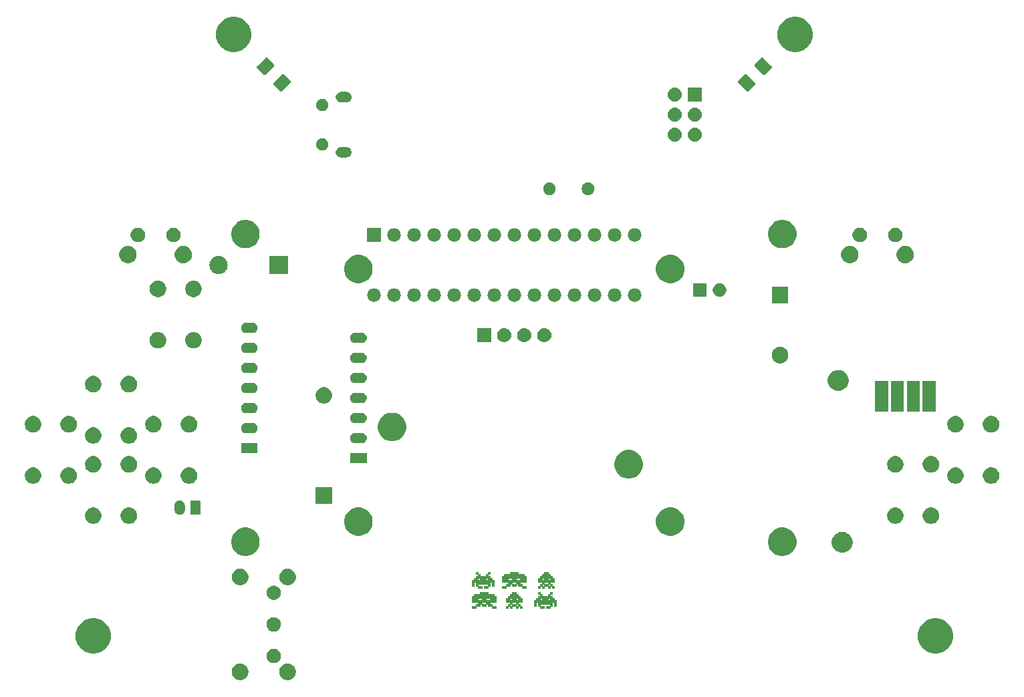
<source format=gbr>
G04 #@! TF.GenerationSoftware,KiCad,Pcbnew,5.1.2-f72e74a~84~ubuntu18.04.1*
G04 #@! TF.CreationDate,2019-06-25T00:33:59+02:00*
G04 #@! TF.ProjectId,invaders,696e7661-6465-4727-932e-6b696361645f,rev?*
G04 #@! TF.SameCoordinates,Original*
G04 #@! TF.FileFunction,Soldermask,Top*
G04 #@! TF.FilePolarity,Negative*
%FSLAX46Y46*%
G04 Gerber Fmt 4.6, Leading zero omitted, Abs format (unit mm)*
G04 Created by KiCad (PCBNEW 5.1.2-f72e74a~84~ubuntu18.04.1) date 2019-06-25 00:33:59*
%MOMM*%
%LPD*%
G04 APERTURE LIST*
%ADD10C,0.065800*%
%ADD11C,0.100000*%
G04 APERTURE END LIST*
D10*
G36*
X78994000Y-150876000D02*
G01*
X78994000Y-151130000D01*
X78486000Y-151130000D01*
X78486000Y-150876000D01*
X78994000Y-150876000D01*
G37*
X78994000Y-150876000D02*
X78994000Y-151130000D01*
X78486000Y-151130000D01*
X78486000Y-150876000D01*
X78994000Y-150876000D01*
G36*
X78232000Y-151130000D02*
G01*
X77724000Y-151130000D01*
X77724000Y-151384000D01*
X77216000Y-151384000D01*
X77216000Y-151130000D01*
X77724000Y-151130000D01*
X77724000Y-150876000D01*
X77978000Y-150876000D01*
X77978000Y-150622000D01*
X77216000Y-150622000D01*
X77216000Y-150114000D01*
X77978000Y-150114000D01*
X77978000Y-150368000D01*
X78486000Y-150368000D01*
X78486000Y-150114000D01*
X78994000Y-150114000D01*
X78994000Y-150368000D01*
X79502000Y-150368000D01*
X79502000Y-150114000D01*
X78994000Y-150114000D01*
X78486000Y-150114000D01*
X77978000Y-150114000D01*
X77216000Y-150114000D01*
X77216000Y-149860000D01*
X77470000Y-149860000D01*
X77470000Y-149606000D01*
X78232000Y-149606000D01*
X78232000Y-149352000D01*
X79248000Y-149352000D01*
X79248000Y-149606000D01*
X80010000Y-149606000D01*
X80010000Y-149860000D01*
X80264000Y-149860000D01*
X80264000Y-150622000D01*
X79502000Y-150622000D01*
X79502000Y-150876000D01*
X79756000Y-150876000D01*
X79756000Y-151130000D01*
X80264000Y-151130000D01*
X80264000Y-151384000D01*
X79756000Y-151384000D01*
X79756000Y-151130000D01*
X79248000Y-151130000D01*
X79248000Y-150876000D01*
X78994000Y-150876000D01*
X78994000Y-150622000D01*
X78486000Y-150622000D01*
X78486000Y-150876000D01*
X78232000Y-150876000D01*
X78232000Y-151130000D01*
G37*
X78232000Y-151130000D02*
X77724000Y-151130000D01*
X77724000Y-151384000D01*
X77216000Y-151384000D01*
X77216000Y-151130000D01*
X77724000Y-151130000D01*
X77724000Y-150876000D01*
X77978000Y-150876000D01*
X77978000Y-150622000D01*
X77216000Y-150622000D01*
X77216000Y-150114000D01*
X77978000Y-150114000D01*
X77978000Y-150368000D01*
X78486000Y-150368000D01*
X78486000Y-150114000D01*
X78994000Y-150114000D01*
X78994000Y-150368000D01*
X79502000Y-150368000D01*
X79502000Y-150114000D01*
X78994000Y-150114000D01*
X78486000Y-150114000D01*
X77978000Y-150114000D01*
X77216000Y-150114000D01*
X77216000Y-149860000D01*
X77470000Y-149860000D01*
X77470000Y-149606000D01*
X78232000Y-149606000D01*
X78232000Y-149352000D01*
X79248000Y-149352000D01*
X79248000Y-149606000D01*
X80010000Y-149606000D01*
X80010000Y-149860000D01*
X80264000Y-149860000D01*
X80264000Y-150622000D01*
X79502000Y-150622000D01*
X79502000Y-150876000D01*
X79756000Y-150876000D01*
X79756000Y-151130000D01*
X80264000Y-151130000D01*
X80264000Y-151384000D01*
X79756000Y-151384000D01*
X79756000Y-151130000D01*
X79248000Y-151130000D01*
X79248000Y-150876000D01*
X78994000Y-150876000D01*
X78994000Y-150622000D01*
X78486000Y-150622000D01*
X78486000Y-150876000D01*
X78232000Y-150876000D01*
X78232000Y-151130000D01*
G36*
X83312000Y-150876000D02*
G01*
X83312000Y-151130000D01*
X83566000Y-151130000D01*
X83566000Y-151384000D01*
X83312000Y-151384000D01*
X83312000Y-151130000D01*
X83058000Y-151130000D01*
X83058000Y-150876000D01*
X83312000Y-150876000D01*
G37*
X83312000Y-150876000D02*
X83312000Y-151130000D01*
X83566000Y-151130000D01*
X83566000Y-151384000D01*
X83312000Y-151384000D01*
X83312000Y-151130000D01*
X83058000Y-151130000D01*
X83058000Y-150876000D01*
X83312000Y-150876000D01*
G36*
X83058000Y-151130000D02*
G01*
X83058000Y-151384000D01*
X82804000Y-151384000D01*
X82804000Y-151130000D01*
X83058000Y-151130000D01*
G37*
X83058000Y-151130000D02*
X83058000Y-151384000D01*
X82804000Y-151384000D01*
X82804000Y-151130000D01*
X83058000Y-151130000D01*
G36*
X82296000Y-151130000D02*
G01*
X82296000Y-151384000D01*
X82042000Y-151384000D01*
X82042000Y-151130000D01*
X82296000Y-151130000D01*
G37*
X82296000Y-151130000D02*
X82296000Y-151384000D01*
X82042000Y-151384000D01*
X82042000Y-151130000D01*
X82296000Y-151130000D01*
G36*
X82804000Y-150876000D02*
G01*
X82804000Y-151130000D01*
X82296000Y-151130000D01*
X82296000Y-150876000D01*
X82804000Y-150876000D01*
G37*
X82804000Y-150876000D02*
X82804000Y-151130000D01*
X82296000Y-151130000D01*
X82296000Y-150876000D01*
X82804000Y-150876000D01*
G36*
X82296000Y-150622000D02*
G01*
X82296000Y-150876000D01*
X82042000Y-150876000D01*
X82042000Y-151130000D01*
X81788000Y-151130000D01*
X81788000Y-151384000D01*
X81534000Y-151384000D01*
X81534000Y-151130000D01*
X81788000Y-151130000D01*
X81788000Y-150876000D01*
X82042000Y-150876000D01*
X82042000Y-150622000D01*
X81534000Y-150622000D01*
X81534000Y-150114000D01*
X81788000Y-150114000D01*
X82042000Y-150114000D01*
X82042000Y-150368000D01*
X82296000Y-150368000D01*
X82296000Y-150114000D01*
X82804000Y-150114000D01*
X82804000Y-150368000D01*
X83058000Y-150368000D01*
X83058000Y-150114000D01*
X82804000Y-150114000D01*
X82296000Y-150114000D01*
X82042000Y-150114000D01*
X81788000Y-150114000D01*
X81788000Y-149860000D01*
X82042000Y-149860000D01*
X82042000Y-149606000D01*
X82296000Y-149606000D01*
X82296000Y-149352000D01*
X82804000Y-149352000D01*
X82804000Y-149606000D01*
X83058000Y-149606000D01*
X83058000Y-149860000D01*
X83312000Y-149860000D01*
X83312000Y-150114000D01*
X83566000Y-150114000D01*
X83566000Y-150622000D01*
X83058000Y-150622000D01*
X83058000Y-150876000D01*
X82804000Y-150876000D01*
X82804000Y-150622000D01*
X82296000Y-150622000D01*
G37*
X82296000Y-150622000D02*
X82296000Y-150876000D01*
X82042000Y-150876000D01*
X82042000Y-151130000D01*
X81788000Y-151130000D01*
X81788000Y-151384000D01*
X81534000Y-151384000D01*
X81534000Y-151130000D01*
X81788000Y-151130000D01*
X81788000Y-150876000D01*
X82042000Y-150876000D01*
X82042000Y-150622000D01*
X81534000Y-150622000D01*
X81534000Y-150114000D01*
X81788000Y-150114000D01*
X82042000Y-150114000D01*
X82042000Y-150368000D01*
X82296000Y-150368000D01*
X82296000Y-150114000D01*
X82804000Y-150114000D01*
X82804000Y-150368000D01*
X83058000Y-150368000D01*
X83058000Y-150114000D01*
X82804000Y-150114000D01*
X82296000Y-150114000D01*
X82042000Y-150114000D01*
X81788000Y-150114000D01*
X81788000Y-149860000D01*
X82042000Y-149860000D01*
X82042000Y-149606000D01*
X82296000Y-149606000D01*
X82296000Y-149352000D01*
X82804000Y-149352000D01*
X82804000Y-149606000D01*
X83058000Y-149606000D01*
X83058000Y-149860000D01*
X83312000Y-149860000D01*
X83312000Y-150114000D01*
X83566000Y-150114000D01*
X83566000Y-150622000D01*
X83058000Y-150622000D01*
X83058000Y-150876000D01*
X82804000Y-150876000D01*
X82804000Y-150622000D01*
X82296000Y-150622000D01*
G36*
X85852000Y-151130000D02*
G01*
X86360000Y-151130000D01*
X86360000Y-151384000D01*
X85852000Y-151384000D01*
X85852000Y-151130000D01*
X85598000Y-151130000D01*
X85598000Y-150622000D01*
X85344000Y-150622000D01*
X85344000Y-151130000D01*
X85090000Y-151130000D01*
X85090000Y-150368000D01*
X85344000Y-150368000D01*
X85344000Y-150114000D01*
X85598000Y-150114000D01*
X85852000Y-150114000D01*
X85852000Y-150368000D01*
X86106000Y-150368000D01*
X86106000Y-150114000D01*
X86868000Y-150114000D01*
X86868000Y-150368000D01*
X87122000Y-150368000D01*
X87122000Y-150114000D01*
X86868000Y-150114000D01*
X86106000Y-150114000D01*
X85852000Y-150114000D01*
X85598000Y-150114000D01*
X85598000Y-149860000D01*
X85852000Y-149860000D01*
X85852000Y-149606000D01*
X85598000Y-149606000D01*
X85598000Y-149352000D01*
X85852000Y-149352000D01*
X85852000Y-149606000D01*
X86106000Y-149606000D01*
X86106000Y-149860000D01*
X86868000Y-149860000D01*
X86868000Y-149606000D01*
X87122000Y-149606000D01*
X87122000Y-149352000D01*
X87376000Y-149352000D01*
X87376000Y-149606000D01*
X87122000Y-149606000D01*
X87122000Y-149860000D01*
X87376000Y-149860000D01*
X87376000Y-150114000D01*
X87630000Y-150114000D01*
X87630000Y-150368000D01*
X87884000Y-150368000D01*
X87884000Y-151130000D01*
X87630000Y-151130000D01*
X87630000Y-150622000D01*
X87376000Y-150622000D01*
X87376000Y-151130000D01*
X87122000Y-151130000D01*
X87122000Y-151384000D01*
X86614000Y-151384000D01*
X86614000Y-151130000D01*
X87122000Y-151130000D01*
X87122000Y-150876000D01*
X85852000Y-150876000D01*
X85852000Y-151130000D01*
G37*
X85852000Y-151130000D02*
X86360000Y-151130000D01*
X86360000Y-151384000D01*
X85852000Y-151384000D01*
X85852000Y-151130000D01*
X85598000Y-151130000D01*
X85598000Y-150622000D01*
X85344000Y-150622000D01*
X85344000Y-151130000D01*
X85090000Y-151130000D01*
X85090000Y-150368000D01*
X85344000Y-150368000D01*
X85344000Y-150114000D01*
X85598000Y-150114000D01*
X85852000Y-150114000D01*
X85852000Y-150368000D01*
X86106000Y-150368000D01*
X86106000Y-150114000D01*
X86868000Y-150114000D01*
X86868000Y-150368000D01*
X87122000Y-150368000D01*
X87122000Y-150114000D01*
X86868000Y-150114000D01*
X86106000Y-150114000D01*
X85852000Y-150114000D01*
X85598000Y-150114000D01*
X85598000Y-149860000D01*
X85852000Y-149860000D01*
X85852000Y-149606000D01*
X85598000Y-149606000D01*
X85598000Y-149352000D01*
X85852000Y-149352000D01*
X85852000Y-149606000D01*
X86106000Y-149606000D01*
X86106000Y-149860000D01*
X86868000Y-149860000D01*
X86868000Y-149606000D01*
X87122000Y-149606000D01*
X87122000Y-149352000D01*
X87376000Y-149352000D01*
X87376000Y-149606000D01*
X87122000Y-149606000D01*
X87122000Y-149860000D01*
X87376000Y-149860000D01*
X87376000Y-150114000D01*
X87630000Y-150114000D01*
X87630000Y-150368000D01*
X87884000Y-150368000D01*
X87884000Y-151130000D01*
X87630000Y-151130000D01*
X87630000Y-150622000D01*
X87376000Y-150622000D01*
X87376000Y-151130000D01*
X87122000Y-151130000D01*
X87122000Y-151384000D01*
X86614000Y-151384000D01*
X86614000Y-151130000D01*
X87122000Y-151130000D01*
X87122000Y-150876000D01*
X85852000Y-150876000D01*
X85852000Y-151130000D01*
G36*
X87376000Y-148336000D02*
G01*
X87376000Y-148590000D01*
X87630000Y-148590000D01*
X87630000Y-148844000D01*
X87376000Y-148844000D01*
X87376000Y-148590000D01*
X87122000Y-148590000D01*
X87122000Y-148336000D01*
X87376000Y-148336000D01*
G37*
X87376000Y-148336000D02*
X87376000Y-148590000D01*
X87630000Y-148590000D01*
X87630000Y-148844000D01*
X87376000Y-148844000D01*
X87376000Y-148590000D01*
X87122000Y-148590000D01*
X87122000Y-148336000D01*
X87376000Y-148336000D01*
G36*
X87122000Y-148590000D02*
G01*
X87122000Y-148844000D01*
X86868000Y-148844000D01*
X86868000Y-148590000D01*
X87122000Y-148590000D01*
G37*
X87122000Y-148590000D02*
X87122000Y-148844000D01*
X86868000Y-148844000D01*
X86868000Y-148590000D01*
X87122000Y-148590000D01*
G36*
X86360000Y-148590000D02*
G01*
X86360000Y-148844000D01*
X86106000Y-148844000D01*
X86106000Y-148590000D01*
X86360000Y-148590000D01*
G37*
X86360000Y-148590000D02*
X86360000Y-148844000D01*
X86106000Y-148844000D01*
X86106000Y-148590000D01*
X86360000Y-148590000D01*
G36*
X86868000Y-148336000D02*
G01*
X86868000Y-148590000D01*
X86360000Y-148590000D01*
X86360000Y-148336000D01*
X86868000Y-148336000D01*
G37*
X86868000Y-148336000D02*
X86868000Y-148590000D01*
X86360000Y-148590000D01*
X86360000Y-148336000D01*
X86868000Y-148336000D01*
G36*
X86360000Y-148082000D02*
G01*
X86360000Y-148336000D01*
X86106000Y-148336000D01*
X86106000Y-148590000D01*
X85852000Y-148590000D01*
X85852000Y-148844000D01*
X85598000Y-148844000D01*
X85598000Y-148590000D01*
X85852000Y-148590000D01*
X85852000Y-148336000D01*
X86106000Y-148336000D01*
X86106000Y-148082000D01*
X85598000Y-148082000D01*
X85598000Y-147574000D01*
X85852000Y-147574000D01*
X86106000Y-147574000D01*
X86106000Y-147828000D01*
X86360000Y-147828000D01*
X86360000Y-147574000D01*
X86868000Y-147574000D01*
X86868000Y-147828000D01*
X87122000Y-147828000D01*
X87122000Y-147574000D01*
X86868000Y-147574000D01*
X86360000Y-147574000D01*
X86106000Y-147574000D01*
X85852000Y-147574000D01*
X85852000Y-147320000D01*
X86106000Y-147320000D01*
X86106000Y-147066000D01*
X86360000Y-147066000D01*
X86360000Y-146812000D01*
X86868000Y-146812000D01*
X86868000Y-147066000D01*
X87122000Y-147066000D01*
X87122000Y-147320000D01*
X87376000Y-147320000D01*
X87376000Y-147574000D01*
X87630000Y-147574000D01*
X87630000Y-148082000D01*
X87122000Y-148082000D01*
X87122000Y-148336000D01*
X86868000Y-148336000D01*
X86868000Y-148082000D01*
X86360000Y-148082000D01*
G37*
X86360000Y-148082000D02*
X86360000Y-148336000D01*
X86106000Y-148336000D01*
X86106000Y-148590000D01*
X85852000Y-148590000D01*
X85852000Y-148844000D01*
X85598000Y-148844000D01*
X85598000Y-148590000D01*
X85852000Y-148590000D01*
X85852000Y-148336000D01*
X86106000Y-148336000D01*
X86106000Y-148082000D01*
X85598000Y-148082000D01*
X85598000Y-147574000D01*
X85852000Y-147574000D01*
X86106000Y-147574000D01*
X86106000Y-147828000D01*
X86360000Y-147828000D01*
X86360000Y-147574000D01*
X86868000Y-147574000D01*
X86868000Y-147828000D01*
X87122000Y-147828000D01*
X87122000Y-147574000D01*
X86868000Y-147574000D01*
X86360000Y-147574000D01*
X86106000Y-147574000D01*
X85852000Y-147574000D01*
X85852000Y-147320000D01*
X86106000Y-147320000D01*
X86106000Y-147066000D01*
X86360000Y-147066000D01*
X86360000Y-146812000D01*
X86868000Y-146812000D01*
X86868000Y-147066000D01*
X87122000Y-147066000D01*
X87122000Y-147320000D01*
X87376000Y-147320000D01*
X87376000Y-147574000D01*
X87630000Y-147574000D01*
X87630000Y-148082000D01*
X87122000Y-148082000D01*
X87122000Y-148336000D01*
X86868000Y-148336000D01*
X86868000Y-148082000D01*
X86360000Y-148082000D01*
G36*
X82804000Y-148336000D02*
G01*
X82804000Y-148590000D01*
X82296000Y-148590000D01*
X82296000Y-148336000D01*
X82804000Y-148336000D01*
G37*
X82804000Y-148336000D02*
X82804000Y-148590000D01*
X82296000Y-148590000D01*
X82296000Y-148336000D01*
X82804000Y-148336000D01*
G36*
X82042000Y-148590000D02*
G01*
X81534000Y-148590000D01*
X81534000Y-148844000D01*
X81026000Y-148844000D01*
X81026000Y-148590000D01*
X81534000Y-148590000D01*
X81534000Y-148336000D01*
X81788000Y-148336000D01*
X81788000Y-148082000D01*
X81026000Y-148082000D01*
X81026000Y-147574000D01*
X81788000Y-147574000D01*
X81788000Y-147828000D01*
X82296000Y-147828000D01*
X82296000Y-147574000D01*
X82804000Y-147574000D01*
X82804000Y-147828000D01*
X83312000Y-147828000D01*
X83312000Y-147574000D01*
X82804000Y-147574000D01*
X82296000Y-147574000D01*
X81788000Y-147574000D01*
X81026000Y-147574000D01*
X81026000Y-147320000D01*
X81280000Y-147320000D01*
X81280000Y-147066000D01*
X82042000Y-147066000D01*
X82042000Y-146812000D01*
X83058000Y-146812000D01*
X83058000Y-147066000D01*
X83820000Y-147066000D01*
X83820000Y-147320000D01*
X84074000Y-147320000D01*
X84074000Y-148082000D01*
X83312000Y-148082000D01*
X83312000Y-148336000D01*
X83566000Y-148336000D01*
X83566000Y-148590000D01*
X84074000Y-148590000D01*
X84074000Y-148844000D01*
X83566000Y-148844000D01*
X83566000Y-148590000D01*
X83058000Y-148590000D01*
X83058000Y-148336000D01*
X82804000Y-148336000D01*
X82804000Y-148082000D01*
X82296000Y-148082000D01*
X82296000Y-148336000D01*
X82042000Y-148336000D01*
X82042000Y-148590000D01*
G37*
X82042000Y-148590000D02*
X81534000Y-148590000D01*
X81534000Y-148844000D01*
X81026000Y-148844000D01*
X81026000Y-148590000D01*
X81534000Y-148590000D01*
X81534000Y-148336000D01*
X81788000Y-148336000D01*
X81788000Y-148082000D01*
X81026000Y-148082000D01*
X81026000Y-147574000D01*
X81788000Y-147574000D01*
X81788000Y-147828000D01*
X82296000Y-147828000D01*
X82296000Y-147574000D01*
X82804000Y-147574000D01*
X82804000Y-147828000D01*
X83312000Y-147828000D01*
X83312000Y-147574000D01*
X82804000Y-147574000D01*
X82296000Y-147574000D01*
X81788000Y-147574000D01*
X81026000Y-147574000D01*
X81026000Y-147320000D01*
X81280000Y-147320000D01*
X81280000Y-147066000D01*
X82042000Y-147066000D01*
X82042000Y-146812000D01*
X83058000Y-146812000D01*
X83058000Y-147066000D01*
X83820000Y-147066000D01*
X83820000Y-147320000D01*
X84074000Y-147320000D01*
X84074000Y-148082000D01*
X83312000Y-148082000D01*
X83312000Y-148336000D01*
X83566000Y-148336000D01*
X83566000Y-148590000D01*
X84074000Y-148590000D01*
X84074000Y-148844000D01*
X83566000Y-148844000D01*
X83566000Y-148590000D01*
X83058000Y-148590000D01*
X83058000Y-148336000D01*
X82804000Y-148336000D01*
X82804000Y-148082000D01*
X82296000Y-148082000D01*
X82296000Y-148336000D01*
X82042000Y-148336000D01*
X82042000Y-148590000D01*
G36*
X77978000Y-148590000D02*
G01*
X78486000Y-148590000D01*
X78486000Y-148844000D01*
X77978000Y-148844000D01*
X77978000Y-148590000D01*
X77724000Y-148590000D01*
X77724000Y-148082000D01*
X77470000Y-148082000D01*
X77470000Y-148590000D01*
X77216000Y-148590000D01*
X77216000Y-147828000D01*
X77470000Y-147828000D01*
X77470000Y-147574000D01*
X77724000Y-147574000D01*
X77978000Y-147574000D01*
X77978000Y-147828000D01*
X78232000Y-147828000D01*
X78232000Y-147574000D01*
X78994000Y-147574000D01*
X78994000Y-147828000D01*
X79248000Y-147828000D01*
X79248000Y-147574000D01*
X78994000Y-147574000D01*
X78232000Y-147574000D01*
X77978000Y-147574000D01*
X77724000Y-147574000D01*
X77724000Y-147320000D01*
X77978000Y-147320000D01*
X77978000Y-147066000D01*
X77724000Y-147066000D01*
X77724000Y-146812000D01*
X77978000Y-146812000D01*
X77978000Y-147066000D01*
X78232000Y-147066000D01*
X78232000Y-147320000D01*
X78994000Y-147320000D01*
X78994000Y-147066000D01*
X79248000Y-147066000D01*
X79248000Y-146812000D01*
X79502000Y-146812000D01*
X79502000Y-147066000D01*
X79248000Y-147066000D01*
X79248000Y-147320000D01*
X79502000Y-147320000D01*
X79502000Y-147574000D01*
X79756000Y-147574000D01*
X79756000Y-147828000D01*
X80010000Y-147828000D01*
X80010000Y-148590000D01*
X79756000Y-148590000D01*
X79756000Y-148082000D01*
X79502000Y-148082000D01*
X79502000Y-148590000D01*
X79248000Y-148590000D01*
X79248000Y-148844000D01*
X78740000Y-148844000D01*
X78740000Y-148590000D01*
X79248000Y-148590000D01*
X79248000Y-148336000D01*
X77978000Y-148336000D01*
X77978000Y-148590000D01*
G37*
X77978000Y-148590000D02*
X78486000Y-148590000D01*
X78486000Y-148844000D01*
X77978000Y-148844000D01*
X77978000Y-148590000D01*
X77724000Y-148590000D01*
X77724000Y-148082000D01*
X77470000Y-148082000D01*
X77470000Y-148590000D01*
X77216000Y-148590000D01*
X77216000Y-147828000D01*
X77470000Y-147828000D01*
X77470000Y-147574000D01*
X77724000Y-147574000D01*
X77978000Y-147574000D01*
X77978000Y-147828000D01*
X78232000Y-147828000D01*
X78232000Y-147574000D01*
X78994000Y-147574000D01*
X78994000Y-147828000D01*
X79248000Y-147828000D01*
X79248000Y-147574000D01*
X78994000Y-147574000D01*
X78232000Y-147574000D01*
X77978000Y-147574000D01*
X77724000Y-147574000D01*
X77724000Y-147320000D01*
X77978000Y-147320000D01*
X77978000Y-147066000D01*
X77724000Y-147066000D01*
X77724000Y-146812000D01*
X77978000Y-146812000D01*
X77978000Y-147066000D01*
X78232000Y-147066000D01*
X78232000Y-147320000D01*
X78994000Y-147320000D01*
X78994000Y-147066000D01*
X79248000Y-147066000D01*
X79248000Y-146812000D01*
X79502000Y-146812000D01*
X79502000Y-147066000D01*
X79248000Y-147066000D01*
X79248000Y-147320000D01*
X79502000Y-147320000D01*
X79502000Y-147574000D01*
X79756000Y-147574000D01*
X79756000Y-147828000D01*
X80010000Y-147828000D01*
X80010000Y-148590000D01*
X79756000Y-148590000D01*
X79756000Y-148082000D01*
X79502000Y-148082000D01*
X79502000Y-148590000D01*
X79248000Y-148590000D01*
X79248000Y-148844000D01*
X78740000Y-148844000D01*
X78740000Y-148590000D01*
X79248000Y-148590000D01*
X79248000Y-148336000D01*
X77978000Y-148336000D01*
X77978000Y-148590000D01*
D11*
G36*
X54126506Y-158469581D02*
G01*
X54238528Y-158515982D01*
X54317740Y-158548793D01*
X54489846Y-158663791D01*
X54636209Y-158810154D01*
X54751207Y-158982260D01*
X54751207Y-158982261D01*
X54830419Y-159173494D01*
X54870800Y-159376504D01*
X54870800Y-159583496D01*
X54830419Y-159786506D01*
X54784018Y-159898528D01*
X54751207Y-159977740D01*
X54636209Y-160149846D01*
X54489846Y-160296209D01*
X54317740Y-160411207D01*
X54238528Y-160444018D01*
X54126506Y-160490419D01*
X53923496Y-160530800D01*
X53716504Y-160530800D01*
X53513494Y-160490419D01*
X53401472Y-160444018D01*
X53322260Y-160411207D01*
X53150154Y-160296209D01*
X53003791Y-160149846D01*
X52888793Y-159977740D01*
X52855982Y-159898528D01*
X52809581Y-159786506D01*
X52769200Y-159583496D01*
X52769200Y-159376504D01*
X52809581Y-159173494D01*
X52888793Y-158982261D01*
X52888793Y-158982260D01*
X53003791Y-158810154D01*
X53150154Y-158663791D01*
X53322260Y-158548793D01*
X53401472Y-158515982D01*
X53513494Y-158469581D01*
X53716504Y-158429200D01*
X53923496Y-158429200D01*
X54126506Y-158469581D01*
X54126506Y-158469581D01*
G37*
G36*
X48126506Y-158469581D02*
G01*
X48238528Y-158515982D01*
X48317740Y-158548793D01*
X48489846Y-158663791D01*
X48636209Y-158810154D01*
X48751207Y-158982260D01*
X48751207Y-158982261D01*
X48830419Y-159173494D01*
X48870800Y-159376504D01*
X48870800Y-159583496D01*
X48830419Y-159786506D01*
X48784018Y-159898528D01*
X48751207Y-159977740D01*
X48636209Y-160149846D01*
X48489846Y-160296209D01*
X48317740Y-160411207D01*
X48238528Y-160444018D01*
X48126506Y-160490419D01*
X47923496Y-160530800D01*
X47716504Y-160530800D01*
X47513494Y-160490419D01*
X47401472Y-160444018D01*
X47322260Y-160411207D01*
X47150154Y-160296209D01*
X47003791Y-160149846D01*
X46888793Y-159977740D01*
X46855982Y-159898528D01*
X46809581Y-159786506D01*
X46769200Y-159583496D01*
X46769200Y-159376504D01*
X46809581Y-159173494D01*
X46888793Y-158982261D01*
X46888793Y-158982260D01*
X47003791Y-158810154D01*
X47150154Y-158663791D01*
X47322260Y-158548793D01*
X47401472Y-158515982D01*
X47513494Y-158469581D01*
X47716504Y-158429200D01*
X47923496Y-158429200D01*
X48126506Y-158469581D01*
X48126506Y-158469581D01*
G37*
G36*
X52216732Y-156590739D02*
G01*
X52332754Y-156613817D01*
X52496689Y-156681721D01*
X52644227Y-156780303D01*
X52769697Y-156905773D01*
X52868279Y-157053311D01*
X52936183Y-157217246D01*
X52970800Y-157391279D01*
X52970800Y-157568721D01*
X52936183Y-157742754D01*
X52868279Y-157906689D01*
X52769697Y-158054227D01*
X52644227Y-158179697D01*
X52496689Y-158278279D01*
X52332754Y-158346183D01*
X52216732Y-158369261D01*
X52158722Y-158380800D01*
X51981278Y-158380800D01*
X51923268Y-158369261D01*
X51807246Y-158346183D01*
X51643311Y-158278279D01*
X51495773Y-158179697D01*
X51370303Y-158054227D01*
X51271721Y-157906689D01*
X51203817Y-157742754D01*
X51169200Y-157568721D01*
X51169200Y-157391279D01*
X51203817Y-157217246D01*
X51271721Y-157053311D01*
X51370303Y-156905773D01*
X51495773Y-156780303D01*
X51643311Y-156681721D01*
X51807246Y-156613817D01*
X51923268Y-156590739D01*
X51981278Y-156579200D01*
X52158722Y-156579200D01*
X52216732Y-156590739D01*
X52216732Y-156590739D01*
G37*
G36*
X136401584Y-152746865D02*
G01*
X136546534Y-152775697D01*
X136956154Y-152945367D01*
X137324802Y-153191689D01*
X137638311Y-153505198D01*
X137884633Y-153873846D01*
X138052154Y-154278279D01*
X138054303Y-154283467D01*
X138140800Y-154718314D01*
X138140800Y-155161686D01*
X138105172Y-155340800D01*
X138054303Y-155596534D01*
X137884633Y-156006154D01*
X137638311Y-156374802D01*
X137324802Y-156688311D01*
X136956154Y-156934633D01*
X136546534Y-157104303D01*
X136401584Y-157133135D01*
X136111686Y-157190800D01*
X135668314Y-157190800D01*
X135378416Y-157133135D01*
X135233466Y-157104303D01*
X134823846Y-156934633D01*
X134455198Y-156688311D01*
X134141689Y-156374802D01*
X133895367Y-156006154D01*
X133725697Y-155596534D01*
X133674828Y-155340800D01*
X133639200Y-155161686D01*
X133639200Y-154718314D01*
X133725697Y-154283467D01*
X133727846Y-154278279D01*
X133895367Y-153873846D01*
X134141689Y-153505198D01*
X134455198Y-153191689D01*
X134823846Y-152945367D01*
X135233466Y-152775697D01*
X135378416Y-152746865D01*
X135668314Y-152689200D01*
X136111686Y-152689200D01*
X136401584Y-152746865D01*
X136401584Y-152746865D01*
G37*
G36*
X29721584Y-152746865D02*
G01*
X29866534Y-152775697D01*
X30276154Y-152945367D01*
X30644802Y-153191689D01*
X30958311Y-153505198D01*
X31204633Y-153873846D01*
X31372154Y-154278279D01*
X31374303Y-154283467D01*
X31460800Y-154718314D01*
X31460800Y-155161686D01*
X31425172Y-155340800D01*
X31374303Y-155596534D01*
X31204633Y-156006154D01*
X30958311Y-156374802D01*
X30644802Y-156688311D01*
X30276154Y-156934633D01*
X29866534Y-157104303D01*
X29721584Y-157133135D01*
X29431686Y-157190800D01*
X28988314Y-157190800D01*
X28698416Y-157133135D01*
X28553466Y-157104303D01*
X28143846Y-156934633D01*
X27775198Y-156688311D01*
X27461689Y-156374802D01*
X27215367Y-156006154D01*
X27045697Y-155596534D01*
X26994828Y-155340800D01*
X26959200Y-155161686D01*
X26959200Y-154718314D01*
X27045697Y-154283467D01*
X27047846Y-154278279D01*
X27215367Y-153873846D01*
X27461689Y-153505198D01*
X27775198Y-153191689D01*
X28143846Y-152945367D01*
X28553466Y-152775697D01*
X28698416Y-152746865D01*
X28988314Y-152689200D01*
X29431686Y-152689200D01*
X29721584Y-152746865D01*
X29721584Y-152746865D01*
G37*
G36*
X52216732Y-152590739D02*
G01*
X52332754Y-152613817D01*
X52496689Y-152681721D01*
X52644227Y-152780303D01*
X52769697Y-152905773D01*
X52868279Y-153053311D01*
X52936183Y-153217246D01*
X52958507Y-153329475D01*
X52970800Y-153391278D01*
X52970800Y-153568722D01*
X52964316Y-153601321D01*
X52936183Y-153742754D01*
X52868279Y-153906689D01*
X52769697Y-154054227D01*
X52644227Y-154179697D01*
X52496689Y-154278279D01*
X52332754Y-154346183D01*
X52216732Y-154369261D01*
X52158722Y-154380800D01*
X51981278Y-154380800D01*
X51923268Y-154369261D01*
X51807246Y-154346183D01*
X51643311Y-154278279D01*
X51495773Y-154179697D01*
X51370303Y-154054227D01*
X51271721Y-153906689D01*
X51203817Y-153742754D01*
X51175684Y-153601321D01*
X51169200Y-153568722D01*
X51169200Y-153391278D01*
X51181493Y-153329475D01*
X51203817Y-153217246D01*
X51271721Y-153053311D01*
X51370303Y-152905773D01*
X51495773Y-152780303D01*
X51643311Y-152681721D01*
X51807246Y-152613817D01*
X51923268Y-152590739D01*
X51981278Y-152579200D01*
X52158722Y-152579200D01*
X52216732Y-152590739D01*
X52216732Y-152590739D01*
G37*
G36*
X52216732Y-148590739D02*
G01*
X52332754Y-148613817D01*
X52496689Y-148681721D01*
X52644227Y-148780303D01*
X52769697Y-148905773D01*
X52868279Y-149053311D01*
X52936183Y-149217246D01*
X52970800Y-149391279D01*
X52970800Y-149568721D01*
X52936183Y-149742754D01*
X52868279Y-149906689D01*
X52769697Y-150054227D01*
X52644227Y-150179697D01*
X52496689Y-150278279D01*
X52332754Y-150346183D01*
X52216732Y-150369261D01*
X52158722Y-150380800D01*
X51981278Y-150380800D01*
X51923268Y-150369261D01*
X51807246Y-150346183D01*
X51643311Y-150278279D01*
X51495773Y-150179697D01*
X51370303Y-150054227D01*
X51271721Y-149906689D01*
X51203817Y-149742754D01*
X51169200Y-149568721D01*
X51169200Y-149391279D01*
X51203817Y-149217246D01*
X51271721Y-149053311D01*
X51370303Y-148905773D01*
X51495773Y-148780303D01*
X51643311Y-148681721D01*
X51807246Y-148613817D01*
X51923268Y-148590739D01*
X51981278Y-148579200D01*
X52158722Y-148579200D01*
X52216732Y-148590739D01*
X52216732Y-148590739D01*
G37*
G36*
X48126506Y-146469581D02*
G01*
X48238528Y-146515982D01*
X48317740Y-146548793D01*
X48489846Y-146663791D01*
X48636209Y-146810154D01*
X48751207Y-146982260D01*
X48751207Y-146982261D01*
X48830419Y-147173494D01*
X48870800Y-147376504D01*
X48870800Y-147583496D01*
X48830419Y-147786506D01*
X48784018Y-147898528D01*
X48751207Y-147977740D01*
X48636209Y-148149846D01*
X48489846Y-148296209D01*
X48317740Y-148411207D01*
X48238528Y-148444018D01*
X48126506Y-148490419D01*
X47923496Y-148530800D01*
X47716504Y-148530800D01*
X47513494Y-148490419D01*
X47401472Y-148444018D01*
X47322260Y-148411207D01*
X47150154Y-148296209D01*
X47003791Y-148149846D01*
X46888793Y-147977740D01*
X46855982Y-147898528D01*
X46809581Y-147786506D01*
X46769200Y-147583496D01*
X46769200Y-147376504D01*
X46809581Y-147173494D01*
X46888793Y-146982261D01*
X46888793Y-146982260D01*
X47003791Y-146810154D01*
X47150154Y-146663791D01*
X47322260Y-146548793D01*
X47401472Y-146515982D01*
X47513494Y-146469581D01*
X47716504Y-146429200D01*
X47923496Y-146429200D01*
X48126506Y-146469581D01*
X48126506Y-146469581D01*
G37*
G36*
X54126506Y-146469581D02*
G01*
X54238528Y-146515982D01*
X54317740Y-146548793D01*
X54489846Y-146663791D01*
X54636209Y-146810154D01*
X54751207Y-146982260D01*
X54751207Y-146982261D01*
X54830419Y-147173494D01*
X54870800Y-147376504D01*
X54870800Y-147583496D01*
X54830419Y-147786506D01*
X54784018Y-147898528D01*
X54751207Y-147977740D01*
X54636209Y-148149846D01*
X54489846Y-148296209D01*
X54317740Y-148411207D01*
X54238528Y-148444018D01*
X54126506Y-148490419D01*
X53923496Y-148530800D01*
X53716504Y-148530800D01*
X53513494Y-148490419D01*
X53401472Y-148444018D01*
X53322260Y-148411207D01*
X53150154Y-148296209D01*
X53003791Y-148149846D01*
X52888793Y-147977740D01*
X52855982Y-147898528D01*
X52809581Y-147786506D01*
X52769200Y-147583496D01*
X52769200Y-147376504D01*
X52809581Y-147173494D01*
X52888793Y-146982261D01*
X52888793Y-146982260D01*
X53003791Y-146810154D01*
X53150154Y-146663791D01*
X53322260Y-146548793D01*
X53401472Y-146515982D01*
X53513494Y-146469581D01*
X53716504Y-146429200D01*
X53923496Y-146429200D01*
X54126506Y-146469581D01*
X54126506Y-146469581D01*
G37*
G36*
X117007273Y-141286403D02*
G01*
X117334997Y-141422151D01*
X117334999Y-141422152D01*
X117483472Y-141521359D01*
X117629942Y-141619227D01*
X117880773Y-141870058D01*
X118077849Y-142165003D01*
X118213597Y-142492727D01*
X118282800Y-142840635D01*
X118282800Y-143195365D01*
X118213597Y-143543273D01*
X118077849Y-143870997D01*
X118077848Y-143870999D01*
X117880772Y-144165943D01*
X117629943Y-144416772D01*
X117334999Y-144613848D01*
X117334998Y-144613849D01*
X117334997Y-144613849D01*
X117007273Y-144749597D01*
X116659365Y-144818800D01*
X116304635Y-144818800D01*
X115956727Y-144749597D01*
X115629003Y-144613849D01*
X115629002Y-144613849D01*
X115629001Y-144613848D01*
X115334057Y-144416772D01*
X115083228Y-144165943D01*
X114886152Y-143870999D01*
X114886151Y-143870997D01*
X114750403Y-143543273D01*
X114681200Y-143195365D01*
X114681200Y-142840635D01*
X114750403Y-142492727D01*
X114886151Y-142165003D01*
X115083227Y-141870058D01*
X115334058Y-141619227D01*
X115480528Y-141521359D01*
X115629001Y-141422152D01*
X115629003Y-141422151D01*
X115956727Y-141286403D01*
X116304635Y-141217200D01*
X116659365Y-141217200D01*
X117007273Y-141286403D01*
X117007273Y-141286403D01*
G37*
G36*
X49007273Y-141286403D02*
G01*
X49334997Y-141422151D01*
X49334999Y-141422152D01*
X49483472Y-141521359D01*
X49629942Y-141619227D01*
X49880773Y-141870058D01*
X50077849Y-142165003D01*
X50213597Y-142492727D01*
X50282800Y-142840635D01*
X50282800Y-143195365D01*
X50213597Y-143543273D01*
X50077849Y-143870997D01*
X50077848Y-143870999D01*
X49880772Y-144165943D01*
X49629943Y-144416772D01*
X49334999Y-144613848D01*
X49334998Y-144613849D01*
X49334997Y-144613849D01*
X49007273Y-144749597D01*
X48659365Y-144818800D01*
X48304635Y-144818800D01*
X47956727Y-144749597D01*
X47629003Y-144613849D01*
X47629002Y-144613849D01*
X47629001Y-144613848D01*
X47334057Y-144416772D01*
X47083228Y-144165943D01*
X46886152Y-143870999D01*
X46886151Y-143870997D01*
X46750403Y-143543273D01*
X46681200Y-143195365D01*
X46681200Y-142840635D01*
X46750403Y-142492727D01*
X46886151Y-142165003D01*
X47083227Y-141870058D01*
X47334058Y-141619227D01*
X47480528Y-141521359D01*
X47629001Y-141422152D01*
X47629003Y-141422151D01*
X47956727Y-141286403D01*
X48304635Y-141217200D01*
X48659365Y-141217200D01*
X49007273Y-141286403D01*
X49007273Y-141286403D01*
G37*
G36*
X124465263Y-141809957D02*
G01*
X124705634Y-141909522D01*
X124921961Y-142054067D01*
X125105933Y-142238039D01*
X125250478Y-142454366D01*
X125350043Y-142694737D01*
X125400800Y-142949913D01*
X125400800Y-143210087D01*
X125350043Y-143465263D01*
X125250478Y-143705634D01*
X125105933Y-143921961D01*
X124921961Y-144105933D01*
X124705634Y-144250478D01*
X124705633Y-144250479D01*
X124705632Y-144250479D01*
X124465263Y-144350043D01*
X124210089Y-144400800D01*
X123949911Y-144400800D01*
X123694737Y-144350043D01*
X123454368Y-144250479D01*
X123454367Y-144250479D01*
X123454366Y-144250478D01*
X123238039Y-144105933D01*
X123054067Y-143921961D01*
X122909522Y-143705634D01*
X122809957Y-143465263D01*
X122759200Y-143210087D01*
X122759200Y-142949913D01*
X122809957Y-142694737D01*
X122909522Y-142454366D01*
X123054067Y-142238039D01*
X123238039Y-142054067D01*
X123454366Y-141909522D01*
X123694737Y-141809957D01*
X123949911Y-141759200D01*
X124210089Y-141759200D01*
X124465263Y-141809957D01*
X124465263Y-141809957D01*
G37*
G36*
X63325273Y-138728403D02*
G01*
X63652997Y-138864151D01*
X63652999Y-138864152D01*
X63801472Y-138963359D01*
X63947942Y-139061227D01*
X64198773Y-139312058D01*
X64253186Y-139393493D01*
X64388835Y-139596505D01*
X64395849Y-139607003D01*
X64531597Y-139934727D01*
X64600800Y-140282635D01*
X64600800Y-140637365D01*
X64531597Y-140985273D01*
X64395849Y-141312997D01*
X64198773Y-141607942D01*
X63947942Y-141858773D01*
X63871992Y-141909521D01*
X63652999Y-142055848D01*
X63652998Y-142055849D01*
X63652997Y-142055849D01*
X63325273Y-142191597D01*
X62977365Y-142260800D01*
X62622635Y-142260800D01*
X62274727Y-142191597D01*
X61947003Y-142055849D01*
X61947002Y-142055849D01*
X61947001Y-142055848D01*
X61728008Y-141909521D01*
X61652058Y-141858773D01*
X61401227Y-141607942D01*
X61204151Y-141312997D01*
X61068403Y-140985273D01*
X60999200Y-140637365D01*
X60999200Y-140282635D01*
X61068403Y-139934727D01*
X61204151Y-139607003D01*
X61211166Y-139596505D01*
X61346814Y-139393493D01*
X61401227Y-139312058D01*
X61652058Y-139061227D01*
X61798528Y-138963359D01*
X61947001Y-138864152D01*
X61947003Y-138864151D01*
X62274727Y-138728403D01*
X62622635Y-138659200D01*
X62977365Y-138659200D01*
X63325273Y-138728403D01*
X63325273Y-138728403D01*
G37*
G36*
X102825273Y-138728403D02*
G01*
X103152997Y-138864151D01*
X103152999Y-138864152D01*
X103301472Y-138963359D01*
X103447942Y-139061227D01*
X103698773Y-139312058D01*
X103753186Y-139393493D01*
X103888835Y-139596505D01*
X103895849Y-139607003D01*
X104031597Y-139934727D01*
X104100800Y-140282635D01*
X104100800Y-140637365D01*
X104031597Y-140985273D01*
X103895849Y-141312997D01*
X103698773Y-141607942D01*
X103447942Y-141858773D01*
X103371992Y-141909521D01*
X103152999Y-142055848D01*
X103152998Y-142055849D01*
X103152997Y-142055849D01*
X102825273Y-142191597D01*
X102477365Y-142260800D01*
X102122635Y-142260800D01*
X101774727Y-142191597D01*
X101447003Y-142055849D01*
X101447002Y-142055849D01*
X101447001Y-142055848D01*
X101228008Y-141909521D01*
X101152058Y-141858773D01*
X100901227Y-141607942D01*
X100704151Y-141312997D01*
X100568403Y-140985273D01*
X100499200Y-140637365D01*
X100499200Y-140282635D01*
X100568403Y-139934727D01*
X100704151Y-139607003D01*
X100711166Y-139596505D01*
X100846814Y-139393493D01*
X100901227Y-139312058D01*
X101152058Y-139061227D01*
X101298528Y-138963359D01*
X101447001Y-138864152D01*
X101447003Y-138864151D01*
X101774727Y-138728403D01*
X102122635Y-138659200D01*
X102477365Y-138659200D01*
X102825273Y-138728403D01*
X102825273Y-138728403D01*
G37*
G36*
X29516506Y-138689581D02*
G01*
X29610230Y-138728403D01*
X29707740Y-138768793D01*
X29822737Y-138845632D01*
X29879845Y-138883790D01*
X30026210Y-139030155D01*
X30046972Y-139061228D01*
X30141207Y-139202260D01*
X30174018Y-139281472D01*
X30220419Y-139393494D01*
X30260800Y-139596504D01*
X30260800Y-139803496D01*
X30220419Y-140006506D01*
X30174018Y-140118528D01*
X30141207Y-140197740D01*
X30026209Y-140369846D01*
X29879846Y-140516209D01*
X29707740Y-140631207D01*
X29628528Y-140664018D01*
X29516506Y-140710419D01*
X29313496Y-140750800D01*
X29106504Y-140750800D01*
X28903494Y-140710419D01*
X28791472Y-140664018D01*
X28712260Y-140631207D01*
X28540154Y-140516209D01*
X28393791Y-140369846D01*
X28278793Y-140197740D01*
X28245982Y-140118528D01*
X28199581Y-140006506D01*
X28159200Y-139803496D01*
X28159200Y-139596504D01*
X28199581Y-139393494D01*
X28245982Y-139281472D01*
X28278793Y-139202260D01*
X28373028Y-139061228D01*
X28393790Y-139030155D01*
X28540155Y-138883790D01*
X28597263Y-138845632D01*
X28712260Y-138768793D01*
X28809770Y-138728403D01*
X28903494Y-138689581D01*
X29106504Y-138649200D01*
X29313496Y-138649200D01*
X29516506Y-138689581D01*
X29516506Y-138689581D01*
G37*
G36*
X34016506Y-138689581D02*
G01*
X34110230Y-138728403D01*
X34207740Y-138768793D01*
X34322737Y-138845632D01*
X34379845Y-138883790D01*
X34526210Y-139030155D01*
X34546972Y-139061228D01*
X34641207Y-139202260D01*
X34674018Y-139281472D01*
X34720419Y-139393494D01*
X34760800Y-139596504D01*
X34760800Y-139803496D01*
X34720419Y-140006506D01*
X34674018Y-140118528D01*
X34641207Y-140197740D01*
X34526209Y-140369846D01*
X34379846Y-140516209D01*
X34207740Y-140631207D01*
X34128528Y-140664018D01*
X34016506Y-140710419D01*
X33813496Y-140750800D01*
X33606504Y-140750800D01*
X33403494Y-140710419D01*
X33291472Y-140664018D01*
X33212260Y-140631207D01*
X33040154Y-140516209D01*
X32893791Y-140369846D01*
X32778793Y-140197740D01*
X32745982Y-140118528D01*
X32699581Y-140006506D01*
X32659200Y-139803496D01*
X32659200Y-139596504D01*
X32699581Y-139393494D01*
X32745982Y-139281472D01*
X32778793Y-139202260D01*
X32873028Y-139061228D01*
X32893790Y-139030155D01*
X33040155Y-138883790D01*
X33097263Y-138845632D01*
X33212260Y-138768793D01*
X33309770Y-138728403D01*
X33403494Y-138689581D01*
X33606504Y-138649200D01*
X33813496Y-138649200D01*
X34016506Y-138689581D01*
X34016506Y-138689581D01*
G37*
G36*
X131116506Y-138689581D02*
G01*
X131210230Y-138728403D01*
X131307740Y-138768793D01*
X131422737Y-138845632D01*
X131479845Y-138883790D01*
X131626210Y-139030155D01*
X131646972Y-139061228D01*
X131741207Y-139202260D01*
X131774018Y-139281472D01*
X131820419Y-139393494D01*
X131860800Y-139596504D01*
X131860800Y-139803496D01*
X131820419Y-140006506D01*
X131774018Y-140118528D01*
X131741207Y-140197740D01*
X131626209Y-140369846D01*
X131479846Y-140516209D01*
X131307740Y-140631207D01*
X131228528Y-140664018D01*
X131116506Y-140710419D01*
X130913496Y-140750800D01*
X130706504Y-140750800D01*
X130503494Y-140710419D01*
X130391472Y-140664018D01*
X130312260Y-140631207D01*
X130140154Y-140516209D01*
X129993791Y-140369846D01*
X129878793Y-140197740D01*
X129845982Y-140118528D01*
X129799581Y-140006506D01*
X129759200Y-139803496D01*
X129759200Y-139596504D01*
X129799581Y-139393494D01*
X129845982Y-139281472D01*
X129878793Y-139202260D01*
X129973028Y-139061228D01*
X129993790Y-139030155D01*
X130140155Y-138883790D01*
X130197263Y-138845632D01*
X130312260Y-138768793D01*
X130409770Y-138728403D01*
X130503494Y-138689581D01*
X130706504Y-138649200D01*
X130913496Y-138649200D01*
X131116506Y-138689581D01*
X131116506Y-138689581D01*
G37*
G36*
X135616506Y-138689581D02*
G01*
X135710230Y-138728403D01*
X135807740Y-138768793D01*
X135922737Y-138845632D01*
X135979845Y-138883790D01*
X136126210Y-139030155D01*
X136146972Y-139061228D01*
X136241207Y-139202260D01*
X136274018Y-139281472D01*
X136320419Y-139393494D01*
X136360800Y-139596504D01*
X136360800Y-139803496D01*
X136320419Y-140006506D01*
X136274018Y-140118528D01*
X136241207Y-140197740D01*
X136126209Y-140369846D01*
X135979846Y-140516209D01*
X135807740Y-140631207D01*
X135728528Y-140664018D01*
X135616506Y-140710419D01*
X135413496Y-140750800D01*
X135206504Y-140750800D01*
X135003494Y-140710419D01*
X134891472Y-140664018D01*
X134812260Y-140631207D01*
X134640154Y-140516209D01*
X134493791Y-140369846D01*
X134378793Y-140197740D01*
X134345982Y-140118528D01*
X134299581Y-140006506D01*
X134259200Y-139803496D01*
X134259200Y-139596504D01*
X134299581Y-139393494D01*
X134345982Y-139281472D01*
X134378793Y-139202260D01*
X134473028Y-139061228D01*
X134493790Y-139030155D01*
X134640155Y-138883790D01*
X134697263Y-138845632D01*
X134812260Y-138768793D01*
X134909770Y-138728403D01*
X135003494Y-138689581D01*
X135206504Y-138649200D01*
X135413496Y-138649200D01*
X135616506Y-138689581D01*
X135616506Y-138689581D01*
G37*
G36*
X40291579Y-137767617D02*
G01*
X40372333Y-137792114D01*
X40414258Y-137804832D01*
X40527313Y-137865261D01*
X40626412Y-137946588D01*
X40707739Y-138045687D01*
X40768168Y-138158742D01*
X40768169Y-138158745D01*
X40805383Y-138281421D01*
X40814800Y-138377037D01*
X40814800Y-138990963D01*
X40805383Y-139086579D01*
X40770291Y-139202260D01*
X40768168Y-139209258D01*
X40707739Y-139322313D01*
X40626412Y-139421411D01*
X40527312Y-139502739D01*
X40414257Y-139563168D01*
X40414254Y-139563169D01*
X40291578Y-139600383D01*
X40164000Y-139612948D01*
X40036421Y-139600383D01*
X39913745Y-139563169D01*
X39913742Y-139563168D01*
X39800687Y-139502739D01*
X39701589Y-139421412D01*
X39620261Y-139322312D01*
X39559832Y-139209257D01*
X39557709Y-139202260D01*
X39522617Y-139086578D01*
X39513200Y-138990962D01*
X39513200Y-138377037D01*
X39522617Y-138281421D01*
X39559831Y-138158745D01*
X39559831Y-138158744D01*
X39592132Y-138098313D01*
X39620262Y-138045686D01*
X39633656Y-138029366D01*
X39701589Y-137946588D01*
X39800688Y-137865261D01*
X39913743Y-137804832D01*
X39955668Y-137792114D01*
X40036422Y-137767617D01*
X40164000Y-137755052D01*
X40291579Y-137767617D01*
X40291579Y-137767617D01*
G37*
G36*
X42655110Y-137762602D02*
G01*
X42692184Y-137773849D01*
X42726357Y-137792114D01*
X42756307Y-137816693D01*
X42780886Y-137846643D01*
X42799151Y-137880816D01*
X42810398Y-137917890D01*
X42814800Y-137962590D01*
X42814800Y-139405410D01*
X42810398Y-139450110D01*
X42799151Y-139487184D01*
X42780886Y-139521357D01*
X42756307Y-139551307D01*
X42726357Y-139575886D01*
X42692184Y-139594151D01*
X42655110Y-139605398D01*
X42610410Y-139609800D01*
X41717590Y-139609800D01*
X41672890Y-139605398D01*
X41635816Y-139594151D01*
X41601643Y-139575886D01*
X41571693Y-139551307D01*
X41547114Y-139521357D01*
X41528849Y-139487184D01*
X41517602Y-139450110D01*
X41513200Y-139405410D01*
X41513200Y-137962590D01*
X41517602Y-137917890D01*
X41528849Y-137880816D01*
X41547114Y-137846643D01*
X41571693Y-137816693D01*
X41601643Y-137792114D01*
X41635816Y-137773849D01*
X41672890Y-137762602D01*
X41717590Y-137758200D01*
X42610410Y-137758200D01*
X42655110Y-137762602D01*
X42655110Y-137762602D01*
G37*
G36*
X59470800Y-138210800D02*
G01*
X57369200Y-138210800D01*
X57369200Y-136109200D01*
X59470800Y-136109200D01*
X59470800Y-138210800D01*
X59470800Y-138210800D01*
G37*
G36*
X143236506Y-133609581D02*
G01*
X143348528Y-133655982D01*
X143427740Y-133688793D01*
X143599846Y-133803791D01*
X143746209Y-133950154D01*
X143861207Y-134122260D01*
X143861207Y-134122261D01*
X143940419Y-134313494D01*
X143980800Y-134516504D01*
X143980800Y-134723496D01*
X143940419Y-134926506D01*
X143939304Y-134929197D01*
X143861207Y-135117740D01*
X143746209Y-135289846D01*
X143599846Y-135436209D01*
X143427740Y-135551207D01*
X143348528Y-135584018D01*
X143236506Y-135630419D01*
X143033496Y-135670800D01*
X142826504Y-135670800D01*
X142623494Y-135630419D01*
X142511472Y-135584018D01*
X142432260Y-135551207D01*
X142260154Y-135436209D01*
X142113791Y-135289846D01*
X141998793Y-135117740D01*
X141920696Y-134929197D01*
X141919581Y-134926506D01*
X141879200Y-134723496D01*
X141879200Y-134516504D01*
X141919581Y-134313494D01*
X141998793Y-134122261D01*
X141998793Y-134122260D01*
X142113791Y-133950154D01*
X142260154Y-133803791D01*
X142432260Y-133688793D01*
X142511472Y-133655982D01*
X142623494Y-133609581D01*
X142826504Y-133569200D01*
X143033496Y-133569200D01*
X143236506Y-133609581D01*
X143236506Y-133609581D01*
G37*
G36*
X21896506Y-133609581D02*
G01*
X22008528Y-133655982D01*
X22087740Y-133688793D01*
X22259846Y-133803791D01*
X22406209Y-133950154D01*
X22521207Y-134122260D01*
X22521207Y-134122261D01*
X22600419Y-134313494D01*
X22640800Y-134516504D01*
X22640800Y-134723496D01*
X22600419Y-134926506D01*
X22599304Y-134929197D01*
X22521207Y-135117740D01*
X22406209Y-135289846D01*
X22259846Y-135436209D01*
X22087740Y-135551207D01*
X22008528Y-135584018D01*
X21896506Y-135630419D01*
X21693496Y-135670800D01*
X21486504Y-135670800D01*
X21283494Y-135630419D01*
X21171472Y-135584018D01*
X21092260Y-135551207D01*
X20920154Y-135436209D01*
X20773791Y-135289846D01*
X20658793Y-135117740D01*
X20580696Y-134929197D01*
X20579581Y-134926506D01*
X20539200Y-134723496D01*
X20539200Y-134516504D01*
X20579581Y-134313494D01*
X20658793Y-134122261D01*
X20658793Y-134122260D01*
X20773791Y-133950154D01*
X20920154Y-133803791D01*
X21092260Y-133688793D01*
X21171472Y-133655982D01*
X21283494Y-133609581D01*
X21486504Y-133569200D01*
X21693496Y-133569200D01*
X21896506Y-133609581D01*
X21896506Y-133609581D01*
G37*
G36*
X26396506Y-133609581D02*
G01*
X26508528Y-133655982D01*
X26587740Y-133688793D01*
X26759846Y-133803791D01*
X26906209Y-133950154D01*
X27021207Y-134122260D01*
X27021207Y-134122261D01*
X27100419Y-134313494D01*
X27140800Y-134516504D01*
X27140800Y-134723496D01*
X27100419Y-134926506D01*
X27099304Y-134929197D01*
X27021207Y-135117740D01*
X26906209Y-135289846D01*
X26759846Y-135436209D01*
X26587740Y-135551207D01*
X26508528Y-135584018D01*
X26396506Y-135630419D01*
X26193496Y-135670800D01*
X25986504Y-135670800D01*
X25783494Y-135630419D01*
X25671472Y-135584018D01*
X25592260Y-135551207D01*
X25420154Y-135436209D01*
X25273791Y-135289846D01*
X25158793Y-135117740D01*
X25080696Y-134929197D01*
X25079581Y-134926506D01*
X25039200Y-134723496D01*
X25039200Y-134516504D01*
X25079581Y-134313494D01*
X25158793Y-134122261D01*
X25158793Y-134122260D01*
X25273791Y-133950154D01*
X25420154Y-133803791D01*
X25592260Y-133688793D01*
X25671472Y-133655982D01*
X25783494Y-133609581D01*
X25986504Y-133569200D01*
X26193496Y-133569200D01*
X26396506Y-133609581D01*
X26396506Y-133609581D01*
G37*
G36*
X37136506Y-133609581D02*
G01*
X37248528Y-133655982D01*
X37327740Y-133688793D01*
X37499846Y-133803791D01*
X37646209Y-133950154D01*
X37761207Y-134122260D01*
X37761207Y-134122261D01*
X37840419Y-134313494D01*
X37880800Y-134516504D01*
X37880800Y-134723496D01*
X37840419Y-134926506D01*
X37839304Y-134929197D01*
X37761207Y-135117740D01*
X37646209Y-135289846D01*
X37499846Y-135436209D01*
X37327740Y-135551207D01*
X37248528Y-135584018D01*
X37136506Y-135630419D01*
X36933496Y-135670800D01*
X36726504Y-135670800D01*
X36523494Y-135630419D01*
X36411472Y-135584018D01*
X36332260Y-135551207D01*
X36160154Y-135436209D01*
X36013791Y-135289846D01*
X35898793Y-135117740D01*
X35820696Y-134929197D01*
X35819581Y-134926506D01*
X35779200Y-134723496D01*
X35779200Y-134516504D01*
X35819581Y-134313494D01*
X35898793Y-134122261D01*
X35898793Y-134122260D01*
X36013791Y-133950154D01*
X36160154Y-133803791D01*
X36332260Y-133688793D01*
X36411472Y-133655982D01*
X36523494Y-133609581D01*
X36726504Y-133569200D01*
X36933496Y-133569200D01*
X37136506Y-133609581D01*
X37136506Y-133609581D01*
G37*
G36*
X41636506Y-133609581D02*
G01*
X41748528Y-133655982D01*
X41827740Y-133688793D01*
X41999846Y-133803791D01*
X42146209Y-133950154D01*
X42261207Y-134122260D01*
X42261207Y-134122261D01*
X42340419Y-134313494D01*
X42380800Y-134516504D01*
X42380800Y-134723496D01*
X42340419Y-134926506D01*
X42339304Y-134929197D01*
X42261207Y-135117740D01*
X42146209Y-135289846D01*
X41999846Y-135436209D01*
X41827740Y-135551207D01*
X41748528Y-135584018D01*
X41636506Y-135630419D01*
X41433496Y-135670800D01*
X41226504Y-135670800D01*
X41023494Y-135630419D01*
X40911472Y-135584018D01*
X40832260Y-135551207D01*
X40660154Y-135436209D01*
X40513791Y-135289846D01*
X40398793Y-135117740D01*
X40320696Y-134929197D01*
X40319581Y-134926506D01*
X40279200Y-134723496D01*
X40279200Y-134516504D01*
X40319581Y-134313494D01*
X40398793Y-134122261D01*
X40398793Y-134122260D01*
X40513791Y-133950154D01*
X40660154Y-133803791D01*
X40832260Y-133688793D01*
X40911472Y-133655982D01*
X41023494Y-133609581D01*
X41226504Y-133569200D01*
X41433496Y-133569200D01*
X41636506Y-133609581D01*
X41636506Y-133609581D01*
G37*
G36*
X138736506Y-133609581D02*
G01*
X138848528Y-133655982D01*
X138927740Y-133688793D01*
X139099846Y-133803791D01*
X139246209Y-133950154D01*
X139361207Y-134122260D01*
X139361207Y-134122261D01*
X139440419Y-134313494D01*
X139480800Y-134516504D01*
X139480800Y-134723496D01*
X139440419Y-134926506D01*
X139439304Y-134929197D01*
X139361207Y-135117740D01*
X139246209Y-135289846D01*
X139099846Y-135436209D01*
X138927740Y-135551207D01*
X138848528Y-135584018D01*
X138736506Y-135630419D01*
X138533496Y-135670800D01*
X138326504Y-135670800D01*
X138123494Y-135630419D01*
X138011472Y-135584018D01*
X137932260Y-135551207D01*
X137760154Y-135436209D01*
X137613791Y-135289846D01*
X137498793Y-135117740D01*
X137420696Y-134929197D01*
X137419581Y-134926506D01*
X137379200Y-134723496D01*
X137379200Y-134516504D01*
X137419581Y-134313494D01*
X137498793Y-134122261D01*
X137498793Y-134122260D01*
X137613791Y-133950154D01*
X137760154Y-133803791D01*
X137932260Y-133688793D01*
X138011472Y-133655982D01*
X138123494Y-133609581D01*
X138326504Y-133569200D01*
X138533496Y-133569200D01*
X138736506Y-133609581D01*
X138736506Y-133609581D01*
G37*
G36*
X97553273Y-131466003D02*
G01*
X97880997Y-131601751D01*
X97880999Y-131601752D01*
X98029472Y-131700959D01*
X98160936Y-131788800D01*
X98175943Y-131798828D01*
X98426772Y-132049657D01*
X98573195Y-132268793D01*
X98623849Y-132344603D01*
X98759597Y-132672327D01*
X98828800Y-133020235D01*
X98828800Y-133374965D01*
X98759597Y-133722873D01*
X98623849Y-134050597D01*
X98490078Y-134250800D01*
X98426772Y-134345543D01*
X98175943Y-134596372D01*
X97880999Y-134793448D01*
X97880998Y-134793449D01*
X97880997Y-134793449D01*
X97553273Y-134929197D01*
X97205365Y-134998400D01*
X96850635Y-134998400D01*
X96502727Y-134929197D01*
X96175003Y-134793449D01*
X96175002Y-134793449D01*
X96175001Y-134793448D01*
X95880057Y-134596372D01*
X95629228Y-134345543D01*
X95565923Y-134250800D01*
X95432151Y-134050597D01*
X95296403Y-133722873D01*
X95227200Y-133374965D01*
X95227200Y-133020235D01*
X95296403Y-132672327D01*
X95432151Y-132344603D01*
X95482806Y-132268793D01*
X95629228Y-132049657D01*
X95880057Y-131798828D01*
X95895065Y-131788800D01*
X96026528Y-131700959D01*
X96175001Y-131601752D01*
X96175003Y-131601751D01*
X96502727Y-131466003D01*
X96850635Y-131396800D01*
X97205365Y-131396800D01*
X97553273Y-131466003D01*
X97553273Y-131466003D01*
G37*
G36*
X29516506Y-132189581D02*
G01*
X29628528Y-132235982D01*
X29707740Y-132268793D01*
X29879846Y-132383791D01*
X30026209Y-132530154D01*
X30141207Y-132702260D01*
X30141207Y-132702261D01*
X30220419Y-132893494D01*
X30260800Y-133096504D01*
X30260800Y-133303496D01*
X30220419Y-133506506D01*
X30194450Y-133569200D01*
X30141207Y-133697740D01*
X30026209Y-133869846D01*
X29879846Y-134016209D01*
X29707740Y-134131207D01*
X29628528Y-134164018D01*
X29516506Y-134210419D01*
X29313496Y-134250800D01*
X29106504Y-134250800D01*
X28903494Y-134210419D01*
X28791472Y-134164018D01*
X28712260Y-134131207D01*
X28540154Y-134016209D01*
X28393791Y-133869846D01*
X28278793Y-133697740D01*
X28225550Y-133569200D01*
X28199581Y-133506506D01*
X28159200Y-133303496D01*
X28159200Y-133096504D01*
X28199581Y-132893494D01*
X28278793Y-132702261D01*
X28278793Y-132702260D01*
X28393791Y-132530154D01*
X28540154Y-132383791D01*
X28712260Y-132268793D01*
X28791472Y-132235982D01*
X28903494Y-132189581D01*
X29106504Y-132149200D01*
X29313496Y-132149200D01*
X29516506Y-132189581D01*
X29516506Y-132189581D01*
G37*
G36*
X135616506Y-132189581D02*
G01*
X135728528Y-132235982D01*
X135807740Y-132268793D01*
X135979846Y-132383791D01*
X136126209Y-132530154D01*
X136241207Y-132702260D01*
X136241207Y-132702261D01*
X136320419Y-132893494D01*
X136360800Y-133096504D01*
X136360800Y-133303496D01*
X136320419Y-133506506D01*
X136294450Y-133569200D01*
X136241207Y-133697740D01*
X136126209Y-133869846D01*
X135979846Y-134016209D01*
X135807740Y-134131207D01*
X135728528Y-134164018D01*
X135616506Y-134210419D01*
X135413496Y-134250800D01*
X135206504Y-134250800D01*
X135003494Y-134210419D01*
X134891472Y-134164018D01*
X134812260Y-134131207D01*
X134640154Y-134016209D01*
X134493791Y-133869846D01*
X134378793Y-133697740D01*
X134325550Y-133569200D01*
X134299581Y-133506506D01*
X134259200Y-133303496D01*
X134259200Y-133096504D01*
X134299581Y-132893494D01*
X134378793Y-132702261D01*
X134378793Y-132702260D01*
X134493791Y-132530154D01*
X134640154Y-132383791D01*
X134812260Y-132268793D01*
X134891472Y-132235982D01*
X135003494Y-132189581D01*
X135206504Y-132149200D01*
X135413496Y-132149200D01*
X135616506Y-132189581D01*
X135616506Y-132189581D01*
G37*
G36*
X131116506Y-132189581D02*
G01*
X131228528Y-132235982D01*
X131307740Y-132268793D01*
X131479846Y-132383791D01*
X131626209Y-132530154D01*
X131741207Y-132702260D01*
X131741207Y-132702261D01*
X131820419Y-132893494D01*
X131860800Y-133096504D01*
X131860800Y-133303496D01*
X131820419Y-133506506D01*
X131794450Y-133569200D01*
X131741207Y-133697740D01*
X131626209Y-133869846D01*
X131479846Y-134016209D01*
X131307740Y-134131207D01*
X131228528Y-134164018D01*
X131116506Y-134210419D01*
X130913496Y-134250800D01*
X130706504Y-134250800D01*
X130503494Y-134210419D01*
X130391472Y-134164018D01*
X130312260Y-134131207D01*
X130140154Y-134016209D01*
X129993791Y-133869846D01*
X129878793Y-133697740D01*
X129825550Y-133569200D01*
X129799581Y-133506506D01*
X129759200Y-133303496D01*
X129759200Y-133096504D01*
X129799581Y-132893494D01*
X129878793Y-132702261D01*
X129878793Y-132702260D01*
X129993791Y-132530154D01*
X130140154Y-132383791D01*
X130312260Y-132268793D01*
X130391472Y-132235982D01*
X130503494Y-132189581D01*
X130706504Y-132149200D01*
X130913496Y-132149200D01*
X131116506Y-132189581D01*
X131116506Y-132189581D01*
G37*
G36*
X34016506Y-132189581D02*
G01*
X34128528Y-132235982D01*
X34207740Y-132268793D01*
X34379846Y-132383791D01*
X34526209Y-132530154D01*
X34641207Y-132702260D01*
X34641207Y-132702261D01*
X34720419Y-132893494D01*
X34760800Y-133096504D01*
X34760800Y-133303496D01*
X34720419Y-133506506D01*
X34694450Y-133569200D01*
X34641207Y-133697740D01*
X34526209Y-133869846D01*
X34379846Y-134016209D01*
X34207740Y-134131207D01*
X34128528Y-134164018D01*
X34016506Y-134210419D01*
X33813496Y-134250800D01*
X33606504Y-134250800D01*
X33403494Y-134210419D01*
X33291472Y-134164018D01*
X33212260Y-134131207D01*
X33040154Y-134016209D01*
X32893791Y-133869846D01*
X32778793Y-133697740D01*
X32725550Y-133569200D01*
X32699581Y-133506506D01*
X32659200Y-133303496D01*
X32659200Y-133096504D01*
X32699581Y-132893494D01*
X32778793Y-132702261D01*
X32778793Y-132702260D01*
X32893791Y-132530154D01*
X33040154Y-132383791D01*
X33212260Y-132268793D01*
X33291472Y-132235982D01*
X33403494Y-132189581D01*
X33606504Y-132149200D01*
X33813496Y-132149200D01*
X34016506Y-132189581D01*
X34016506Y-132189581D01*
G37*
G36*
X63850800Y-133058800D02*
G01*
X61749200Y-133058800D01*
X61749200Y-131757200D01*
X63850800Y-131757200D01*
X63850800Y-133058800D01*
X63850800Y-133058800D01*
G37*
G36*
X50032800Y-131788800D02*
G01*
X47931200Y-131788800D01*
X47931200Y-130487200D01*
X50032800Y-130487200D01*
X50032800Y-131788800D01*
X50032800Y-131788800D01*
G37*
G36*
X34016506Y-128529581D02*
G01*
X34128528Y-128575982D01*
X34207740Y-128608793D01*
X34379846Y-128723791D01*
X34526209Y-128870154D01*
X34641207Y-129042260D01*
X34674018Y-129121472D01*
X34720419Y-129233494D01*
X34760800Y-129436504D01*
X34760800Y-129643496D01*
X34720419Y-129846506D01*
X34674018Y-129958528D01*
X34641207Y-130037740D01*
X34526209Y-130209846D01*
X34379846Y-130356209D01*
X34207740Y-130471207D01*
X34169129Y-130487200D01*
X34016506Y-130550419D01*
X33813496Y-130590800D01*
X33606504Y-130590800D01*
X33403494Y-130550419D01*
X33250871Y-130487200D01*
X33212260Y-130471207D01*
X33040154Y-130356209D01*
X32893791Y-130209846D01*
X32778793Y-130037740D01*
X32745982Y-129958528D01*
X32699581Y-129846506D01*
X32659200Y-129643496D01*
X32659200Y-129436504D01*
X32699581Y-129233494D01*
X32745982Y-129121472D01*
X32778793Y-129042260D01*
X32893791Y-128870154D01*
X33040154Y-128723791D01*
X33212260Y-128608793D01*
X33291472Y-128575982D01*
X33403494Y-128529581D01*
X33606504Y-128489200D01*
X33813496Y-128489200D01*
X34016506Y-128529581D01*
X34016506Y-128529581D01*
G37*
G36*
X29516506Y-128529581D02*
G01*
X29628528Y-128575982D01*
X29707740Y-128608793D01*
X29879846Y-128723791D01*
X30026209Y-128870154D01*
X30141207Y-129042260D01*
X30174018Y-129121472D01*
X30220419Y-129233494D01*
X30260800Y-129436504D01*
X30260800Y-129643496D01*
X30220419Y-129846506D01*
X30174018Y-129958528D01*
X30141207Y-130037740D01*
X30026209Y-130209846D01*
X29879846Y-130356209D01*
X29707740Y-130471207D01*
X29669129Y-130487200D01*
X29516506Y-130550419D01*
X29313496Y-130590800D01*
X29106504Y-130590800D01*
X28903494Y-130550419D01*
X28750871Y-130487200D01*
X28712260Y-130471207D01*
X28540154Y-130356209D01*
X28393791Y-130209846D01*
X28278793Y-130037740D01*
X28245982Y-129958528D01*
X28199581Y-129846506D01*
X28159200Y-129643496D01*
X28159200Y-129436504D01*
X28199581Y-129233494D01*
X28245982Y-129121472D01*
X28278793Y-129042260D01*
X28393791Y-128870154D01*
X28540154Y-128723791D01*
X28712260Y-128608793D01*
X28791472Y-128575982D01*
X28903494Y-128529581D01*
X29106504Y-128489200D01*
X29313496Y-128489200D01*
X29516506Y-128529581D01*
X29516506Y-128529581D01*
G37*
G36*
X63279771Y-129221909D02*
G01*
X63327579Y-129226617D01*
X63450255Y-129263831D01*
X63450258Y-129263832D01*
X63563313Y-129324261D01*
X63662412Y-129405588D01*
X63743739Y-129504687D01*
X63804168Y-129617742D01*
X63804169Y-129617745D01*
X63841383Y-129740421D01*
X63853948Y-129868000D01*
X63841383Y-129995579D01*
X63822948Y-130056349D01*
X63804168Y-130118258D01*
X63743739Y-130231313D01*
X63662412Y-130330412D01*
X63563313Y-130411739D01*
X63450258Y-130472168D01*
X63450255Y-130472169D01*
X63327579Y-130509383D01*
X63279771Y-130514091D01*
X63231965Y-130518800D01*
X62368035Y-130518800D01*
X62320229Y-130514091D01*
X62272421Y-130509383D01*
X62149745Y-130472169D01*
X62149742Y-130472168D01*
X62036687Y-130411739D01*
X61937588Y-130330412D01*
X61856261Y-130231313D01*
X61795832Y-130118258D01*
X61777052Y-130056349D01*
X61758617Y-129995579D01*
X61746052Y-129868000D01*
X61758617Y-129740421D01*
X61795831Y-129617745D01*
X61795832Y-129617742D01*
X61856261Y-129504687D01*
X61937588Y-129405588D01*
X62036687Y-129324261D01*
X62149742Y-129263832D01*
X62149745Y-129263831D01*
X62272421Y-129226617D01*
X62320229Y-129221909D01*
X62368035Y-129217200D01*
X63231965Y-129217200D01*
X63279771Y-129221909D01*
X63279771Y-129221909D01*
G37*
G36*
X67581273Y-126728903D02*
G01*
X67908997Y-126864651D01*
X67908999Y-126864652D01*
X67910401Y-126865589D01*
X68203942Y-127061727D01*
X68454773Y-127312558D01*
X68651849Y-127607503D01*
X68787597Y-127935227D01*
X68856800Y-128283135D01*
X68856800Y-128637865D01*
X68787597Y-128985773D01*
X68651849Y-129313497D01*
X68524101Y-129504686D01*
X68454772Y-129608443D01*
X68203943Y-129859272D01*
X67908999Y-130056348D01*
X67908998Y-130056349D01*
X67908997Y-130056349D01*
X67581273Y-130192097D01*
X67233365Y-130261300D01*
X66878635Y-130261300D01*
X66530727Y-130192097D01*
X66203003Y-130056349D01*
X66203002Y-130056349D01*
X66203001Y-130056348D01*
X65908057Y-129859272D01*
X65657228Y-129608443D01*
X65587900Y-129504686D01*
X65460151Y-129313497D01*
X65324403Y-128985773D01*
X65255200Y-128637865D01*
X65255200Y-128283135D01*
X65324403Y-127935227D01*
X65460151Y-127607503D01*
X65657227Y-127312558D01*
X65908058Y-127061727D01*
X66201599Y-126865589D01*
X66203001Y-126864652D01*
X66203003Y-126864651D01*
X66530727Y-126728903D01*
X66878635Y-126659700D01*
X67233365Y-126659700D01*
X67581273Y-126728903D01*
X67581273Y-126728903D01*
G37*
G36*
X49461771Y-127951909D02*
G01*
X49509579Y-127956617D01*
X49632255Y-127993831D01*
X49632258Y-127993832D01*
X49745313Y-128054261D01*
X49844412Y-128135588D01*
X49925739Y-128234687D01*
X49986168Y-128347742D01*
X49986169Y-128347745D01*
X50023383Y-128470421D01*
X50035948Y-128598000D01*
X50023383Y-128725579D01*
X50003887Y-128789846D01*
X49986168Y-128848258D01*
X49925739Y-128961313D01*
X49844412Y-129060412D01*
X49745313Y-129141739D01*
X49632258Y-129202168D01*
X49632255Y-129202169D01*
X49509579Y-129239383D01*
X49461771Y-129244091D01*
X49413965Y-129248800D01*
X48550035Y-129248800D01*
X48502229Y-129244091D01*
X48454421Y-129239383D01*
X48331745Y-129202169D01*
X48331742Y-129202168D01*
X48218687Y-129141739D01*
X48119588Y-129060412D01*
X48038261Y-128961313D01*
X47977832Y-128848258D01*
X47960113Y-128789846D01*
X47940617Y-128725579D01*
X47928052Y-128598000D01*
X47940617Y-128470421D01*
X47977831Y-128347745D01*
X47977832Y-128347742D01*
X48038261Y-128234687D01*
X48119588Y-128135588D01*
X48218687Y-128054261D01*
X48331742Y-127993832D01*
X48331745Y-127993831D01*
X48454421Y-127956617D01*
X48502229Y-127951909D01*
X48550035Y-127947200D01*
X49413965Y-127947200D01*
X49461771Y-127951909D01*
X49461771Y-127951909D01*
G37*
G36*
X26396506Y-127109581D02*
G01*
X26508528Y-127155982D01*
X26587740Y-127188793D01*
X26759846Y-127303791D01*
X26906209Y-127450154D01*
X27021207Y-127622260D01*
X27021207Y-127622261D01*
X27100419Y-127813494D01*
X27140800Y-128016504D01*
X27140800Y-128223496D01*
X27100419Y-128426506D01*
X27074450Y-128489200D01*
X27021207Y-128617740D01*
X26950346Y-128723790D01*
X26906210Y-128789845D01*
X26759845Y-128936210D01*
X26722274Y-128961314D01*
X26587740Y-129051207D01*
X26508528Y-129084018D01*
X26396506Y-129130419D01*
X26193496Y-129170800D01*
X25986504Y-129170800D01*
X25783494Y-129130419D01*
X25671472Y-129084018D01*
X25592260Y-129051207D01*
X25457726Y-128961314D01*
X25420155Y-128936210D01*
X25273790Y-128789845D01*
X25229654Y-128723790D01*
X25158793Y-128617740D01*
X25105550Y-128489200D01*
X25079581Y-128426506D01*
X25039200Y-128223496D01*
X25039200Y-128016504D01*
X25079581Y-127813494D01*
X25158793Y-127622261D01*
X25158793Y-127622260D01*
X25273791Y-127450154D01*
X25420154Y-127303791D01*
X25592260Y-127188793D01*
X25671472Y-127155982D01*
X25783494Y-127109581D01*
X25986504Y-127069200D01*
X26193496Y-127069200D01*
X26396506Y-127109581D01*
X26396506Y-127109581D01*
G37*
G36*
X41636506Y-127109581D02*
G01*
X41748528Y-127155982D01*
X41827740Y-127188793D01*
X41999846Y-127303791D01*
X42146209Y-127450154D01*
X42261207Y-127622260D01*
X42261207Y-127622261D01*
X42340419Y-127813494D01*
X42380800Y-128016504D01*
X42380800Y-128223496D01*
X42340419Y-128426506D01*
X42314450Y-128489200D01*
X42261207Y-128617740D01*
X42190346Y-128723790D01*
X42146210Y-128789845D01*
X41999845Y-128936210D01*
X41962274Y-128961314D01*
X41827740Y-129051207D01*
X41748528Y-129084018D01*
X41636506Y-129130419D01*
X41433496Y-129170800D01*
X41226504Y-129170800D01*
X41023494Y-129130419D01*
X40911472Y-129084018D01*
X40832260Y-129051207D01*
X40697726Y-128961314D01*
X40660155Y-128936210D01*
X40513790Y-128789845D01*
X40469654Y-128723790D01*
X40398793Y-128617740D01*
X40345550Y-128489200D01*
X40319581Y-128426506D01*
X40279200Y-128223496D01*
X40279200Y-128016504D01*
X40319581Y-127813494D01*
X40398793Y-127622261D01*
X40398793Y-127622260D01*
X40513791Y-127450154D01*
X40660154Y-127303791D01*
X40832260Y-127188793D01*
X40911472Y-127155982D01*
X41023494Y-127109581D01*
X41226504Y-127069200D01*
X41433496Y-127069200D01*
X41636506Y-127109581D01*
X41636506Y-127109581D01*
G37*
G36*
X143236506Y-127109581D02*
G01*
X143348528Y-127155982D01*
X143427740Y-127188793D01*
X143599846Y-127303791D01*
X143746209Y-127450154D01*
X143861207Y-127622260D01*
X143861207Y-127622261D01*
X143940419Y-127813494D01*
X143980800Y-128016504D01*
X143980800Y-128223496D01*
X143940419Y-128426506D01*
X143914450Y-128489200D01*
X143861207Y-128617740D01*
X143790346Y-128723790D01*
X143746210Y-128789845D01*
X143599845Y-128936210D01*
X143562274Y-128961314D01*
X143427740Y-129051207D01*
X143348528Y-129084018D01*
X143236506Y-129130419D01*
X143033496Y-129170800D01*
X142826504Y-129170800D01*
X142623494Y-129130419D01*
X142511472Y-129084018D01*
X142432260Y-129051207D01*
X142297726Y-128961314D01*
X142260155Y-128936210D01*
X142113790Y-128789845D01*
X142069654Y-128723790D01*
X141998793Y-128617740D01*
X141945550Y-128489200D01*
X141919581Y-128426506D01*
X141879200Y-128223496D01*
X141879200Y-128016504D01*
X141919581Y-127813494D01*
X141998793Y-127622261D01*
X141998793Y-127622260D01*
X142113791Y-127450154D01*
X142260154Y-127303791D01*
X142432260Y-127188793D01*
X142511472Y-127155982D01*
X142623494Y-127109581D01*
X142826504Y-127069200D01*
X143033496Y-127069200D01*
X143236506Y-127109581D01*
X143236506Y-127109581D01*
G37*
G36*
X138736506Y-127109581D02*
G01*
X138848528Y-127155982D01*
X138927740Y-127188793D01*
X139099846Y-127303791D01*
X139246209Y-127450154D01*
X139361207Y-127622260D01*
X139361207Y-127622261D01*
X139440419Y-127813494D01*
X139480800Y-128016504D01*
X139480800Y-128223496D01*
X139440419Y-128426506D01*
X139414450Y-128489200D01*
X139361207Y-128617740D01*
X139290346Y-128723790D01*
X139246210Y-128789845D01*
X139099845Y-128936210D01*
X139062274Y-128961314D01*
X138927740Y-129051207D01*
X138848528Y-129084018D01*
X138736506Y-129130419D01*
X138533496Y-129170800D01*
X138326504Y-129170800D01*
X138123494Y-129130419D01*
X138011472Y-129084018D01*
X137932260Y-129051207D01*
X137797726Y-128961314D01*
X137760155Y-128936210D01*
X137613790Y-128789845D01*
X137569654Y-128723790D01*
X137498793Y-128617740D01*
X137445550Y-128489200D01*
X137419581Y-128426506D01*
X137379200Y-128223496D01*
X137379200Y-128016504D01*
X137419581Y-127813494D01*
X137498793Y-127622261D01*
X137498793Y-127622260D01*
X137613791Y-127450154D01*
X137760154Y-127303791D01*
X137932260Y-127188793D01*
X138011472Y-127155982D01*
X138123494Y-127109581D01*
X138326504Y-127069200D01*
X138533496Y-127069200D01*
X138736506Y-127109581D01*
X138736506Y-127109581D01*
G37*
G36*
X21896506Y-127109581D02*
G01*
X22008528Y-127155982D01*
X22087740Y-127188793D01*
X22259846Y-127303791D01*
X22406209Y-127450154D01*
X22521207Y-127622260D01*
X22521207Y-127622261D01*
X22600419Y-127813494D01*
X22640800Y-128016504D01*
X22640800Y-128223496D01*
X22600419Y-128426506D01*
X22574450Y-128489200D01*
X22521207Y-128617740D01*
X22450346Y-128723790D01*
X22406210Y-128789845D01*
X22259845Y-128936210D01*
X22222274Y-128961314D01*
X22087740Y-129051207D01*
X22008528Y-129084018D01*
X21896506Y-129130419D01*
X21693496Y-129170800D01*
X21486504Y-129170800D01*
X21283494Y-129130419D01*
X21171472Y-129084018D01*
X21092260Y-129051207D01*
X20957726Y-128961314D01*
X20920155Y-128936210D01*
X20773790Y-128789845D01*
X20729654Y-128723790D01*
X20658793Y-128617740D01*
X20605550Y-128489200D01*
X20579581Y-128426506D01*
X20539200Y-128223496D01*
X20539200Y-128016504D01*
X20579581Y-127813494D01*
X20658793Y-127622261D01*
X20658793Y-127622260D01*
X20773791Y-127450154D01*
X20920154Y-127303791D01*
X21092260Y-127188793D01*
X21171472Y-127155982D01*
X21283494Y-127109581D01*
X21486504Y-127069200D01*
X21693496Y-127069200D01*
X21896506Y-127109581D01*
X21896506Y-127109581D01*
G37*
G36*
X37136506Y-127109581D02*
G01*
X37248528Y-127155982D01*
X37327740Y-127188793D01*
X37499846Y-127303791D01*
X37646209Y-127450154D01*
X37761207Y-127622260D01*
X37761207Y-127622261D01*
X37840419Y-127813494D01*
X37880800Y-128016504D01*
X37880800Y-128223496D01*
X37840419Y-128426506D01*
X37814450Y-128489200D01*
X37761207Y-128617740D01*
X37690346Y-128723790D01*
X37646210Y-128789845D01*
X37499845Y-128936210D01*
X37462274Y-128961314D01*
X37327740Y-129051207D01*
X37248528Y-129084018D01*
X37136506Y-129130419D01*
X36933496Y-129170800D01*
X36726504Y-129170800D01*
X36523494Y-129130419D01*
X36411472Y-129084018D01*
X36332260Y-129051207D01*
X36197726Y-128961314D01*
X36160155Y-128936210D01*
X36013790Y-128789845D01*
X35969654Y-128723790D01*
X35898793Y-128617740D01*
X35845550Y-128489200D01*
X35819581Y-128426506D01*
X35779200Y-128223496D01*
X35779200Y-128016504D01*
X35819581Y-127813494D01*
X35898793Y-127622261D01*
X35898793Y-127622260D01*
X36013791Y-127450154D01*
X36160154Y-127303791D01*
X36332260Y-127188793D01*
X36411472Y-127155982D01*
X36523494Y-127109581D01*
X36726504Y-127069200D01*
X36933496Y-127069200D01*
X37136506Y-127109581D01*
X37136506Y-127109581D01*
G37*
G36*
X63279771Y-126681908D02*
G01*
X63327579Y-126686617D01*
X63450255Y-126723831D01*
X63450258Y-126723832D01*
X63563313Y-126784261D01*
X63662412Y-126865588D01*
X63743739Y-126964687D01*
X63804168Y-127077742D01*
X63804169Y-127077745D01*
X63841383Y-127200421D01*
X63853948Y-127328000D01*
X63841383Y-127455579D01*
X63804169Y-127578255D01*
X63804168Y-127578258D01*
X63743739Y-127691313D01*
X63662412Y-127790412D01*
X63563313Y-127871739D01*
X63450258Y-127932168D01*
X63450255Y-127932169D01*
X63327579Y-127969383D01*
X63279771Y-127974091D01*
X63231965Y-127978800D01*
X62368035Y-127978800D01*
X62320229Y-127974091D01*
X62272421Y-127969383D01*
X62149745Y-127932169D01*
X62149742Y-127932168D01*
X62036687Y-127871739D01*
X61937588Y-127790412D01*
X61856261Y-127691313D01*
X61795832Y-127578258D01*
X61795831Y-127578255D01*
X61758617Y-127455579D01*
X61746052Y-127328000D01*
X61758617Y-127200421D01*
X61795831Y-127077745D01*
X61795832Y-127077742D01*
X61856261Y-126964687D01*
X61937588Y-126865588D01*
X62036687Y-126784261D01*
X62149742Y-126723832D01*
X62149745Y-126723831D01*
X62272421Y-126686617D01*
X62320229Y-126681908D01*
X62368035Y-126677200D01*
X63231965Y-126677200D01*
X63279771Y-126681908D01*
X63279771Y-126681908D01*
G37*
G36*
X49461771Y-125411909D02*
G01*
X49509579Y-125416617D01*
X49632255Y-125453831D01*
X49632258Y-125453832D01*
X49745313Y-125514261D01*
X49844412Y-125595588D01*
X49925739Y-125694687D01*
X49986168Y-125807742D01*
X49986169Y-125807745D01*
X50023383Y-125930421D01*
X50035948Y-126058000D01*
X50023383Y-126185579D01*
X49986169Y-126308255D01*
X49986168Y-126308258D01*
X49925739Y-126421313D01*
X49844412Y-126520412D01*
X49745313Y-126601739D01*
X49632258Y-126662168D01*
X49632255Y-126662169D01*
X49509579Y-126699383D01*
X49461771Y-126704092D01*
X49413965Y-126708800D01*
X48550035Y-126708800D01*
X48502229Y-126704092D01*
X48454421Y-126699383D01*
X48331745Y-126662169D01*
X48331742Y-126662168D01*
X48218687Y-126601739D01*
X48119588Y-126520412D01*
X48038261Y-126421313D01*
X47977832Y-126308258D01*
X47977831Y-126308255D01*
X47940617Y-126185579D01*
X47928052Y-126058000D01*
X47940617Y-125930421D01*
X47977831Y-125807745D01*
X47977832Y-125807742D01*
X48038261Y-125694687D01*
X48119588Y-125595588D01*
X48218687Y-125514261D01*
X48331742Y-125453832D01*
X48331745Y-125453831D01*
X48454421Y-125416617D01*
X48502229Y-125411909D01*
X48550035Y-125407200D01*
X49413965Y-125407200D01*
X49461771Y-125411909D01*
X49461771Y-125411909D01*
G37*
G36*
X129892800Y-126530800D02*
G01*
X128267200Y-126530800D01*
X128267200Y-122629200D01*
X129892800Y-122629200D01*
X129892800Y-126530800D01*
X129892800Y-126530800D01*
G37*
G36*
X131892800Y-126530800D02*
G01*
X130267200Y-126530800D01*
X130267200Y-122629200D01*
X131892800Y-122629200D01*
X131892800Y-126530800D01*
X131892800Y-126530800D01*
G37*
G36*
X135892800Y-126530800D02*
G01*
X134267200Y-126530800D01*
X134267200Y-122629200D01*
X135892800Y-122629200D01*
X135892800Y-126530800D01*
X135892800Y-126530800D01*
G37*
G36*
X133892800Y-126530800D02*
G01*
X132267200Y-126530800D01*
X132267200Y-122629200D01*
X133892800Y-122629200D01*
X133892800Y-126530800D01*
X133892800Y-126530800D01*
G37*
G36*
X58726506Y-123449581D02*
G01*
X58838528Y-123495982D01*
X58917740Y-123528793D01*
X59089846Y-123643791D01*
X59236209Y-123790154D01*
X59351207Y-123962260D01*
X59384018Y-124041472D01*
X59430419Y-124153494D01*
X59470800Y-124356504D01*
X59470800Y-124563496D01*
X59430419Y-124766506D01*
X59384018Y-124878528D01*
X59351207Y-124957740D01*
X59236209Y-125129846D01*
X59089846Y-125276209D01*
X58917740Y-125391207D01*
X58838528Y-125424018D01*
X58726506Y-125470419D01*
X58523496Y-125510800D01*
X58316504Y-125510800D01*
X58113494Y-125470419D01*
X58001472Y-125424018D01*
X57922260Y-125391207D01*
X57750154Y-125276209D01*
X57603791Y-125129846D01*
X57488793Y-124957740D01*
X57455982Y-124878528D01*
X57409581Y-124766506D01*
X57369200Y-124563496D01*
X57369200Y-124356504D01*
X57409581Y-124153494D01*
X57455982Y-124041472D01*
X57488793Y-123962260D01*
X57603791Y-123790154D01*
X57750154Y-123643791D01*
X57922260Y-123528793D01*
X58001472Y-123495982D01*
X58113494Y-123449581D01*
X58316504Y-123409200D01*
X58523496Y-123409200D01*
X58726506Y-123449581D01*
X58726506Y-123449581D01*
G37*
G36*
X63279771Y-124141909D02*
G01*
X63327579Y-124146617D01*
X63450255Y-124183831D01*
X63450258Y-124183832D01*
X63563313Y-124244261D01*
X63662412Y-124325588D01*
X63743739Y-124424687D01*
X63804168Y-124537742D01*
X63804169Y-124537745D01*
X63841383Y-124660421D01*
X63853948Y-124788000D01*
X63841383Y-124915579D01*
X63828593Y-124957740D01*
X63804168Y-125038258D01*
X63743739Y-125151313D01*
X63662412Y-125250412D01*
X63563313Y-125331739D01*
X63450258Y-125392168D01*
X63450255Y-125392169D01*
X63327579Y-125429383D01*
X63279771Y-125434091D01*
X63231965Y-125438800D01*
X62368035Y-125438800D01*
X62320229Y-125434091D01*
X62272421Y-125429383D01*
X62149745Y-125392169D01*
X62149742Y-125392168D01*
X62036687Y-125331739D01*
X61937588Y-125250412D01*
X61856261Y-125151313D01*
X61795832Y-125038258D01*
X61771407Y-124957740D01*
X61758617Y-124915579D01*
X61746052Y-124788000D01*
X61758617Y-124660421D01*
X61795831Y-124537745D01*
X61795832Y-124537742D01*
X61856261Y-124424687D01*
X61937588Y-124325588D01*
X62036687Y-124244261D01*
X62149742Y-124183832D01*
X62149745Y-124183831D01*
X62272421Y-124146617D01*
X62320229Y-124141909D01*
X62368035Y-124137200D01*
X63231965Y-124137200D01*
X63279771Y-124141909D01*
X63279771Y-124141909D01*
G37*
G36*
X49461771Y-122871909D02*
G01*
X49509579Y-122876617D01*
X49632255Y-122913831D01*
X49632258Y-122913832D01*
X49745313Y-122974261D01*
X49844412Y-123055588D01*
X49925739Y-123154687D01*
X49986168Y-123267742D01*
X49986169Y-123267745D01*
X50023383Y-123390421D01*
X50035948Y-123518000D01*
X50023383Y-123645579D01*
X50003887Y-123709846D01*
X49986168Y-123768258D01*
X49925739Y-123881313D01*
X49844412Y-123980412D01*
X49745313Y-124061739D01*
X49632258Y-124122168D01*
X49632255Y-124122169D01*
X49509579Y-124159383D01*
X49461771Y-124164091D01*
X49413965Y-124168800D01*
X48550035Y-124168800D01*
X48502229Y-124164091D01*
X48454421Y-124159383D01*
X48331745Y-124122169D01*
X48331742Y-124122168D01*
X48218687Y-124061739D01*
X48119588Y-123980412D01*
X48038261Y-123881313D01*
X47977832Y-123768258D01*
X47960113Y-123709846D01*
X47940617Y-123645579D01*
X47928052Y-123518000D01*
X47940617Y-123390421D01*
X47977831Y-123267745D01*
X47977832Y-123267742D01*
X48038261Y-123154687D01*
X48119588Y-123055588D01*
X48218687Y-122974261D01*
X48331742Y-122913832D01*
X48331745Y-122913831D01*
X48454421Y-122876617D01*
X48502229Y-122871909D01*
X48550035Y-122867200D01*
X49413965Y-122867200D01*
X49461771Y-122871909D01*
X49461771Y-122871909D01*
G37*
G36*
X29516506Y-122029581D02*
G01*
X29628528Y-122075982D01*
X29707740Y-122108793D01*
X29879846Y-122223791D01*
X30026209Y-122370154D01*
X30141207Y-122542260D01*
X30141207Y-122542261D01*
X30220419Y-122733494D01*
X30260800Y-122936504D01*
X30260800Y-123143496D01*
X30220419Y-123346506D01*
X30189164Y-123421961D01*
X30141207Y-123537740D01*
X30070346Y-123643790D01*
X30026210Y-123709845D01*
X29879845Y-123856210D01*
X29842274Y-123881314D01*
X29707740Y-123971207D01*
X29628528Y-124004018D01*
X29516506Y-124050419D01*
X29313496Y-124090800D01*
X29106504Y-124090800D01*
X28903494Y-124050419D01*
X28791472Y-124004018D01*
X28712260Y-123971207D01*
X28577726Y-123881314D01*
X28540155Y-123856210D01*
X28393790Y-123709845D01*
X28349654Y-123643790D01*
X28278793Y-123537740D01*
X28230836Y-123421961D01*
X28199581Y-123346506D01*
X28159200Y-123143496D01*
X28159200Y-122936504D01*
X28199581Y-122733494D01*
X28278793Y-122542261D01*
X28278793Y-122542260D01*
X28393791Y-122370154D01*
X28540154Y-122223791D01*
X28712260Y-122108793D01*
X28791472Y-122075982D01*
X28903494Y-122029581D01*
X29106504Y-121989200D01*
X29313496Y-121989200D01*
X29516506Y-122029581D01*
X29516506Y-122029581D01*
G37*
G36*
X34016506Y-122029581D02*
G01*
X34128528Y-122075982D01*
X34207740Y-122108793D01*
X34379846Y-122223791D01*
X34526209Y-122370154D01*
X34641207Y-122542260D01*
X34641207Y-122542261D01*
X34720419Y-122733494D01*
X34760800Y-122936504D01*
X34760800Y-123143496D01*
X34720419Y-123346506D01*
X34689164Y-123421961D01*
X34641207Y-123537740D01*
X34570346Y-123643790D01*
X34526210Y-123709845D01*
X34379845Y-123856210D01*
X34342274Y-123881314D01*
X34207740Y-123971207D01*
X34128528Y-124004018D01*
X34016506Y-124050419D01*
X33813496Y-124090800D01*
X33606504Y-124090800D01*
X33403494Y-124050419D01*
X33291472Y-124004018D01*
X33212260Y-123971207D01*
X33077726Y-123881314D01*
X33040155Y-123856210D01*
X32893790Y-123709845D01*
X32849654Y-123643790D01*
X32778793Y-123537740D01*
X32730836Y-123421961D01*
X32699581Y-123346506D01*
X32659200Y-123143496D01*
X32659200Y-122936504D01*
X32699581Y-122733494D01*
X32778793Y-122542261D01*
X32778793Y-122542260D01*
X32893791Y-122370154D01*
X33040154Y-122223791D01*
X33212260Y-122108793D01*
X33291472Y-122075982D01*
X33403494Y-122029581D01*
X33606504Y-121989200D01*
X33813496Y-121989200D01*
X34016506Y-122029581D01*
X34016506Y-122029581D01*
G37*
G36*
X123965263Y-121309957D02*
G01*
X124040966Y-121341314D01*
X124205634Y-121409522D01*
X124421961Y-121554067D01*
X124605933Y-121738039D01*
X124703919Y-121884686D01*
X124750479Y-121954368D01*
X124850043Y-122194737D01*
X124900800Y-122449911D01*
X124900800Y-122710089D01*
X124850043Y-122965263D01*
X124771582Y-123154686D01*
X124750478Y-123205634D01*
X124605933Y-123421961D01*
X124421961Y-123605933D01*
X124205634Y-123750478D01*
X124205633Y-123750479D01*
X124205632Y-123750479D01*
X123965263Y-123850043D01*
X123710089Y-123900800D01*
X123449911Y-123900800D01*
X123194737Y-123850043D01*
X122954368Y-123750479D01*
X122954367Y-123750479D01*
X122954366Y-123750478D01*
X122738039Y-123605933D01*
X122554067Y-123421961D01*
X122409522Y-123205634D01*
X122388419Y-123154686D01*
X122309957Y-122965263D01*
X122259200Y-122710089D01*
X122259200Y-122449911D01*
X122309957Y-122194737D01*
X122409521Y-121954368D01*
X122456081Y-121884686D01*
X122554067Y-121738039D01*
X122738039Y-121554067D01*
X122954366Y-121409522D01*
X123119035Y-121341314D01*
X123194737Y-121309957D01*
X123449911Y-121259200D01*
X123710089Y-121259200D01*
X123965263Y-121309957D01*
X123965263Y-121309957D01*
G37*
G36*
X63279771Y-121601909D02*
G01*
X63327579Y-121606617D01*
X63450255Y-121643831D01*
X63450258Y-121643832D01*
X63563313Y-121704261D01*
X63662412Y-121785588D01*
X63743739Y-121884687D01*
X63804168Y-121997742D01*
X63804169Y-121997745D01*
X63841383Y-122120421D01*
X63853948Y-122248000D01*
X63841383Y-122375579D01*
X63804169Y-122498255D01*
X63804168Y-122498258D01*
X63743739Y-122611313D01*
X63662412Y-122710412D01*
X63563313Y-122791739D01*
X63450258Y-122852168D01*
X63450255Y-122852169D01*
X63327579Y-122889383D01*
X63279771Y-122894092D01*
X63231965Y-122898800D01*
X62368035Y-122898800D01*
X62320229Y-122894092D01*
X62272421Y-122889383D01*
X62149745Y-122852169D01*
X62149742Y-122852168D01*
X62036687Y-122791739D01*
X61937588Y-122710412D01*
X61856261Y-122611313D01*
X61795832Y-122498258D01*
X61795831Y-122498255D01*
X61758617Y-122375579D01*
X61746052Y-122248000D01*
X61758617Y-122120421D01*
X61795831Y-121997745D01*
X61795832Y-121997742D01*
X61856261Y-121884687D01*
X61937588Y-121785588D01*
X62036687Y-121704261D01*
X62149742Y-121643832D01*
X62149745Y-121643831D01*
X62272421Y-121606617D01*
X62320229Y-121601909D01*
X62368035Y-121597200D01*
X63231965Y-121597200D01*
X63279771Y-121601909D01*
X63279771Y-121601909D01*
G37*
G36*
X49461771Y-120331909D02*
G01*
X49509579Y-120336617D01*
X49621004Y-120370418D01*
X49632258Y-120373832D01*
X49745313Y-120434261D01*
X49844412Y-120515588D01*
X49925739Y-120614687D01*
X49986168Y-120727742D01*
X49986169Y-120727745D01*
X50023383Y-120850421D01*
X50035948Y-120978000D01*
X50023383Y-121105579D01*
X49986169Y-121228255D01*
X49986168Y-121228258D01*
X49925739Y-121341313D01*
X49844412Y-121440412D01*
X49745313Y-121521739D01*
X49632258Y-121582168D01*
X49632255Y-121582169D01*
X49509579Y-121619383D01*
X49461771Y-121624092D01*
X49413965Y-121628800D01*
X48550035Y-121628800D01*
X48502229Y-121624092D01*
X48454421Y-121619383D01*
X48331745Y-121582169D01*
X48331742Y-121582168D01*
X48218687Y-121521739D01*
X48119588Y-121440412D01*
X48038261Y-121341313D01*
X47977832Y-121228258D01*
X47977831Y-121228255D01*
X47940617Y-121105579D01*
X47928052Y-120978000D01*
X47940617Y-120850421D01*
X47977831Y-120727745D01*
X47977832Y-120727742D01*
X48038261Y-120614687D01*
X48119588Y-120515588D01*
X48218687Y-120434261D01*
X48331742Y-120373832D01*
X48342996Y-120370418D01*
X48454421Y-120336617D01*
X48502229Y-120331909D01*
X48550035Y-120327200D01*
X49413965Y-120327200D01*
X49461771Y-120331909D01*
X49461771Y-120331909D01*
G37*
G36*
X116511506Y-118349581D02*
G01*
X116623528Y-118395982D01*
X116702740Y-118428793D01*
X116874846Y-118543791D01*
X117021209Y-118690154D01*
X117136207Y-118862260D01*
X117152010Y-118900412D01*
X117215419Y-119053494D01*
X117255800Y-119256504D01*
X117255800Y-119463496D01*
X117215419Y-119666506D01*
X117198231Y-119708000D01*
X117136207Y-119857740D01*
X117021209Y-120029846D01*
X116874846Y-120176209D01*
X116702740Y-120291207D01*
X116652135Y-120312168D01*
X116511506Y-120370419D01*
X116308496Y-120410800D01*
X116101504Y-120410800D01*
X115898494Y-120370419D01*
X115757865Y-120312168D01*
X115707260Y-120291207D01*
X115535154Y-120176209D01*
X115388791Y-120029846D01*
X115273793Y-119857740D01*
X115211769Y-119708000D01*
X115194581Y-119666506D01*
X115154200Y-119463496D01*
X115154200Y-119256504D01*
X115194581Y-119053494D01*
X115257990Y-118900412D01*
X115273793Y-118862260D01*
X115388791Y-118690154D01*
X115535154Y-118543791D01*
X115707260Y-118428793D01*
X115786472Y-118395982D01*
X115898494Y-118349581D01*
X116101504Y-118309200D01*
X116308496Y-118309200D01*
X116511506Y-118349581D01*
X116511506Y-118349581D01*
G37*
G36*
X63279771Y-119061909D02*
G01*
X63327579Y-119066617D01*
X63450255Y-119103831D01*
X63450258Y-119103832D01*
X63563313Y-119164261D01*
X63662412Y-119245588D01*
X63743739Y-119344687D01*
X63804168Y-119457742D01*
X63804169Y-119457745D01*
X63841383Y-119580421D01*
X63853948Y-119708000D01*
X63841383Y-119835579D01*
X63834660Y-119857740D01*
X63804168Y-119958258D01*
X63743739Y-120071313D01*
X63662412Y-120170412D01*
X63563313Y-120251739D01*
X63450258Y-120312168D01*
X63450255Y-120312169D01*
X63327579Y-120349383D01*
X63279771Y-120354091D01*
X63231965Y-120358800D01*
X62368035Y-120358800D01*
X62320229Y-120354091D01*
X62272421Y-120349383D01*
X62149745Y-120312169D01*
X62149742Y-120312168D01*
X62036687Y-120251739D01*
X61937588Y-120170412D01*
X61856261Y-120071313D01*
X61795832Y-119958258D01*
X61765340Y-119857740D01*
X61758617Y-119835579D01*
X61746052Y-119708000D01*
X61758617Y-119580421D01*
X61795831Y-119457745D01*
X61795832Y-119457742D01*
X61856261Y-119344687D01*
X61937588Y-119245588D01*
X62036687Y-119164261D01*
X62149742Y-119103832D01*
X62149745Y-119103831D01*
X62272421Y-119066617D01*
X62320229Y-119061909D01*
X62368035Y-119057200D01*
X63231965Y-119057200D01*
X63279771Y-119061909D01*
X63279771Y-119061909D01*
G37*
G36*
X49461771Y-117791908D02*
G01*
X49509579Y-117796617D01*
X49632255Y-117833831D01*
X49632258Y-117833832D01*
X49745313Y-117894261D01*
X49844412Y-117975588D01*
X49925739Y-118074687D01*
X49986168Y-118187742D01*
X49986169Y-118187745D01*
X50023383Y-118310421D01*
X50035948Y-118438000D01*
X50023383Y-118565579D01*
X49986169Y-118688255D01*
X49986168Y-118688258D01*
X49925739Y-118801313D01*
X49844412Y-118900412D01*
X49745313Y-118981739D01*
X49632258Y-119042168D01*
X49632255Y-119042169D01*
X49509579Y-119079383D01*
X49461771Y-119084091D01*
X49413965Y-119088800D01*
X48550035Y-119088800D01*
X48502229Y-119084091D01*
X48454421Y-119079383D01*
X48331745Y-119042169D01*
X48331742Y-119042168D01*
X48218687Y-118981739D01*
X48119588Y-118900412D01*
X48038261Y-118801313D01*
X47977832Y-118688258D01*
X47977831Y-118688255D01*
X47940617Y-118565579D01*
X47928052Y-118438000D01*
X47940617Y-118310421D01*
X47977831Y-118187745D01*
X47977832Y-118187742D01*
X48038261Y-118074687D01*
X48119588Y-117975588D01*
X48218687Y-117894261D01*
X48331742Y-117833832D01*
X48331745Y-117833831D01*
X48454421Y-117796617D01*
X48502229Y-117791908D01*
X48550035Y-117787200D01*
X49413965Y-117787200D01*
X49461771Y-117791908D01*
X49461771Y-117791908D01*
G37*
G36*
X37716506Y-116464581D02*
G01*
X37828528Y-116510982D01*
X37907740Y-116543793D01*
X37937730Y-116563832D01*
X38079845Y-116658790D01*
X38226210Y-116805155D01*
X38264368Y-116862263D01*
X38341207Y-116977260D01*
X38341207Y-116977261D01*
X38420419Y-117168494D01*
X38460800Y-117371504D01*
X38460800Y-117578496D01*
X38420419Y-117781506D01*
X38374018Y-117893528D01*
X38341207Y-117972740D01*
X38339303Y-117975589D01*
X38226210Y-118144845D01*
X38079845Y-118291210D01*
X38022737Y-118329368D01*
X37907740Y-118406207D01*
X37853212Y-118428793D01*
X37716506Y-118485419D01*
X37513496Y-118525800D01*
X37306504Y-118525800D01*
X37103494Y-118485419D01*
X36966788Y-118428793D01*
X36912260Y-118406207D01*
X36797263Y-118329368D01*
X36740155Y-118291210D01*
X36593790Y-118144845D01*
X36480697Y-117975589D01*
X36478793Y-117972740D01*
X36445982Y-117893528D01*
X36399581Y-117781506D01*
X36359200Y-117578496D01*
X36359200Y-117371504D01*
X36399581Y-117168494D01*
X36478793Y-116977261D01*
X36478793Y-116977260D01*
X36555632Y-116862263D01*
X36593790Y-116805155D01*
X36740155Y-116658790D01*
X36882270Y-116563832D01*
X36912260Y-116543793D01*
X36991472Y-116510982D01*
X37103494Y-116464581D01*
X37306504Y-116424200D01*
X37513496Y-116424200D01*
X37716506Y-116464581D01*
X37716506Y-116464581D01*
G37*
G36*
X42216506Y-116464581D02*
G01*
X42328528Y-116510982D01*
X42407740Y-116543793D01*
X42437730Y-116563832D01*
X42579845Y-116658790D01*
X42726210Y-116805155D01*
X42764368Y-116862263D01*
X42841207Y-116977260D01*
X42841207Y-116977261D01*
X42920419Y-117168494D01*
X42960800Y-117371504D01*
X42960800Y-117578496D01*
X42920419Y-117781506D01*
X42874018Y-117893528D01*
X42841207Y-117972740D01*
X42839303Y-117975589D01*
X42726210Y-118144845D01*
X42579845Y-118291210D01*
X42522737Y-118329368D01*
X42407740Y-118406207D01*
X42353212Y-118428793D01*
X42216506Y-118485419D01*
X42013496Y-118525800D01*
X41806504Y-118525800D01*
X41603494Y-118485419D01*
X41466788Y-118428793D01*
X41412260Y-118406207D01*
X41297263Y-118329368D01*
X41240155Y-118291210D01*
X41093790Y-118144845D01*
X40980697Y-117975589D01*
X40978793Y-117972740D01*
X40945982Y-117893528D01*
X40899581Y-117781506D01*
X40859200Y-117578496D01*
X40859200Y-117371504D01*
X40899581Y-117168494D01*
X40978793Y-116977261D01*
X40978793Y-116977260D01*
X41055632Y-116862263D01*
X41093790Y-116805155D01*
X41240155Y-116658790D01*
X41382270Y-116563832D01*
X41412260Y-116543793D01*
X41491472Y-116510982D01*
X41603494Y-116464581D01*
X41806504Y-116424200D01*
X42013496Y-116424200D01*
X42216506Y-116464581D01*
X42216506Y-116464581D01*
G37*
G36*
X63279771Y-116521908D02*
G01*
X63327579Y-116526617D01*
X63450255Y-116563831D01*
X63450258Y-116563832D01*
X63563313Y-116624261D01*
X63662412Y-116705588D01*
X63743739Y-116804687D01*
X63804168Y-116917742D01*
X63804169Y-116917745D01*
X63841383Y-117040421D01*
X63853948Y-117168000D01*
X63841383Y-117295579D01*
X63804169Y-117418255D01*
X63804168Y-117418258D01*
X63743739Y-117531313D01*
X63662412Y-117630412D01*
X63563313Y-117711739D01*
X63450258Y-117772168D01*
X63450255Y-117772169D01*
X63327579Y-117809383D01*
X63279771Y-117814092D01*
X63231965Y-117818800D01*
X62368035Y-117818800D01*
X62320229Y-117814092D01*
X62272421Y-117809383D01*
X62149745Y-117772169D01*
X62149742Y-117772168D01*
X62036687Y-117711739D01*
X61937588Y-117630412D01*
X61856261Y-117531313D01*
X61795832Y-117418258D01*
X61795831Y-117418255D01*
X61758617Y-117295579D01*
X61746052Y-117168000D01*
X61758617Y-117040421D01*
X61795831Y-116917745D01*
X61795832Y-116917742D01*
X61856261Y-116804687D01*
X61937588Y-116705588D01*
X62036687Y-116624261D01*
X62149742Y-116563832D01*
X62149745Y-116563831D01*
X62272421Y-116526617D01*
X62320229Y-116521908D01*
X62368035Y-116517200D01*
X63231965Y-116517200D01*
X63279771Y-116521908D01*
X63279771Y-116521908D01*
G37*
G36*
X79626820Y-117740800D02*
G01*
X77825220Y-117740800D01*
X77825220Y-115939200D01*
X79626820Y-115939200D01*
X79626820Y-117740800D01*
X79626820Y-117740800D01*
G37*
G36*
X81354382Y-115943545D02*
G01*
X81442608Y-115952234D01*
X81612409Y-116003743D01*
X81612412Y-116003744D01*
X81768898Y-116087388D01*
X81906064Y-116199956D01*
X82018632Y-116337122D01*
X82102276Y-116493608D01*
X82102277Y-116493611D01*
X82153786Y-116663412D01*
X82171178Y-116840000D01*
X82153786Y-117016588D01*
X82107855Y-117168000D01*
X82102276Y-117186392D01*
X82018632Y-117342878D01*
X81906064Y-117480044D01*
X81768898Y-117592612D01*
X81612412Y-117676256D01*
X81612409Y-117676257D01*
X81442608Y-117727766D01*
X81354382Y-117736455D01*
X81310270Y-117740800D01*
X81221770Y-117740800D01*
X81177658Y-117736455D01*
X81089432Y-117727766D01*
X80919631Y-117676257D01*
X80919628Y-117676256D01*
X80763142Y-117592612D01*
X80625976Y-117480044D01*
X80513408Y-117342878D01*
X80429764Y-117186392D01*
X80424185Y-117168000D01*
X80378254Y-117016588D01*
X80360862Y-116840000D01*
X80378254Y-116663412D01*
X80429763Y-116493611D01*
X80429764Y-116493608D01*
X80513408Y-116337122D01*
X80625976Y-116199956D01*
X80763142Y-116087388D01*
X80919628Y-116003744D01*
X80919631Y-116003743D01*
X81089432Y-115952234D01*
X81177658Y-115943545D01*
X81221770Y-115939200D01*
X81310270Y-115939200D01*
X81354382Y-115943545D01*
X81354382Y-115943545D01*
G37*
G36*
X86434382Y-115943545D02*
G01*
X86522608Y-115952234D01*
X86692409Y-116003743D01*
X86692412Y-116003744D01*
X86848898Y-116087388D01*
X86986064Y-116199956D01*
X87098632Y-116337122D01*
X87182276Y-116493608D01*
X87182277Y-116493611D01*
X87233786Y-116663412D01*
X87251178Y-116840000D01*
X87233786Y-117016588D01*
X87187855Y-117168000D01*
X87182276Y-117186392D01*
X87098632Y-117342878D01*
X86986064Y-117480044D01*
X86848898Y-117592612D01*
X86692412Y-117676256D01*
X86692409Y-117676257D01*
X86522608Y-117727766D01*
X86434382Y-117736455D01*
X86390270Y-117740800D01*
X86301770Y-117740800D01*
X86257658Y-117736455D01*
X86169432Y-117727766D01*
X85999631Y-117676257D01*
X85999628Y-117676256D01*
X85843142Y-117592612D01*
X85705976Y-117480044D01*
X85593408Y-117342878D01*
X85509764Y-117186392D01*
X85504185Y-117168000D01*
X85458254Y-117016588D01*
X85440862Y-116840000D01*
X85458254Y-116663412D01*
X85509763Y-116493611D01*
X85509764Y-116493608D01*
X85593408Y-116337122D01*
X85705976Y-116199956D01*
X85843142Y-116087388D01*
X85999628Y-116003744D01*
X85999631Y-116003743D01*
X86169432Y-115952234D01*
X86257658Y-115943545D01*
X86301770Y-115939200D01*
X86390270Y-115939200D01*
X86434382Y-115943545D01*
X86434382Y-115943545D01*
G37*
G36*
X83894382Y-115943545D02*
G01*
X83982608Y-115952234D01*
X84152409Y-116003743D01*
X84152412Y-116003744D01*
X84308898Y-116087388D01*
X84446064Y-116199956D01*
X84558632Y-116337122D01*
X84642276Y-116493608D01*
X84642277Y-116493611D01*
X84693786Y-116663412D01*
X84711178Y-116840000D01*
X84693786Y-117016588D01*
X84647855Y-117168000D01*
X84642276Y-117186392D01*
X84558632Y-117342878D01*
X84446064Y-117480044D01*
X84308898Y-117592612D01*
X84152412Y-117676256D01*
X84152409Y-117676257D01*
X83982608Y-117727766D01*
X83894382Y-117736455D01*
X83850270Y-117740800D01*
X83761770Y-117740800D01*
X83717658Y-117736455D01*
X83629432Y-117727766D01*
X83459631Y-117676257D01*
X83459628Y-117676256D01*
X83303142Y-117592612D01*
X83165976Y-117480044D01*
X83053408Y-117342878D01*
X82969764Y-117186392D01*
X82964185Y-117168000D01*
X82918254Y-117016588D01*
X82900862Y-116840000D01*
X82918254Y-116663412D01*
X82969763Y-116493611D01*
X82969764Y-116493608D01*
X83053408Y-116337122D01*
X83165976Y-116199956D01*
X83303142Y-116087388D01*
X83459628Y-116003744D01*
X83459631Y-116003743D01*
X83629432Y-115952234D01*
X83717658Y-115943545D01*
X83761770Y-115939200D01*
X83850270Y-115939200D01*
X83894382Y-115943545D01*
X83894382Y-115943545D01*
G37*
G36*
X49461771Y-115251908D02*
G01*
X49509579Y-115256617D01*
X49632255Y-115293831D01*
X49632258Y-115293832D01*
X49745313Y-115354261D01*
X49844412Y-115435588D01*
X49925739Y-115534687D01*
X49986168Y-115647742D01*
X49986169Y-115647745D01*
X50023383Y-115770421D01*
X50035948Y-115898000D01*
X50023383Y-116025579D01*
X49986169Y-116148255D01*
X49986168Y-116148258D01*
X49925739Y-116261313D01*
X49844412Y-116360412D01*
X49745313Y-116441739D01*
X49632258Y-116502168D01*
X49632255Y-116502169D01*
X49509579Y-116539383D01*
X49464802Y-116543793D01*
X49413965Y-116548800D01*
X48550035Y-116548800D01*
X48499198Y-116543793D01*
X48454421Y-116539383D01*
X48331745Y-116502169D01*
X48331742Y-116502168D01*
X48218687Y-116441739D01*
X48119588Y-116360412D01*
X48038261Y-116261313D01*
X47977832Y-116148258D01*
X47977831Y-116148255D01*
X47940617Y-116025579D01*
X47928052Y-115898000D01*
X47940617Y-115770421D01*
X47977831Y-115647745D01*
X47977832Y-115647742D01*
X48038261Y-115534687D01*
X48119588Y-115435588D01*
X48218687Y-115354261D01*
X48331742Y-115293832D01*
X48331745Y-115293831D01*
X48454421Y-115256617D01*
X48502229Y-115251908D01*
X48550035Y-115247200D01*
X49413965Y-115247200D01*
X49461771Y-115251908D01*
X49461771Y-115251908D01*
G37*
G36*
X117255800Y-112810800D02*
G01*
X115154200Y-112810800D01*
X115154200Y-110709200D01*
X117255800Y-110709200D01*
X117255800Y-112810800D01*
X117255800Y-112810800D01*
G37*
G36*
X80176787Y-110921510D02*
G01*
X80337162Y-110970160D01*
X80484965Y-111049162D01*
X80614517Y-111155483D01*
X80720838Y-111285035D01*
X80799840Y-111432838D01*
X80848490Y-111593213D01*
X80864916Y-111760000D01*
X80848490Y-111926787D01*
X80799840Y-112087162D01*
X80720838Y-112234965D01*
X80614517Y-112364517D01*
X80484965Y-112470838D01*
X80337162Y-112549840D01*
X80176787Y-112598490D01*
X80051794Y-112610800D01*
X79968206Y-112610800D01*
X79843213Y-112598490D01*
X79682838Y-112549840D01*
X79535035Y-112470838D01*
X79405483Y-112364517D01*
X79299162Y-112234965D01*
X79220160Y-112087162D01*
X79171510Y-111926787D01*
X79155084Y-111760000D01*
X79171510Y-111593213D01*
X79220160Y-111432838D01*
X79299162Y-111285035D01*
X79405483Y-111155483D01*
X79535035Y-111049162D01*
X79682838Y-110970160D01*
X79843213Y-110921510D01*
X79968206Y-110909200D01*
X80051794Y-110909200D01*
X80176787Y-110921510D01*
X80176787Y-110921510D01*
G37*
G36*
X77636787Y-110921510D02*
G01*
X77797162Y-110970160D01*
X77944965Y-111049162D01*
X78074517Y-111155483D01*
X78180838Y-111285035D01*
X78259840Y-111432838D01*
X78308490Y-111593213D01*
X78324916Y-111760000D01*
X78308490Y-111926787D01*
X78259840Y-112087162D01*
X78180838Y-112234965D01*
X78074517Y-112364517D01*
X77944965Y-112470838D01*
X77797162Y-112549840D01*
X77636787Y-112598490D01*
X77511794Y-112610800D01*
X77428206Y-112610800D01*
X77303213Y-112598490D01*
X77142838Y-112549840D01*
X76995035Y-112470838D01*
X76865483Y-112364517D01*
X76759162Y-112234965D01*
X76680160Y-112087162D01*
X76631510Y-111926787D01*
X76615084Y-111760000D01*
X76631510Y-111593213D01*
X76680160Y-111432838D01*
X76759162Y-111285035D01*
X76865483Y-111155483D01*
X76995035Y-111049162D01*
X77142838Y-110970160D01*
X77303213Y-110921510D01*
X77428206Y-110909200D01*
X77511794Y-110909200D01*
X77636787Y-110921510D01*
X77636787Y-110921510D01*
G37*
G36*
X82716787Y-110921510D02*
G01*
X82877162Y-110970160D01*
X83024965Y-111049162D01*
X83154517Y-111155483D01*
X83260838Y-111285035D01*
X83339840Y-111432838D01*
X83388490Y-111593213D01*
X83404916Y-111760000D01*
X83388490Y-111926787D01*
X83339840Y-112087162D01*
X83260838Y-112234965D01*
X83154517Y-112364517D01*
X83024965Y-112470838D01*
X82877162Y-112549840D01*
X82716787Y-112598490D01*
X82591794Y-112610800D01*
X82508206Y-112610800D01*
X82383213Y-112598490D01*
X82222838Y-112549840D01*
X82075035Y-112470838D01*
X81945483Y-112364517D01*
X81839162Y-112234965D01*
X81760160Y-112087162D01*
X81711510Y-111926787D01*
X81695084Y-111760000D01*
X81711510Y-111593213D01*
X81760160Y-111432838D01*
X81839162Y-111285035D01*
X81945483Y-111155483D01*
X82075035Y-111049162D01*
X82222838Y-110970160D01*
X82383213Y-110921510D01*
X82508206Y-110909200D01*
X82591794Y-110909200D01*
X82716787Y-110921510D01*
X82716787Y-110921510D01*
G37*
G36*
X85256787Y-110921510D02*
G01*
X85417162Y-110970160D01*
X85564965Y-111049162D01*
X85694517Y-111155483D01*
X85800838Y-111285035D01*
X85879840Y-111432838D01*
X85928490Y-111593213D01*
X85944916Y-111760000D01*
X85928490Y-111926787D01*
X85879840Y-112087162D01*
X85800838Y-112234965D01*
X85694517Y-112364517D01*
X85564965Y-112470838D01*
X85417162Y-112549840D01*
X85256787Y-112598490D01*
X85131794Y-112610800D01*
X85048206Y-112610800D01*
X84923213Y-112598490D01*
X84762838Y-112549840D01*
X84615035Y-112470838D01*
X84485483Y-112364517D01*
X84379162Y-112234965D01*
X84300160Y-112087162D01*
X84251510Y-111926787D01*
X84235084Y-111760000D01*
X84251510Y-111593213D01*
X84300160Y-111432838D01*
X84379162Y-111285035D01*
X84485483Y-111155483D01*
X84615035Y-111049162D01*
X84762838Y-110970160D01*
X84923213Y-110921510D01*
X85048206Y-110909200D01*
X85131794Y-110909200D01*
X85256787Y-110921510D01*
X85256787Y-110921510D01*
G37*
G36*
X87796787Y-110921510D02*
G01*
X87957162Y-110970160D01*
X88104965Y-111049162D01*
X88234517Y-111155483D01*
X88340838Y-111285035D01*
X88419840Y-111432838D01*
X88468490Y-111593213D01*
X88484916Y-111760000D01*
X88468490Y-111926787D01*
X88419840Y-112087162D01*
X88340838Y-112234965D01*
X88234517Y-112364517D01*
X88104965Y-112470838D01*
X87957162Y-112549840D01*
X87796787Y-112598490D01*
X87671794Y-112610800D01*
X87588206Y-112610800D01*
X87463213Y-112598490D01*
X87302838Y-112549840D01*
X87155035Y-112470838D01*
X87025483Y-112364517D01*
X86919162Y-112234965D01*
X86840160Y-112087162D01*
X86791510Y-111926787D01*
X86775084Y-111760000D01*
X86791510Y-111593213D01*
X86840160Y-111432838D01*
X86919162Y-111285035D01*
X87025483Y-111155483D01*
X87155035Y-111049162D01*
X87302838Y-110970160D01*
X87463213Y-110921510D01*
X87588206Y-110909200D01*
X87671794Y-110909200D01*
X87796787Y-110921510D01*
X87796787Y-110921510D01*
G37*
G36*
X90336787Y-110921510D02*
G01*
X90497162Y-110970160D01*
X90644965Y-111049162D01*
X90774517Y-111155483D01*
X90880838Y-111285035D01*
X90959840Y-111432838D01*
X91008490Y-111593213D01*
X91024916Y-111760000D01*
X91008490Y-111926787D01*
X90959840Y-112087162D01*
X90880838Y-112234965D01*
X90774517Y-112364517D01*
X90644965Y-112470838D01*
X90497162Y-112549840D01*
X90336787Y-112598490D01*
X90211794Y-112610800D01*
X90128206Y-112610800D01*
X90003213Y-112598490D01*
X89842838Y-112549840D01*
X89695035Y-112470838D01*
X89565483Y-112364517D01*
X89459162Y-112234965D01*
X89380160Y-112087162D01*
X89331510Y-111926787D01*
X89315084Y-111760000D01*
X89331510Y-111593213D01*
X89380160Y-111432838D01*
X89459162Y-111285035D01*
X89565483Y-111155483D01*
X89695035Y-111049162D01*
X89842838Y-110970160D01*
X90003213Y-110921510D01*
X90128206Y-110909200D01*
X90211794Y-110909200D01*
X90336787Y-110921510D01*
X90336787Y-110921510D01*
G37*
G36*
X92876787Y-110921510D02*
G01*
X93037162Y-110970160D01*
X93184965Y-111049162D01*
X93314517Y-111155483D01*
X93420838Y-111285035D01*
X93499840Y-111432838D01*
X93548490Y-111593213D01*
X93564916Y-111760000D01*
X93548490Y-111926787D01*
X93499840Y-112087162D01*
X93420838Y-112234965D01*
X93314517Y-112364517D01*
X93184965Y-112470838D01*
X93037162Y-112549840D01*
X92876787Y-112598490D01*
X92751794Y-112610800D01*
X92668206Y-112610800D01*
X92543213Y-112598490D01*
X92382838Y-112549840D01*
X92235035Y-112470838D01*
X92105483Y-112364517D01*
X91999162Y-112234965D01*
X91920160Y-112087162D01*
X91871510Y-111926787D01*
X91855084Y-111760000D01*
X91871510Y-111593213D01*
X91920160Y-111432838D01*
X91999162Y-111285035D01*
X92105483Y-111155483D01*
X92235035Y-111049162D01*
X92382838Y-110970160D01*
X92543213Y-110921510D01*
X92668206Y-110909200D01*
X92751794Y-110909200D01*
X92876787Y-110921510D01*
X92876787Y-110921510D01*
G37*
G36*
X95416787Y-110921510D02*
G01*
X95577162Y-110970160D01*
X95724965Y-111049162D01*
X95854517Y-111155483D01*
X95960838Y-111285035D01*
X96039840Y-111432838D01*
X96088490Y-111593213D01*
X96104916Y-111760000D01*
X96088490Y-111926787D01*
X96039840Y-112087162D01*
X95960838Y-112234965D01*
X95854517Y-112364517D01*
X95724965Y-112470838D01*
X95577162Y-112549840D01*
X95416787Y-112598490D01*
X95291794Y-112610800D01*
X95208206Y-112610800D01*
X95083213Y-112598490D01*
X94922838Y-112549840D01*
X94775035Y-112470838D01*
X94645483Y-112364517D01*
X94539162Y-112234965D01*
X94460160Y-112087162D01*
X94411510Y-111926787D01*
X94395084Y-111760000D01*
X94411510Y-111593213D01*
X94460160Y-111432838D01*
X94539162Y-111285035D01*
X94645483Y-111155483D01*
X94775035Y-111049162D01*
X94922838Y-110970160D01*
X95083213Y-110921510D01*
X95208206Y-110909200D01*
X95291794Y-110909200D01*
X95416787Y-110921510D01*
X95416787Y-110921510D01*
G37*
G36*
X97956787Y-110921510D02*
G01*
X98117162Y-110970160D01*
X98264965Y-111049162D01*
X98394517Y-111155483D01*
X98500838Y-111285035D01*
X98579840Y-111432838D01*
X98628490Y-111593213D01*
X98644916Y-111760000D01*
X98628490Y-111926787D01*
X98579840Y-112087162D01*
X98500838Y-112234965D01*
X98394517Y-112364517D01*
X98264965Y-112470838D01*
X98117162Y-112549840D01*
X97956787Y-112598490D01*
X97831794Y-112610800D01*
X97748206Y-112610800D01*
X97623213Y-112598490D01*
X97462838Y-112549840D01*
X97315035Y-112470838D01*
X97185483Y-112364517D01*
X97079162Y-112234965D01*
X97000160Y-112087162D01*
X96951510Y-111926787D01*
X96935084Y-111760000D01*
X96951510Y-111593213D01*
X97000160Y-111432838D01*
X97079162Y-111285035D01*
X97185483Y-111155483D01*
X97315035Y-111049162D01*
X97462838Y-110970160D01*
X97623213Y-110921510D01*
X97748206Y-110909200D01*
X97831794Y-110909200D01*
X97956787Y-110921510D01*
X97956787Y-110921510D01*
G37*
G36*
X75096787Y-110921510D02*
G01*
X75257162Y-110970160D01*
X75404965Y-111049162D01*
X75534517Y-111155483D01*
X75640838Y-111285035D01*
X75719840Y-111432838D01*
X75768490Y-111593213D01*
X75784916Y-111760000D01*
X75768490Y-111926787D01*
X75719840Y-112087162D01*
X75640838Y-112234965D01*
X75534517Y-112364517D01*
X75404965Y-112470838D01*
X75257162Y-112549840D01*
X75096787Y-112598490D01*
X74971794Y-112610800D01*
X74888206Y-112610800D01*
X74763213Y-112598490D01*
X74602838Y-112549840D01*
X74455035Y-112470838D01*
X74325483Y-112364517D01*
X74219162Y-112234965D01*
X74140160Y-112087162D01*
X74091510Y-111926787D01*
X74075084Y-111760000D01*
X74091510Y-111593213D01*
X74140160Y-111432838D01*
X74219162Y-111285035D01*
X74325483Y-111155483D01*
X74455035Y-111049162D01*
X74602838Y-110970160D01*
X74763213Y-110921510D01*
X74888206Y-110909200D01*
X74971794Y-110909200D01*
X75096787Y-110921510D01*
X75096787Y-110921510D01*
G37*
G36*
X72556787Y-110921510D02*
G01*
X72717162Y-110970160D01*
X72864965Y-111049162D01*
X72994517Y-111155483D01*
X73100838Y-111285035D01*
X73179840Y-111432838D01*
X73228490Y-111593213D01*
X73244916Y-111760000D01*
X73228490Y-111926787D01*
X73179840Y-112087162D01*
X73100838Y-112234965D01*
X72994517Y-112364517D01*
X72864965Y-112470838D01*
X72717162Y-112549840D01*
X72556787Y-112598490D01*
X72431794Y-112610800D01*
X72348206Y-112610800D01*
X72223213Y-112598490D01*
X72062838Y-112549840D01*
X71915035Y-112470838D01*
X71785483Y-112364517D01*
X71679162Y-112234965D01*
X71600160Y-112087162D01*
X71551510Y-111926787D01*
X71535084Y-111760000D01*
X71551510Y-111593213D01*
X71600160Y-111432838D01*
X71679162Y-111285035D01*
X71785483Y-111155483D01*
X71915035Y-111049162D01*
X72062838Y-110970160D01*
X72223213Y-110921510D01*
X72348206Y-110909200D01*
X72431794Y-110909200D01*
X72556787Y-110921510D01*
X72556787Y-110921510D01*
G37*
G36*
X70016787Y-110921510D02*
G01*
X70177162Y-110970160D01*
X70324965Y-111049162D01*
X70454517Y-111155483D01*
X70560838Y-111285035D01*
X70639840Y-111432838D01*
X70688490Y-111593213D01*
X70704916Y-111760000D01*
X70688490Y-111926787D01*
X70639840Y-112087162D01*
X70560838Y-112234965D01*
X70454517Y-112364517D01*
X70324965Y-112470838D01*
X70177162Y-112549840D01*
X70016787Y-112598490D01*
X69891794Y-112610800D01*
X69808206Y-112610800D01*
X69683213Y-112598490D01*
X69522838Y-112549840D01*
X69375035Y-112470838D01*
X69245483Y-112364517D01*
X69139162Y-112234965D01*
X69060160Y-112087162D01*
X69011510Y-111926787D01*
X68995084Y-111760000D01*
X69011510Y-111593213D01*
X69060160Y-111432838D01*
X69139162Y-111285035D01*
X69245483Y-111155483D01*
X69375035Y-111049162D01*
X69522838Y-110970160D01*
X69683213Y-110921510D01*
X69808206Y-110909200D01*
X69891794Y-110909200D01*
X70016787Y-110921510D01*
X70016787Y-110921510D01*
G37*
G36*
X67476787Y-110921510D02*
G01*
X67637162Y-110970160D01*
X67784965Y-111049162D01*
X67914517Y-111155483D01*
X68020838Y-111285035D01*
X68099840Y-111432838D01*
X68148490Y-111593213D01*
X68164916Y-111760000D01*
X68148490Y-111926787D01*
X68099840Y-112087162D01*
X68020838Y-112234965D01*
X67914517Y-112364517D01*
X67784965Y-112470838D01*
X67637162Y-112549840D01*
X67476787Y-112598490D01*
X67351794Y-112610800D01*
X67268206Y-112610800D01*
X67143213Y-112598490D01*
X66982838Y-112549840D01*
X66835035Y-112470838D01*
X66705483Y-112364517D01*
X66599162Y-112234965D01*
X66520160Y-112087162D01*
X66471510Y-111926787D01*
X66455084Y-111760000D01*
X66471510Y-111593213D01*
X66520160Y-111432838D01*
X66599162Y-111285035D01*
X66705483Y-111155483D01*
X66835035Y-111049162D01*
X66982838Y-110970160D01*
X67143213Y-110921510D01*
X67268206Y-110909200D01*
X67351794Y-110909200D01*
X67476787Y-110921510D01*
X67476787Y-110921510D01*
G37*
G36*
X64936787Y-110921510D02*
G01*
X65097162Y-110970160D01*
X65244965Y-111049162D01*
X65374517Y-111155483D01*
X65480838Y-111285035D01*
X65559840Y-111432838D01*
X65608490Y-111593213D01*
X65624916Y-111760000D01*
X65608490Y-111926787D01*
X65559840Y-112087162D01*
X65480838Y-112234965D01*
X65374517Y-112364517D01*
X65244965Y-112470838D01*
X65097162Y-112549840D01*
X64936787Y-112598490D01*
X64811794Y-112610800D01*
X64728206Y-112610800D01*
X64603213Y-112598490D01*
X64442838Y-112549840D01*
X64295035Y-112470838D01*
X64165483Y-112364517D01*
X64059162Y-112234965D01*
X63980160Y-112087162D01*
X63931510Y-111926787D01*
X63915084Y-111760000D01*
X63931510Y-111593213D01*
X63980160Y-111432838D01*
X64059162Y-111285035D01*
X64165483Y-111155483D01*
X64295035Y-111049162D01*
X64442838Y-110970160D01*
X64603213Y-110921510D01*
X64728206Y-110909200D01*
X64811794Y-110909200D01*
X64936787Y-110921510D01*
X64936787Y-110921510D01*
G37*
G36*
X42216506Y-109964581D02*
G01*
X42328528Y-110010982D01*
X42407740Y-110043793D01*
X42522737Y-110120632D01*
X42579845Y-110158790D01*
X42726210Y-110305155D01*
X42727373Y-110306896D01*
X42841207Y-110477260D01*
X42841207Y-110477261D01*
X42920419Y-110668494D01*
X42960800Y-110871504D01*
X42960800Y-111078496D01*
X42920419Y-111281506D01*
X42918957Y-111285035D01*
X42841207Y-111472740D01*
X42726209Y-111644846D01*
X42579846Y-111791209D01*
X42407740Y-111906207D01*
X42358055Y-111926787D01*
X42216506Y-111985419D01*
X42013496Y-112025800D01*
X41806504Y-112025800D01*
X41603494Y-111985419D01*
X41461945Y-111926787D01*
X41412260Y-111906207D01*
X41240154Y-111791209D01*
X41093791Y-111644846D01*
X40978793Y-111472740D01*
X40901043Y-111285035D01*
X40899581Y-111281506D01*
X40859200Y-111078496D01*
X40859200Y-110871504D01*
X40899581Y-110668494D01*
X40978793Y-110477261D01*
X40978793Y-110477260D01*
X41092627Y-110306896D01*
X41093790Y-110305155D01*
X41240155Y-110158790D01*
X41297263Y-110120632D01*
X41412260Y-110043793D01*
X41491472Y-110010982D01*
X41603494Y-109964581D01*
X41806504Y-109924200D01*
X42013496Y-109924200D01*
X42216506Y-109964581D01*
X42216506Y-109964581D01*
G37*
G36*
X37716506Y-109964581D02*
G01*
X37828528Y-110010982D01*
X37907740Y-110043793D01*
X38022737Y-110120632D01*
X38079845Y-110158790D01*
X38226210Y-110305155D01*
X38227373Y-110306896D01*
X38341207Y-110477260D01*
X38341207Y-110477261D01*
X38420419Y-110668494D01*
X38460800Y-110871504D01*
X38460800Y-111078496D01*
X38420419Y-111281506D01*
X38418957Y-111285035D01*
X38341207Y-111472740D01*
X38226209Y-111644846D01*
X38079846Y-111791209D01*
X37907740Y-111906207D01*
X37858055Y-111926787D01*
X37716506Y-111985419D01*
X37513496Y-112025800D01*
X37306504Y-112025800D01*
X37103494Y-111985419D01*
X36961945Y-111926787D01*
X36912260Y-111906207D01*
X36740154Y-111791209D01*
X36593791Y-111644846D01*
X36478793Y-111472740D01*
X36401043Y-111285035D01*
X36399581Y-111281506D01*
X36359200Y-111078496D01*
X36359200Y-110871504D01*
X36399581Y-110668494D01*
X36478793Y-110477261D01*
X36478793Y-110477260D01*
X36592627Y-110306896D01*
X36593790Y-110305155D01*
X36740155Y-110158790D01*
X36797263Y-110120632D01*
X36912260Y-110043793D01*
X36991472Y-110010982D01*
X37103494Y-109964581D01*
X37306504Y-109924200D01*
X37513496Y-109924200D01*
X37716506Y-109964581D01*
X37716506Y-109964581D01*
G37*
G36*
X106895800Y-111975800D02*
G01*
X105194200Y-111975800D01*
X105194200Y-110274200D01*
X106895800Y-110274200D01*
X106895800Y-111975800D01*
X106895800Y-111975800D01*
G37*
G36*
X108793169Y-110306895D02*
G01*
X108948005Y-110371031D01*
X109087354Y-110464140D01*
X109205860Y-110582646D01*
X109298969Y-110721995D01*
X109363105Y-110876831D01*
X109395800Y-111041203D01*
X109395800Y-111208797D01*
X109363105Y-111373169D01*
X109298969Y-111528005D01*
X109205860Y-111667354D01*
X109087354Y-111785860D01*
X108948005Y-111878969D01*
X108793169Y-111943105D01*
X108628797Y-111975800D01*
X108461203Y-111975800D01*
X108296831Y-111943105D01*
X108141995Y-111878969D01*
X108002646Y-111785860D01*
X107884140Y-111667354D01*
X107791031Y-111528005D01*
X107726895Y-111373169D01*
X107694200Y-111208797D01*
X107694200Y-111041203D01*
X107726895Y-110876831D01*
X107791031Y-110721995D01*
X107884140Y-110582646D01*
X108002646Y-110464140D01*
X108141995Y-110371031D01*
X108296831Y-110306895D01*
X108461203Y-110274200D01*
X108628797Y-110274200D01*
X108793169Y-110306895D01*
X108793169Y-110306895D01*
G37*
G36*
X102825273Y-106728403D02*
G01*
X103152997Y-106864151D01*
X103152999Y-106864152D01*
X103179194Y-106881655D01*
X103447942Y-107061227D01*
X103698773Y-107312058D01*
X103711910Y-107331719D01*
X103894856Y-107605516D01*
X103895849Y-107607003D01*
X104031597Y-107934727D01*
X104100800Y-108282635D01*
X104100800Y-108637365D01*
X104031597Y-108985273D01*
X103895849Y-109312997D01*
X103698773Y-109607942D01*
X103447942Y-109858773D01*
X103301472Y-109956641D01*
X103152999Y-110055848D01*
X103152998Y-110055849D01*
X103152997Y-110055849D01*
X102825273Y-110191597D01*
X102477365Y-110260800D01*
X102122635Y-110260800D01*
X101774727Y-110191597D01*
X101447003Y-110055849D01*
X101447002Y-110055849D01*
X101447001Y-110055848D01*
X101298528Y-109956641D01*
X101152058Y-109858773D01*
X100901227Y-109607942D01*
X100704151Y-109312997D01*
X100568403Y-108985273D01*
X100499200Y-108637365D01*
X100499200Y-108282635D01*
X100568403Y-107934727D01*
X100704151Y-107607003D01*
X100705145Y-107605516D01*
X100888090Y-107331719D01*
X100901227Y-107312058D01*
X101152058Y-107061227D01*
X101420806Y-106881655D01*
X101447001Y-106864152D01*
X101447003Y-106864151D01*
X101774727Y-106728403D01*
X102122635Y-106659200D01*
X102477365Y-106659200D01*
X102825273Y-106728403D01*
X102825273Y-106728403D01*
G37*
G36*
X63325273Y-106728403D02*
G01*
X63652997Y-106864151D01*
X63652999Y-106864152D01*
X63679194Y-106881655D01*
X63947942Y-107061227D01*
X64198773Y-107312058D01*
X64211910Y-107331719D01*
X64394856Y-107605516D01*
X64395849Y-107607003D01*
X64531597Y-107934727D01*
X64600800Y-108282635D01*
X64600800Y-108637365D01*
X64531597Y-108985273D01*
X64395849Y-109312997D01*
X64198773Y-109607942D01*
X63947942Y-109858773D01*
X63801472Y-109956641D01*
X63652999Y-110055848D01*
X63652998Y-110055849D01*
X63652997Y-110055849D01*
X63325273Y-110191597D01*
X62977365Y-110260800D01*
X62622635Y-110260800D01*
X62274727Y-110191597D01*
X61947003Y-110055849D01*
X61947002Y-110055849D01*
X61947001Y-110055848D01*
X61798528Y-109956641D01*
X61652058Y-109858773D01*
X61401227Y-109607942D01*
X61204151Y-109312997D01*
X61068403Y-108985273D01*
X60999200Y-108637365D01*
X60999200Y-108282635D01*
X61068403Y-107934727D01*
X61204151Y-107607003D01*
X61205145Y-107605516D01*
X61388090Y-107331719D01*
X61401227Y-107312058D01*
X61652058Y-107061227D01*
X61920806Y-106881655D01*
X61947001Y-106864152D01*
X61947003Y-106864151D01*
X62274727Y-106728403D01*
X62622635Y-106659200D01*
X62977365Y-106659200D01*
X63325273Y-106728403D01*
X63325273Y-106728403D01*
G37*
G36*
X53855800Y-109100800D02*
G01*
X51554200Y-109100800D01*
X51554200Y-106799200D01*
X53855800Y-106799200D01*
X53855800Y-109100800D01*
X53855800Y-109100800D01*
G37*
G36*
X45197888Y-106804750D02*
G01*
X45310596Y-106815851D01*
X45527523Y-106881655D01*
X45527525Y-106881656D01*
X45727439Y-106988512D01*
X45727440Y-106988513D01*
X45727444Y-106988515D01*
X45902676Y-107132324D01*
X46046485Y-107307556D01*
X46046487Y-107307560D01*
X46046488Y-107307561D01*
X46153344Y-107507475D01*
X46153345Y-107507477D01*
X46219149Y-107724404D01*
X46241368Y-107950000D01*
X46219149Y-108175596D01*
X46153345Y-108392523D01*
X46046485Y-108592444D01*
X45902676Y-108767676D01*
X45727444Y-108911485D01*
X45727440Y-108911487D01*
X45727439Y-108911488D01*
X45527525Y-109018344D01*
X45527523Y-109018345D01*
X45310596Y-109084149D01*
X45197888Y-109095250D01*
X45141535Y-109100800D01*
X45028465Y-109100800D01*
X44972112Y-109095250D01*
X44859404Y-109084149D01*
X44642477Y-109018345D01*
X44642475Y-109018344D01*
X44442561Y-108911488D01*
X44442560Y-108911487D01*
X44442556Y-108911485D01*
X44267324Y-108767676D01*
X44123515Y-108592444D01*
X44016655Y-108392523D01*
X43950851Y-108175596D01*
X43928632Y-107950000D01*
X43950851Y-107724404D01*
X44016655Y-107507477D01*
X44016656Y-107507475D01*
X44123512Y-107307561D01*
X44123513Y-107307560D01*
X44123515Y-107307556D01*
X44267324Y-107132324D01*
X44442556Y-106988515D01*
X44442560Y-106988513D01*
X44442561Y-106988512D01*
X44642475Y-106881656D01*
X44642477Y-106881655D01*
X44859404Y-106815851D01*
X44972112Y-106804750D01*
X45028465Y-106799200D01*
X45141535Y-106799200D01*
X45197888Y-106804750D01*
X45197888Y-106804750D01*
G37*
G36*
X40870200Y-105557402D02*
G01*
X40941091Y-105571503D01*
X41024071Y-105605875D01*
X41141423Y-105654483D01*
X41141424Y-105654484D01*
X41321719Y-105774953D01*
X41475047Y-105928281D01*
X41475048Y-105928283D01*
X41595517Y-106108577D01*
X41644125Y-106225929D01*
X41678497Y-106308909D01*
X41720800Y-106521581D01*
X41720800Y-106738419D01*
X41678497Y-106951091D01*
X41662995Y-106988515D01*
X41595517Y-107151423D01*
X41595516Y-107151424D01*
X41475047Y-107331719D01*
X41321719Y-107485047D01*
X41288153Y-107507475D01*
X41141423Y-107605517D01*
X41024071Y-107654125D01*
X40941091Y-107688497D01*
X40870200Y-107702598D01*
X40728421Y-107730800D01*
X40511579Y-107730800D01*
X40369800Y-107702598D01*
X40298909Y-107688497D01*
X40215929Y-107654125D01*
X40098577Y-107605517D01*
X39951847Y-107507475D01*
X39918281Y-107485047D01*
X39764953Y-107331719D01*
X39644484Y-107151424D01*
X39644483Y-107151423D01*
X39577005Y-106988515D01*
X39561503Y-106951091D01*
X39519200Y-106738419D01*
X39519200Y-106521581D01*
X39561503Y-106308909D01*
X39595875Y-106225929D01*
X39644483Y-106108577D01*
X39764952Y-105928283D01*
X39764953Y-105928281D01*
X39918281Y-105774953D01*
X40098576Y-105654484D01*
X40098577Y-105654483D01*
X40215929Y-105605875D01*
X40298909Y-105571503D01*
X40369800Y-105557402D01*
X40511579Y-105529200D01*
X40728421Y-105529200D01*
X40870200Y-105557402D01*
X40870200Y-105557402D01*
G37*
G36*
X33860200Y-105557402D02*
G01*
X33931091Y-105571503D01*
X34014071Y-105605875D01*
X34131423Y-105654483D01*
X34131424Y-105654484D01*
X34311719Y-105774953D01*
X34465047Y-105928281D01*
X34465048Y-105928283D01*
X34585517Y-106108577D01*
X34634125Y-106225929D01*
X34668497Y-106308909D01*
X34710800Y-106521581D01*
X34710800Y-106738419D01*
X34668497Y-106951091D01*
X34652995Y-106988515D01*
X34585517Y-107151423D01*
X34585516Y-107151424D01*
X34465047Y-107331719D01*
X34311719Y-107485047D01*
X34278153Y-107507475D01*
X34131423Y-107605517D01*
X34014071Y-107654125D01*
X33931091Y-107688497D01*
X33860200Y-107702598D01*
X33718421Y-107730800D01*
X33501579Y-107730800D01*
X33359800Y-107702598D01*
X33288909Y-107688497D01*
X33205929Y-107654125D01*
X33088577Y-107605517D01*
X32941847Y-107507475D01*
X32908281Y-107485047D01*
X32754953Y-107331719D01*
X32634484Y-107151424D01*
X32634483Y-107151423D01*
X32567005Y-106988515D01*
X32551503Y-106951091D01*
X32509200Y-106738419D01*
X32509200Y-106521581D01*
X32551503Y-106308909D01*
X32585875Y-106225929D01*
X32634483Y-106108577D01*
X32754952Y-105928283D01*
X32754953Y-105928281D01*
X32908281Y-105774953D01*
X33088576Y-105654484D01*
X33088577Y-105654483D01*
X33205929Y-105605875D01*
X33288909Y-105571503D01*
X33359800Y-105557402D01*
X33501579Y-105529200D01*
X33718421Y-105529200D01*
X33860200Y-105557402D01*
X33860200Y-105557402D01*
G37*
G36*
X132310200Y-105557402D02*
G01*
X132381091Y-105571503D01*
X132464071Y-105605875D01*
X132581423Y-105654483D01*
X132581424Y-105654484D01*
X132761719Y-105774953D01*
X132915047Y-105928281D01*
X132915048Y-105928283D01*
X133035517Y-106108577D01*
X133084125Y-106225929D01*
X133118497Y-106308909D01*
X133160800Y-106521581D01*
X133160800Y-106738419D01*
X133118497Y-106951091D01*
X133102995Y-106988515D01*
X133035517Y-107151423D01*
X133035516Y-107151424D01*
X132915047Y-107331719D01*
X132761719Y-107485047D01*
X132728153Y-107507475D01*
X132581423Y-107605517D01*
X132464071Y-107654125D01*
X132381091Y-107688497D01*
X132310200Y-107702598D01*
X132168421Y-107730800D01*
X131951579Y-107730800D01*
X131809800Y-107702598D01*
X131738909Y-107688497D01*
X131655929Y-107654125D01*
X131538577Y-107605517D01*
X131391847Y-107507475D01*
X131358281Y-107485047D01*
X131204953Y-107331719D01*
X131084484Y-107151424D01*
X131084483Y-107151423D01*
X131017005Y-106988515D01*
X131001503Y-106951091D01*
X130959200Y-106738419D01*
X130959200Y-106521581D01*
X131001503Y-106308909D01*
X131035875Y-106225929D01*
X131084483Y-106108577D01*
X131204952Y-105928283D01*
X131204953Y-105928281D01*
X131358281Y-105774953D01*
X131538576Y-105654484D01*
X131538577Y-105654483D01*
X131655929Y-105605875D01*
X131738909Y-105571503D01*
X131809800Y-105557402D01*
X131951579Y-105529200D01*
X132168421Y-105529200D01*
X132310200Y-105557402D01*
X132310200Y-105557402D01*
G37*
G36*
X125300200Y-105557402D02*
G01*
X125371091Y-105571503D01*
X125454071Y-105605875D01*
X125571423Y-105654483D01*
X125571424Y-105654484D01*
X125751719Y-105774953D01*
X125905047Y-105928281D01*
X125905048Y-105928283D01*
X126025517Y-106108577D01*
X126074125Y-106225929D01*
X126108497Y-106308909D01*
X126150800Y-106521581D01*
X126150800Y-106738419D01*
X126108497Y-106951091D01*
X126092995Y-106988515D01*
X126025517Y-107151423D01*
X126025516Y-107151424D01*
X125905047Y-107331719D01*
X125751719Y-107485047D01*
X125718153Y-107507475D01*
X125571423Y-107605517D01*
X125454071Y-107654125D01*
X125371091Y-107688497D01*
X125300200Y-107702598D01*
X125158421Y-107730800D01*
X124941579Y-107730800D01*
X124799800Y-107702598D01*
X124728909Y-107688497D01*
X124645929Y-107654125D01*
X124528577Y-107605517D01*
X124381847Y-107507475D01*
X124348281Y-107485047D01*
X124194953Y-107331719D01*
X124074484Y-107151424D01*
X124074483Y-107151423D01*
X124007005Y-106988515D01*
X123991503Y-106951091D01*
X123949200Y-106738419D01*
X123949200Y-106521581D01*
X123991503Y-106308909D01*
X124025875Y-106225929D01*
X124074483Y-106108577D01*
X124194952Y-105928283D01*
X124194953Y-105928281D01*
X124348281Y-105774953D01*
X124528576Y-105654484D01*
X124528577Y-105654483D01*
X124645929Y-105605875D01*
X124728909Y-105571503D01*
X124799800Y-105557402D01*
X124941579Y-105529200D01*
X125158421Y-105529200D01*
X125300200Y-105557402D01*
X125300200Y-105557402D01*
G37*
G36*
X49007273Y-102286403D02*
G01*
X49334997Y-102422151D01*
X49334999Y-102422152D01*
X49483472Y-102521359D01*
X49629942Y-102619227D01*
X49880773Y-102870058D01*
X50077849Y-103165003D01*
X50213597Y-103492727D01*
X50282800Y-103840635D01*
X50282800Y-104195365D01*
X50213597Y-104543273D01*
X50086199Y-104850838D01*
X50077848Y-104870999D01*
X49880772Y-105165943D01*
X49629943Y-105416772D01*
X49334999Y-105613848D01*
X49334998Y-105613849D01*
X49334997Y-105613849D01*
X49007273Y-105749597D01*
X48659365Y-105818800D01*
X48304635Y-105818800D01*
X47956727Y-105749597D01*
X47629003Y-105613849D01*
X47629002Y-105613849D01*
X47629001Y-105613848D01*
X47334057Y-105416772D01*
X47083228Y-105165943D01*
X46886152Y-104870999D01*
X46877801Y-104850838D01*
X46750403Y-104543273D01*
X46681200Y-104195365D01*
X46681200Y-103840635D01*
X46750403Y-103492727D01*
X46886151Y-103165003D01*
X47083227Y-102870058D01*
X47334058Y-102619227D01*
X47480528Y-102521359D01*
X47629001Y-102422152D01*
X47629003Y-102422151D01*
X47956727Y-102286403D01*
X48304635Y-102217200D01*
X48659365Y-102217200D01*
X49007273Y-102286403D01*
X49007273Y-102286403D01*
G37*
G36*
X117007273Y-102286403D02*
G01*
X117334997Y-102422151D01*
X117334999Y-102422152D01*
X117483472Y-102521359D01*
X117629942Y-102619227D01*
X117880773Y-102870058D01*
X118077849Y-103165003D01*
X118213597Y-103492727D01*
X118282800Y-103840635D01*
X118282800Y-104195365D01*
X118213597Y-104543273D01*
X118086199Y-104850838D01*
X118077848Y-104870999D01*
X117880772Y-105165943D01*
X117629943Y-105416772D01*
X117334999Y-105613848D01*
X117334998Y-105613849D01*
X117334997Y-105613849D01*
X117007273Y-105749597D01*
X116659365Y-105818800D01*
X116304635Y-105818800D01*
X115956727Y-105749597D01*
X115629003Y-105613849D01*
X115629002Y-105613849D01*
X115629001Y-105613848D01*
X115334057Y-105416772D01*
X115083228Y-105165943D01*
X114886152Y-104870999D01*
X114877801Y-104850838D01*
X114750403Y-104543273D01*
X114681200Y-104195365D01*
X114681200Y-103840635D01*
X114750403Y-103492727D01*
X114886151Y-103165003D01*
X115083227Y-102870058D01*
X115334058Y-102619227D01*
X115480528Y-102521359D01*
X115629001Y-102422152D01*
X115629003Y-102422151D01*
X115956727Y-102286403D01*
X116304635Y-102217200D01*
X116659365Y-102217200D01*
X117007273Y-102286403D01*
X117007273Y-102286403D01*
G37*
G36*
X126520425Y-103237919D02*
G01*
X126580046Y-103249778D01*
X126748531Y-103319566D01*
X126900163Y-103420884D01*
X127029116Y-103549837D01*
X127130434Y-103701469D01*
X127200222Y-103869954D01*
X127200222Y-103869955D01*
X127235800Y-104048815D01*
X127235800Y-104231185D01*
X127212081Y-104350425D01*
X127200222Y-104410046D01*
X127130434Y-104578531D01*
X127029116Y-104730163D01*
X126900163Y-104859116D01*
X126748531Y-104960434D01*
X126580046Y-105030222D01*
X126520425Y-105042081D01*
X126401185Y-105065800D01*
X126218815Y-105065800D01*
X126099575Y-105042081D01*
X126039954Y-105030222D01*
X125871469Y-104960434D01*
X125719837Y-104859116D01*
X125590884Y-104730163D01*
X125489566Y-104578531D01*
X125419778Y-104410046D01*
X125407919Y-104350425D01*
X125384200Y-104231185D01*
X125384200Y-104048815D01*
X125419778Y-103869955D01*
X125419778Y-103869954D01*
X125489566Y-103701469D01*
X125590884Y-103549837D01*
X125719837Y-103420884D01*
X125871469Y-103319566D01*
X126039954Y-103249778D01*
X126099575Y-103237919D01*
X126218815Y-103214200D01*
X126401185Y-103214200D01*
X126520425Y-103237919D01*
X126520425Y-103237919D01*
G37*
G36*
X131020425Y-103237919D02*
G01*
X131080046Y-103249778D01*
X131248531Y-103319566D01*
X131400163Y-103420884D01*
X131529116Y-103549837D01*
X131630434Y-103701469D01*
X131700222Y-103869954D01*
X131700222Y-103869955D01*
X131735800Y-104048815D01*
X131735800Y-104231185D01*
X131712081Y-104350425D01*
X131700222Y-104410046D01*
X131630434Y-104578531D01*
X131529116Y-104730163D01*
X131400163Y-104859116D01*
X131248531Y-104960434D01*
X131080046Y-105030222D01*
X131020425Y-105042081D01*
X130901185Y-105065800D01*
X130718815Y-105065800D01*
X130599575Y-105042081D01*
X130539954Y-105030222D01*
X130371469Y-104960434D01*
X130219837Y-104859116D01*
X130090884Y-104730163D01*
X129989566Y-104578531D01*
X129919778Y-104410046D01*
X129907919Y-104350425D01*
X129884200Y-104231185D01*
X129884200Y-104048815D01*
X129919778Y-103869955D01*
X129919778Y-103869954D01*
X129989566Y-103701469D01*
X130090884Y-103549837D01*
X130219837Y-103420884D01*
X130371469Y-103319566D01*
X130539954Y-103249778D01*
X130599575Y-103237919D01*
X130718815Y-103214200D01*
X130901185Y-103214200D01*
X131020425Y-103237919D01*
X131020425Y-103237919D01*
G37*
G36*
X35080425Y-103237919D02*
G01*
X35140046Y-103249778D01*
X35308531Y-103319566D01*
X35460163Y-103420884D01*
X35589116Y-103549837D01*
X35690434Y-103701469D01*
X35760222Y-103869954D01*
X35760222Y-103869955D01*
X35795800Y-104048815D01*
X35795800Y-104231185D01*
X35772081Y-104350425D01*
X35760222Y-104410046D01*
X35690434Y-104578531D01*
X35589116Y-104730163D01*
X35460163Y-104859116D01*
X35308531Y-104960434D01*
X35140046Y-105030222D01*
X35080425Y-105042081D01*
X34961185Y-105065800D01*
X34778815Y-105065800D01*
X34659575Y-105042081D01*
X34599954Y-105030222D01*
X34431469Y-104960434D01*
X34279837Y-104859116D01*
X34150884Y-104730163D01*
X34049566Y-104578531D01*
X33979778Y-104410046D01*
X33967919Y-104350425D01*
X33944200Y-104231185D01*
X33944200Y-104048815D01*
X33979778Y-103869955D01*
X33979778Y-103869954D01*
X34049566Y-103701469D01*
X34150884Y-103549837D01*
X34279837Y-103420884D01*
X34431469Y-103319566D01*
X34599954Y-103249778D01*
X34659575Y-103237919D01*
X34778815Y-103214200D01*
X34961185Y-103214200D01*
X35080425Y-103237919D01*
X35080425Y-103237919D01*
G37*
G36*
X39580425Y-103237919D02*
G01*
X39640046Y-103249778D01*
X39808531Y-103319566D01*
X39960163Y-103420884D01*
X40089116Y-103549837D01*
X40190434Y-103701469D01*
X40260222Y-103869954D01*
X40260222Y-103869955D01*
X40295800Y-104048815D01*
X40295800Y-104231185D01*
X40272081Y-104350425D01*
X40260222Y-104410046D01*
X40190434Y-104578531D01*
X40089116Y-104730163D01*
X39960163Y-104859116D01*
X39808531Y-104960434D01*
X39640046Y-105030222D01*
X39580425Y-105042081D01*
X39461185Y-105065800D01*
X39278815Y-105065800D01*
X39159575Y-105042081D01*
X39099954Y-105030222D01*
X38931469Y-104960434D01*
X38779837Y-104859116D01*
X38650884Y-104730163D01*
X38549566Y-104578531D01*
X38479778Y-104410046D01*
X38467919Y-104350425D01*
X38444200Y-104231185D01*
X38444200Y-104048815D01*
X38479778Y-103869955D01*
X38479778Y-103869954D01*
X38549566Y-103701469D01*
X38650884Y-103549837D01*
X38779837Y-103420884D01*
X38931469Y-103319566D01*
X39099954Y-103249778D01*
X39159575Y-103237919D01*
X39278815Y-103214200D01*
X39461185Y-103214200D01*
X39580425Y-103237919D01*
X39580425Y-103237919D01*
G37*
G36*
X67476787Y-103301510D02*
G01*
X67637162Y-103350160D01*
X67784965Y-103429162D01*
X67914517Y-103535483D01*
X68020838Y-103665035D01*
X68099840Y-103812838D01*
X68148490Y-103973213D01*
X68164916Y-104140000D01*
X68148490Y-104306787D01*
X68099840Y-104467162D01*
X68020838Y-104614965D01*
X67914517Y-104744517D01*
X67784965Y-104850838D01*
X67637162Y-104929840D01*
X67476787Y-104978490D01*
X67351794Y-104990800D01*
X67268206Y-104990800D01*
X67143213Y-104978490D01*
X66982838Y-104929840D01*
X66835035Y-104850838D01*
X66705483Y-104744517D01*
X66599162Y-104614965D01*
X66520160Y-104467162D01*
X66471510Y-104306787D01*
X66455084Y-104140000D01*
X66471510Y-103973213D01*
X66520160Y-103812838D01*
X66599162Y-103665035D01*
X66705483Y-103535483D01*
X66835035Y-103429162D01*
X66982838Y-103350160D01*
X67143213Y-103301510D01*
X67268206Y-103289200D01*
X67351794Y-103289200D01*
X67476787Y-103301510D01*
X67476787Y-103301510D01*
G37*
G36*
X87796787Y-103301510D02*
G01*
X87957162Y-103350160D01*
X88104965Y-103429162D01*
X88234517Y-103535483D01*
X88340838Y-103665035D01*
X88419840Y-103812838D01*
X88468490Y-103973213D01*
X88484916Y-104140000D01*
X88468490Y-104306787D01*
X88419840Y-104467162D01*
X88340838Y-104614965D01*
X88234517Y-104744517D01*
X88104965Y-104850838D01*
X87957162Y-104929840D01*
X87796787Y-104978490D01*
X87671794Y-104990800D01*
X87588206Y-104990800D01*
X87463213Y-104978490D01*
X87302838Y-104929840D01*
X87155035Y-104850838D01*
X87025483Y-104744517D01*
X86919162Y-104614965D01*
X86840160Y-104467162D01*
X86791510Y-104306787D01*
X86775084Y-104140000D01*
X86791510Y-103973213D01*
X86840160Y-103812838D01*
X86919162Y-103665035D01*
X87025483Y-103535483D01*
X87155035Y-103429162D01*
X87302838Y-103350160D01*
X87463213Y-103301510D01*
X87588206Y-103289200D01*
X87671794Y-103289200D01*
X87796787Y-103301510D01*
X87796787Y-103301510D01*
G37*
G36*
X90336787Y-103301510D02*
G01*
X90497162Y-103350160D01*
X90644965Y-103429162D01*
X90774517Y-103535483D01*
X90880838Y-103665035D01*
X90959840Y-103812838D01*
X91008490Y-103973213D01*
X91024916Y-104140000D01*
X91008490Y-104306787D01*
X90959840Y-104467162D01*
X90880838Y-104614965D01*
X90774517Y-104744517D01*
X90644965Y-104850838D01*
X90497162Y-104929840D01*
X90336787Y-104978490D01*
X90211794Y-104990800D01*
X90128206Y-104990800D01*
X90003213Y-104978490D01*
X89842838Y-104929840D01*
X89695035Y-104850838D01*
X89565483Y-104744517D01*
X89459162Y-104614965D01*
X89380160Y-104467162D01*
X89331510Y-104306787D01*
X89315084Y-104140000D01*
X89331510Y-103973213D01*
X89380160Y-103812838D01*
X89459162Y-103665035D01*
X89565483Y-103535483D01*
X89695035Y-103429162D01*
X89842838Y-103350160D01*
X90003213Y-103301510D01*
X90128206Y-103289200D01*
X90211794Y-103289200D01*
X90336787Y-103301510D01*
X90336787Y-103301510D01*
G37*
G36*
X85256787Y-103301510D02*
G01*
X85417162Y-103350160D01*
X85564965Y-103429162D01*
X85694517Y-103535483D01*
X85800838Y-103665035D01*
X85879840Y-103812838D01*
X85928490Y-103973213D01*
X85944916Y-104140000D01*
X85928490Y-104306787D01*
X85879840Y-104467162D01*
X85800838Y-104614965D01*
X85694517Y-104744517D01*
X85564965Y-104850838D01*
X85417162Y-104929840D01*
X85256787Y-104978490D01*
X85131794Y-104990800D01*
X85048206Y-104990800D01*
X84923213Y-104978490D01*
X84762838Y-104929840D01*
X84615035Y-104850838D01*
X84485483Y-104744517D01*
X84379162Y-104614965D01*
X84300160Y-104467162D01*
X84251510Y-104306787D01*
X84235084Y-104140000D01*
X84251510Y-103973213D01*
X84300160Y-103812838D01*
X84379162Y-103665035D01*
X84485483Y-103535483D01*
X84615035Y-103429162D01*
X84762838Y-103350160D01*
X84923213Y-103301510D01*
X85048206Y-103289200D01*
X85131794Y-103289200D01*
X85256787Y-103301510D01*
X85256787Y-103301510D01*
G37*
G36*
X92876787Y-103301510D02*
G01*
X93037162Y-103350160D01*
X93184965Y-103429162D01*
X93314517Y-103535483D01*
X93420838Y-103665035D01*
X93499840Y-103812838D01*
X93548490Y-103973213D01*
X93564916Y-104140000D01*
X93548490Y-104306787D01*
X93499840Y-104467162D01*
X93420838Y-104614965D01*
X93314517Y-104744517D01*
X93184965Y-104850838D01*
X93037162Y-104929840D01*
X92876787Y-104978490D01*
X92751794Y-104990800D01*
X92668206Y-104990800D01*
X92543213Y-104978490D01*
X92382838Y-104929840D01*
X92235035Y-104850838D01*
X92105483Y-104744517D01*
X91999162Y-104614965D01*
X91920160Y-104467162D01*
X91871510Y-104306787D01*
X91855084Y-104140000D01*
X91871510Y-103973213D01*
X91920160Y-103812838D01*
X91999162Y-103665035D01*
X92105483Y-103535483D01*
X92235035Y-103429162D01*
X92382838Y-103350160D01*
X92543213Y-103301510D01*
X92668206Y-103289200D01*
X92751794Y-103289200D01*
X92876787Y-103301510D01*
X92876787Y-103301510D01*
G37*
G36*
X82716787Y-103301510D02*
G01*
X82877162Y-103350160D01*
X83024965Y-103429162D01*
X83154517Y-103535483D01*
X83260838Y-103665035D01*
X83339840Y-103812838D01*
X83388490Y-103973213D01*
X83404916Y-104140000D01*
X83388490Y-104306787D01*
X83339840Y-104467162D01*
X83260838Y-104614965D01*
X83154517Y-104744517D01*
X83024965Y-104850838D01*
X82877162Y-104929840D01*
X82716787Y-104978490D01*
X82591794Y-104990800D01*
X82508206Y-104990800D01*
X82383213Y-104978490D01*
X82222838Y-104929840D01*
X82075035Y-104850838D01*
X81945483Y-104744517D01*
X81839162Y-104614965D01*
X81760160Y-104467162D01*
X81711510Y-104306787D01*
X81695084Y-104140000D01*
X81711510Y-103973213D01*
X81760160Y-103812838D01*
X81839162Y-103665035D01*
X81945483Y-103535483D01*
X82075035Y-103429162D01*
X82222838Y-103350160D01*
X82383213Y-103301510D01*
X82508206Y-103289200D01*
X82591794Y-103289200D01*
X82716787Y-103301510D01*
X82716787Y-103301510D01*
G37*
G36*
X95416787Y-103301510D02*
G01*
X95577162Y-103350160D01*
X95724965Y-103429162D01*
X95854517Y-103535483D01*
X95960838Y-103665035D01*
X96039840Y-103812838D01*
X96088490Y-103973213D01*
X96104916Y-104140000D01*
X96088490Y-104306787D01*
X96039840Y-104467162D01*
X95960838Y-104614965D01*
X95854517Y-104744517D01*
X95724965Y-104850838D01*
X95577162Y-104929840D01*
X95416787Y-104978490D01*
X95291794Y-104990800D01*
X95208206Y-104990800D01*
X95083213Y-104978490D01*
X94922838Y-104929840D01*
X94775035Y-104850838D01*
X94645483Y-104744517D01*
X94539162Y-104614965D01*
X94460160Y-104467162D01*
X94411510Y-104306787D01*
X94395084Y-104140000D01*
X94411510Y-103973213D01*
X94460160Y-103812838D01*
X94539162Y-103665035D01*
X94645483Y-103535483D01*
X94775035Y-103429162D01*
X94922838Y-103350160D01*
X95083213Y-103301510D01*
X95208206Y-103289200D01*
X95291794Y-103289200D01*
X95416787Y-103301510D01*
X95416787Y-103301510D01*
G37*
G36*
X80176787Y-103301510D02*
G01*
X80337162Y-103350160D01*
X80484965Y-103429162D01*
X80614517Y-103535483D01*
X80720838Y-103665035D01*
X80799840Y-103812838D01*
X80848490Y-103973213D01*
X80864916Y-104140000D01*
X80848490Y-104306787D01*
X80799840Y-104467162D01*
X80720838Y-104614965D01*
X80614517Y-104744517D01*
X80484965Y-104850838D01*
X80337162Y-104929840D01*
X80176787Y-104978490D01*
X80051794Y-104990800D01*
X79968206Y-104990800D01*
X79843213Y-104978490D01*
X79682838Y-104929840D01*
X79535035Y-104850838D01*
X79405483Y-104744517D01*
X79299162Y-104614965D01*
X79220160Y-104467162D01*
X79171510Y-104306787D01*
X79155084Y-104140000D01*
X79171510Y-103973213D01*
X79220160Y-103812838D01*
X79299162Y-103665035D01*
X79405483Y-103535483D01*
X79535035Y-103429162D01*
X79682838Y-103350160D01*
X79843213Y-103301510D01*
X79968206Y-103289200D01*
X80051794Y-103289200D01*
X80176787Y-103301510D01*
X80176787Y-103301510D01*
G37*
G36*
X97956787Y-103301510D02*
G01*
X98117162Y-103350160D01*
X98264965Y-103429162D01*
X98394517Y-103535483D01*
X98500838Y-103665035D01*
X98579840Y-103812838D01*
X98628490Y-103973213D01*
X98644916Y-104140000D01*
X98628490Y-104306787D01*
X98579840Y-104467162D01*
X98500838Y-104614965D01*
X98394517Y-104744517D01*
X98264965Y-104850838D01*
X98117162Y-104929840D01*
X97956787Y-104978490D01*
X97831794Y-104990800D01*
X97748206Y-104990800D01*
X97623213Y-104978490D01*
X97462838Y-104929840D01*
X97315035Y-104850838D01*
X97185483Y-104744517D01*
X97079162Y-104614965D01*
X97000160Y-104467162D01*
X96951510Y-104306787D01*
X96935084Y-104140000D01*
X96951510Y-103973213D01*
X97000160Y-103812838D01*
X97079162Y-103665035D01*
X97185483Y-103535483D01*
X97315035Y-103429162D01*
X97462838Y-103350160D01*
X97623213Y-103301510D01*
X97748206Y-103289200D01*
X97831794Y-103289200D01*
X97956787Y-103301510D01*
X97956787Y-103301510D01*
G37*
G36*
X77636787Y-103301510D02*
G01*
X77797162Y-103350160D01*
X77944965Y-103429162D01*
X78074517Y-103535483D01*
X78180838Y-103665035D01*
X78259840Y-103812838D01*
X78308490Y-103973213D01*
X78324916Y-104140000D01*
X78308490Y-104306787D01*
X78259840Y-104467162D01*
X78180838Y-104614965D01*
X78074517Y-104744517D01*
X77944965Y-104850838D01*
X77797162Y-104929840D01*
X77636787Y-104978490D01*
X77511794Y-104990800D01*
X77428206Y-104990800D01*
X77303213Y-104978490D01*
X77142838Y-104929840D01*
X76995035Y-104850838D01*
X76865483Y-104744517D01*
X76759162Y-104614965D01*
X76680160Y-104467162D01*
X76631510Y-104306787D01*
X76615084Y-104140000D01*
X76631510Y-103973213D01*
X76680160Y-103812838D01*
X76759162Y-103665035D01*
X76865483Y-103535483D01*
X76995035Y-103429162D01*
X77142838Y-103350160D01*
X77303213Y-103301510D01*
X77428206Y-103289200D01*
X77511794Y-103289200D01*
X77636787Y-103301510D01*
X77636787Y-103301510D01*
G37*
G36*
X75096787Y-103301510D02*
G01*
X75257162Y-103350160D01*
X75404965Y-103429162D01*
X75534517Y-103535483D01*
X75640838Y-103665035D01*
X75719840Y-103812838D01*
X75768490Y-103973213D01*
X75784916Y-104140000D01*
X75768490Y-104306787D01*
X75719840Y-104467162D01*
X75640838Y-104614965D01*
X75534517Y-104744517D01*
X75404965Y-104850838D01*
X75257162Y-104929840D01*
X75096787Y-104978490D01*
X74971794Y-104990800D01*
X74888206Y-104990800D01*
X74763213Y-104978490D01*
X74602838Y-104929840D01*
X74455035Y-104850838D01*
X74325483Y-104744517D01*
X74219162Y-104614965D01*
X74140160Y-104467162D01*
X74091510Y-104306787D01*
X74075084Y-104140000D01*
X74091510Y-103973213D01*
X74140160Y-103812838D01*
X74219162Y-103665035D01*
X74325483Y-103535483D01*
X74455035Y-103429162D01*
X74602838Y-103350160D01*
X74763213Y-103301510D01*
X74888206Y-103289200D01*
X74971794Y-103289200D01*
X75096787Y-103301510D01*
X75096787Y-103301510D01*
G37*
G36*
X72556787Y-103301510D02*
G01*
X72717162Y-103350160D01*
X72864965Y-103429162D01*
X72994517Y-103535483D01*
X73100838Y-103665035D01*
X73179840Y-103812838D01*
X73228490Y-103973213D01*
X73244916Y-104140000D01*
X73228490Y-104306787D01*
X73179840Y-104467162D01*
X73100838Y-104614965D01*
X72994517Y-104744517D01*
X72864965Y-104850838D01*
X72717162Y-104929840D01*
X72556787Y-104978490D01*
X72431794Y-104990800D01*
X72348206Y-104990800D01*
X72223213Y-104978490D01*
X72062838Y-104929840D01*
X71915035Y-104850838D01*
X71785483Y-104744517D01*
X71679162Y-104614965D01*
X71600160Y-104467162D01*
X71551510Y-104306787D01*
X71535084Y-104140000D01*
X71551510Y-103973213D01*
X71600160Y-103812838D01*
X71679162Y-103665035D01*
X71785483Y-103535483D01*
X71915035Y-103429162D01*
X72062838Y-103350160D01*
X72223213Y-103301510D01*
X72348206Y-103289200D01*
X72431794Y-103289200D01*
X72556787Y-103301510D01*
X72556787Y-103301510D01*
G37*
G36*
X70016787Y-103301510D02*
G01*
X70177162Y-103350160D01*
X70324965Y-103429162D01*
X70454517Y-103535483D01*
X70560838Y-103665035D01*
X70639840Y-103812838D01*
X70688490Y-103973213D01*
X70704916Y-104140000D01*
X70688490Y-104306787D01*
X70639840Y-104467162D01*
X70560838Y-104614965D01*
X70454517Y-104744517D01*
X70324965Y-104850838D01*
X70177162Y-104929840D01*
X70016787Y-104978490D01*
X69891794Y-104990800D01*
X69808206Y-104990800D01*
X69683213Y-104978490D01*
X69522838Y-104929840D01*
X69375035Y-104850838D01*
X69245483Y-104744517D01*
X69139162Y-104614965D01*
X69060160Y-104467162D01*
X69011510Y-104306787D01*
X68995084Y-104140000D01*
X69011510Y-103973213D01*
X69060160Y-103812838D01*
X69139162Y-103665035D01*
X69245483Y-103535483D01*
X69375035Y-103429162D01*
X69522838Y-103350160D01*
X69683213Y-103301510D01*
X69808206Y-103289200D01*
X69891794Y-103289200D01*
X70016787Y-103301510D01*
X70016787Y-103301510D01*
G37*
G36*
X65620800Y-104990800D02*
G01*
X63919200Y-104990800D01*
X63919200Y-103289200D01*
X65620800Y-103289200D01*
X65620800Y-104990800D01*
X65620800Y-104990800D01*
G37*
G36*
X92108585Y-97527974D02*
G01*
X92254321Y-97588340D01*
X92385480Y-97675978D01*
X92497022Y-97787520D01*
X92584660Y-97918679D01*
X92645026Y-98064415D01*
X92675800Y-98219128D01*
X92675800Y-98376872D01*
X92645026Y-98531585D01*
X92584660Y-98677321D01*
X92497022Y-98808480D01*
X92385480Y-98920022D01*
X92254321Y-99007660D01*
X92254320Y-99007661D01*
X92254319Y-99007661D01*
X92108585Y-99068026D01*
X91953873Y-99098800D01*
X91796127Y-99098800D01*
X91641415Y-99068026D01*
X91495681Y-99007661D01*
X91495680Y-99007661D01*
X91495679Y-99007660D01*
X91364520Y-98920022D01*
X91252978Y-98808480D01*
X91165340Y-98677321D01*
X91104974Y-98531585D01*
X91074200Y-98376872D01*
X91074200Y-98219128D01*
X91104974Y-98064415D01*
X91165340Y-97918679D01*
X91252978Y-97787520D01*
X91364520Y-97675978D01*
X91495679Y-97588340D01*
X91641415Y-97527974D01*
X91796127Y-97497200D01*
X91953873Y-97497200D01*
X92108585Y-97527974D01*
X92108585Y-97527974D01*
G37*
G36*
X87228585Y-97527974D02*
G01*
X87374321Y-97588340D01*
X87505480Y-97675978D01*
X87617022Y-97787520D01*
X87704660Y-97918679D01*
X87765026Y-98064415D01*
X87795800Y-98219128D01*
X87795800Y-98376872D01*
X87765026Y-98531585D01*
X87704660Y-98677321D01*
X87617022Y-98808480D01*
X87505480Y-98920022D01*
X87374321Y-99007660D01*
X87374320Y-99007661D01*
X87374319Y-99007661D01*
X87228585Y-99068026D01*
X87073873Y-99098800D01*
X86916127Y-99098800D01*
X86761415Y-99068026D01*
X86615681Y-99007661D01*
X86615680Y-99007661D01*
X86615679Y-99007660D01*
X86484520Y-98920022D01*
X86372978Y-98808480D01*
X86285340Y-98677321D01*
X86224974Y-98531585D01*
X86194200Y-98376872D01*
X86194200Y-98219128D01*
X86224974Y-98064415D01*
X86285340Y-97918679D01*
X86372978Y-97787520D01*
X86484520Y-97675978D01*
X86615679Y-97588340D01*
X86761415Y-97527974D01*
X86916127Y-97497200D01*
X87073873Y-97497200D01*
X87228585Y-97527974D01*
X87228585Y-97527974D01*
G37*
G36*
X61357271Y-93023908D02*
G01*
X61405079Y-93028617D01*
X61527755Y-93065831D01*
X61527758Y-93065832D01*
X61640813Y-93126261D01*
X61739912Y-93207588D01*
X61821239Y-93306687D01*
X61881668Y-93419742D01*
X61881669Y-93419745D01*
X61918883Y-93542421D01*
X61931448Y-93670000D01*
X61918883Y-93797579D01*
X61881669Y-93920255D01*
X61881668Y-93920258D01*
X61821239Y-94033313D01*
X61739912Y-94132412D01*
X61640813Y-94213739D01*
X61527758Y-94274168D01*
X61527755Y-94274169D01*
X61405079Y-94311383D01*
X61357271Y-94316092D01*
X61309465Y-94320800D01*
X60545535Y-94320800D01*
X60497729Y-94316092D01*
X60449921Y-94311383D01*
X60327245Y-94274169D01*
X60327242Y-94274168D01*
X60214187Y-94213739D01*
X60115088Y-94132412D01*
X60033761Y-94033313D01*
X59973332Y-93920258D01*
X59973331Y-93920255D01*
X59936117Y-93797579D01*
X59923552Y-93670000D01*
X59936117Y-93542421D01*
X59973331Y-93419745D01*
X59973332Y-93419742D01*
X60033761Y-93306687D01*
X60115088Y-93207588D01*
X60214187Y-93126261D01*
X60327242Y-93065832D01*
X60327245Y-93065831D01*
X60449921Y-93028617D01*
X60497729Y-93023908D01*
X60545535Y-93019200D01*
X61309465Y-93019200D01*
X61357271Y-93023908D01*
X61357271Y-93023908D01*
G37*
G36*
X58378852Y-91909107D02*
G01*
X58453793Y-91924013D01*
X58495145Y-91941142D01*
X58594979Y-91982494D01*
X58722043Y-92067396D01*
X58830104Y-92175457D01*
X58915006Y-92302521D01*
X58973487Y-92443708D01*
X59003300Y-92593589D01*
X59003300Y-92746411D01*
X58973487Y-92896292D01*
X58915006Y-93037479D01*
X58830104Y-93164543D01*
X58722043Y-93272604D01*
X58594979Y-93357506D01*
X58495145Y-93398858D01*
X58453793Y-93415987D01*
X58378852Y-93430893D01*
X58303911Y-93445800D01*
X58151089Y-93445800D01*
X58076148Y-93430893D01*
X58001207Y-93415987D01*
X57959855Y-93398858D01*
X57860021Y-93357506D01*
X57732957Y-93272604D01*
X57624896Y-93164543D01*
X57539994Y-93037479D01*
X57481513Y-92896292D01*
X57451700Y-92746411D01*
X57451700Y-92593589D01*
X57481513Y-92443708D01*
X57539994Y-92302521D01*
X57624896Y-92175457D01*
X57732957Y-92067396D01*
X57860021Y-91982494D01*
X57959855Y-91941142D01*
X58001207Y-91924013D01*
X58076148Y-91909107D01*
X58151089Y-91894200D01*
X58303911Y-91894200D01*
X58378852Y-91909107D01*
X58378852Y-91909107D01*
G37*
G36*
X105498362Y-90543545D02*
G01*
X105586588Y-90552234D01*
X105756389Y-90603743D01*
X105756392Y-90603744D01*
X105912878Y-90687388D01*
X106050044Y-90799956D01*
X106162612Y-90937122D01*
X106246256Y-91093608D01*
X106246257Y-91093611D01*
X106297766Y-91263412D01*
X106315158Y-91440000D01*
X106297766Y-91616588D01*
X106246257Y-91786389D01*
X106246256Y-91786392D01*
X106162612Y-91942878D01*
X106050044Y-92080044D01*
X105912878Y-92192612D01*
X105756392Y-92276256D01*
X105756389Y-92276257D01*
X105586588Y-92327766D01*
X105498362Y-92336455D01*
X105454250Y-92340800D01*
X105365750Y-92340800D01*
X105321638Y-92336455D01*
X105233412Y-92327766D01*
X105063611Y-92276257D01*
X105063608Y-92276256D01*
X104907122Y-92192612D01*
X104769956Y-92080044D01*
X104657388Y-91942878D01*
X104573744Y-91786392D01*
X104573743Y-91786389D01*
X104522234Y-91616588D01*
X104504842Y-91440000D01*
X104522234Y-91263412D01*
X104573743Y-91093611D01*
X104573744Y-91093608D01*
X104657388Y-90937122D01*
X104769956Y-90799956D01*
X104907122Y-90687388D01*
X105063608Y-90603744D01*
X105063611Y-90603743D01*
X105233412Y-90552234D01*
X105321638Y-90543545D01*
X105365750Y-90539200D01*
X105454250Y-90539200D01*
X105498362Y-90543545D01*
X105498362Y-90543545D01*
G37*
G36*
X102958362Y-90543545D02*
G01*
X103046588Y-90552234D01*
X103216389Y-90603743D01*
X103216392Y-90603744D01*
X103372878Y-90687388D01*
X103510044Y-90799956D01*
X103622612Y-90937122D01*
X103706256Y-91093608D01*
X103706257Y-91093611D01*
X103757766Y-91263412D01*
X103775158Y-91440000D01*
X103757766Y-91616588D01*
X103706257Y-91786389D01*
X103706256Y-91786392D01*
X103622612Y-91942878D01*
X103510044Y-92080044D01*
X103372878Y-92192612D01*
X103216392Y-92276256D01*
X103216389Y-92276257D01*
X103046588Y-92327766D01*
X102958362Y-92336455D01*
X102914250Y-92340800D01*
X102825750Y-92340800D01*
X102781638Y-92336455D01*
X102693412Y-92327766D01*
X102523611Y-92276257D01*
X102523608Y-92276256D01*
X102367122Y-92192612D01*
X102229956Y-92080044D01*
X102117388Y-91942878D01*
X102033744Y-91786392D01*
X102033743Y-91786389D01*
X101982234Y-91616588D01*
X101964842Y-91440000D01*
X101982234Y-91263412D01*
X102033743Y-91093611D01*
X102033744Y-91093608D01*
X102117388Y-90937122D01*
X102229956Y-90799956D01*
X102367122Y-90687388D01*
X102523608Y-90603744D01*
X102523611Y-90603743D01*
X102693412Y-90552234D01*
X102781638Y-90543545D01*
X102825750Y-90539200D01*
X102914250Y-90539200D01*
X102958362Y-90543545D01*
X102958362Y-90543545D01*
G37*
G36*
X105498362Y-88003545D02*
G01*
X105586588Y-88012234D01*
X105756389Y-88063743D01*
X105756392Y-88063744D01*
X105912878Y-88147388D01*
X106050044Y-88259956D01*
X106162612Y-88397122D01*
X106246256Y-88553608D01*
X106246257Y-88553611D01*
X106297766Y-88723412D01*
X106315158Y-88900000D01*
X106297766Y-89076588D01*
X106246257Y-89246389D01*
X106246256Y-89246392D01*
X106162612Y-89402878D01*
X106050044Y-89540044D01*
X105912878Y-89652612D01*
X105756392Y-89736256D01*
X105756389Y-89736257D01*
X105586588Y-89787766D01*
X105498362Y-89796455D01*
X105454250Y-89800800D01*
X105365750Y-89800800D01*
X105321638Y-89796455D01*
X105233412Y-89787766D01*
X105063611Y-89736257D01*
X105063608Y-89736256D01*
X104907122Y-89652612D01*
X104769956Y-89540044D01*
X104657388Y-89402878D01*
X104573744Y-89246392D01*
X104573743Y-89246389D01*
X104522234Y-89076588D01*
X104504842Y-88900000D01*
X104522234Y-88723412D01*
X104573743Y-88553611D01*
X104573744Y-88553608D01*
X104657388Y-88397122D01*
X104769956Y-88259956D01*
X104907122Y-88147388D01*
X105063608Y-88063744D01*
X105063611Y-88063743D01*
X105233412Y-88012234D01*
X105321638Y-88003545D01*
X105365750Y-87999200D01*
X105454250Y-87999200D01*
X105498362Y-88003545D01*
X105498362Y-88003545D01*
G37*
G36*
X102958362Y-88003545D02*
G01*
X103046588Y-88012234D01*
X103216389Y-88063743D01*
X103216392Y-88063744D01*
X103372878Y-88147388D01*
X103510044Y-88259956D01*
X103622612Y-88397122D01*
X103706256Y-88553608D01*
X103706257Y-88553611D01*
X103757766Y-88723412D01*
X103775158Y-88900000D01*
X103757766Y-89076588D01*
X103706257Y-89246389D01*
X103706256Y-89246392D01*
X103622612Y-89402878D01*
X103510044Y-89540044D01*
X103372878Y-89652612D01*
X103216392Y-89736256D01*
X103216389Y-89736257D01*
X103046588Y-89787766D01*
X102958362Y-89796455D01*
X102914250Y-89800800D01*
X102825750Y-89800800D01*
X102781638Y-89796455D01*
X102693412Y-89787766D01*
X102523611Y-89736257D01*
X102523608Y-89736256D01*
X102367122Y-89652612D01*
X102229956Y-89540044D01*
X102117388Y-89402878D01*
X102033744Y-89246392D01*
X102033743Y-89246389D01*
X101982234Y-89076588D01*
X101964842Y-88900000D01*
X101982234Y-88723412D01*
X102033743Y-88553611D01*
X102033744Y-88553608D01*
X102117388Y-88397122D01*
X102229956Y-88259956D01*
X102367122Y-88147388D01*
X102523608Y-88063744D01*
X102523611Y-88063743D01*
X102693412Y-88012234D01*
X102781638Y-88003545D01*
X102825750Y-87999200D01*
X102914250Y-87999200D01*
X102958362Y-88003545D01*
X102958362Y-88003545D01*
G37*
G36*
X58378852Y-86909107D02*
G01*
X58453793Y-86924013D01*
X58495145Y-86941142D01*
X58594979Y-86982494D01*
X58722043Y-87067396D01*
X58830104Y-87175457D01*
X58915006Y-87302521D01*
X58973487Y-87443708D01*
X59003300Y-87593589D01*
X59003300Y-87746411D01*
X58973487Y-87896292D01*
X58915006Y-88037479D01*
X58830104Y-88164543D01*
X58722043Y-88272604D01*
X58594979Y-88357506D01*
X58495145Y-88398858D01*
X58453793Y-88415987D01*
X58378851Y-88430894D01*
X58303911Y-88445800D01*
X58151089Y-88445800D01*
X58076149Y-88430894D01*
X58001207Y-88415987D01*
X57959855Y-88398858D01*
X57860021Y-88357506D01*
X57732957Y-88272604D01*
X57624896Y-88164543D01*
X57539994Y-88037479D01*
X57481513Y-87896292D01*
X57451700Y-87746411D01*
X57451700Y-87593589D01*
X57481513Y-87443708D01*
X57539994Y-87302521D01*
X57624896Y-87175457D01*
X57732957Y-87067396D01*
X57860021Y-86982494D01*
X57959855Y-86941142D01*
X58001207Y-86924013D01*
X58076148Y-86909107D01*
X58151089Y-86894200D01*
X58303911Y-86894200D01*
X58378852Y-86909107D01*
X58378852Y-86909107D01*
G37*
G36*
X61357271Y-86023908D02*
G01*
X61405079Y-86028617D01*
X61527755Y-86065831D01*
X61527758Y-86065832D01*
X61640813Y-86126261D01*
X61739912Y-86207588D01*
X61821239Y-86306687D01*
X61881668Y-86419742D01*
X61881669Y-86419745D01*
X61918883Y-86542421D01*
X61931448Y-86670000D01*
X61918883Y-86797579D01*
X61899074Y-86862878D01*
X61881668Y-86920258D01*
X61821239Y-87033313D01*
X61739912Y-87132412D01*
X61640813Y-87213739D01*
X61527758Y-87274168D01*
X61527755Y-87274169D01*
X61405079Y-87311383D01*
X61357271Y-87316092D01*
X61309465Y-87320800D01*
X60545535Y-87320800D01*
X60497729Y-87316092D01*
X60449921Y-87311383D01*
X60327245Y-87274169D01*
X60327242Y-87274168D01*
X60214187Y-87213739D01*
X60115088Y-87132412D01*
X60033761Y-87033313D01*
X59973332Y-86920258D01*
X59955926Y-86862878D01*
X59936117Y-86797579D01*
X59923552Y-86670000D01*
X59936117Y-86542421D01*
X59973331Y-86419745D01*
X59973332Y-86419742D01*
X60033761Y-86306687D01*
X60115088Y-86207588D01*
X60214187Y-86126261D01*
X60327242Y-86065832D01*
X60327245Y-86065831D01*
X60449921Y-86028617D01*
X60497729Y-86023908D01*
X60545535Y-86019200D01*
X61309465Y-86019200D01*
X61357271Y-86023908D01*
X61357271Y-86023908D01*
G37*
G36*
X102958362Y-85463545D02*
G01*
X103046588Y-85472234D01*
X103216389Y-85523743D01*
X103216392Y-85523744D01*
X103372878Y-85607388D01*
X103510044Y-85719956D01*
X103622612Y-85857122D01*
X103706256Y-86013608D01*
X103706257Y-86013611D01*
X103757766Y-86183412D01*
X103775158Y-86360000D01*
X103757766Y-86536588D01*
X103706257Y-86706389D01*
X103706256Y-86706392D01*
X103622612Y-86862878D01*
X103510044Y-87000044D01*
X103372878Y-87112612D01*
X103216392Y-87196256D01*
X103216389Y-87196257D01*
X103046588Y-87247766D01*
X102958362Y-87256455D01*
X102914250Y-87260800D01*
X102825750Y-87260800D01*
X102781638Y-87256455D01*
X102693412Y-87247766D01*
X102523611Y-87196257D01*
X102523608Y-87196256D01*
X102367122Y-87112612D01*
X102229956Y-87000044D01*
X102117388Y-86862878D01*
X102033744Y-86706392D01*
X102033743Y-86706389D01*
X101982234Y-86536588D01*
X101964842Y-86360000D01*
X101982234Y-86183412D01*
X102033743Y-86013611D01*
X102033744Y-86013608D01*
X102117388Y-85857122D01*
X102229956Y-85719956D01*
X102367122Y-85607388D01*
X102523608Y-85523744D01*
X102523611Y-85523743D01*
X102693412Y-85472234D01*
X102781638Y-85463545D01*
X102825750Y-85459200D01*
X102914250Y-85459200D01*
X102958362Y-85463545D01*
X102958362Y-85463545D01*
G37*
G36*
X106310800Y-87260800D02*
G01*
X104509200Y-87260800D01*
X104509200Y-85459200D01*
X106310800Y-85459200D01*
X106310800Y-87260800D01*
X106310800Y-87260800D01*
G37*
G36*
X53273030Y-83758954D02*
G01*
X53307933Y-83769543D01*
X53340107Y-83786740D01*
X53373071Y-83813792D01*
X54179850Y-84620571D01*
X54206902Y-84653535D01*
X54224099Y-84685709D01*
X54234688Y-84720612D01*
X54238263Y-84756916D01*
X54234688Y-84793220D01*
X54224099Y-84828123D01*
X54206902Y-84860297D01*
X54179850Y-84893261D01*
X53143261Y-85929850D01*
X53110297Y-85956902D01*
X53078123Y-85974099D01*
X53043220Y-85984688D01*
X53006916Y-85988263D01*
X52970612Y-85984688D01*
X52935709Y-85974099D01*
X52903535Y-85956902D01*
X52870571Y-85929850D01*
X52063792Y-85123071D01*
X52036740Y-85090107D01*
X52019543Y-85057933D01*
X52008954Y-85023030D01*
X52005379Y-84986726D01*
X52008954Y-84950422D01*
X52019543Y-84915519D01*
X52036740Y-84883345D01*
X52063792Y-84850381D01*
X53100381Y-83813792D01*
X53133345Y-83786740D01*
X53165519Y-83769543D01*
X53200422Y-83758954D01*
X53236726Y-83755379D01*
X53273030Y-83758954D01*
X53273030Y-83758954D01*
G37*
G36*
X111899578Y-83758954D02*
G01*
X111934481Y-83769543D01*
X111966655Y-83786740D01*
X111999619Y-83813792D01*
X113036208Y-84850381D01*
X113063260Y-84883345D01*
X113080457Y-84915519D01*
X113091046Y-84950422D01*
X113094621Y-84986726D01*
X113091046Y-85023030D01*
X113080457Y-85057933D01*
X113063260Y-85090107D01*
X113036208Y-85123071D01*
X112229429Y-85929850D01*
X112196465Y-85956902D01*
X112164291Y-85974099D01*
X112129388Y-85984688D01*
X112093084Y-85988263D01*
X112056780Y-85984688D01*
X112021877Y-85974099D01*
X111989703Y-85956902D01*
X111956739Y-85929850D01*
X110920150Y-84893261D01*
X110893098Y-84860297D01*
X110875901Y-84828123D01*
X110865312Y-84793220D01*
X110861737Y-84756916D01*
X110865312Y-84720612D01*
X110875901Y-84685709D01*
X110893098Y-84653535D01*
X110920150Y-84620571D01*
X111726929Y-83813792D01*
X111759893Y-83786740D01*
X111792067Y-83769543D01*
X111826970Y-83758954D01*
X111863274Y-83755379D01*
X111899578Y-83758954D01*
X111899578Y-83758954D01*
G37*
G36*
X51169388Y-81655312D02*
G01*
X51204291Y-81665901D01*
X51236465Y-81683098D01*
X51269429Y-81710150D01*
X52076208Y-82516929D01*
X52103260Y-82549893D01*
X52120457Y-82582067D01*
X52131046Y-82616970D01*
X52134621Y-82653274D01*
X52131046Y-82689578D01*
X52120457Y-82724481D01*
X52103260Y-82756655D01*
X52076208Y-82789619D01*
X51039619Y-83826208D01*
X51006655Y-83853260D01*
X50974481Y-83870457D01*
X50939578Y-83881046D01*
X50903274Y-83884621D01*
X50866970Y-83881046D01*
X50832067Y-83870457D01*
X50799893Y-83853260D01*
X50766929Y-83826208D01*
X49960150Y-83019429D01*
X49933098Y-82986465D01*
X49915901Y-82954291D01*
X49905312Y-82919388D01*
X49901737Y-82883084D01*
X49905312Y-82846780D01*
X49915901Y-82811877D01*
X49933098Y-82779703D01*
X49960150Y-82746739D01*
X50996739Y-81710150D01*
X51029703Y-81683098D01*
X51061877Y-81665901D01*
X51096780Y-81655312D01*
X51133084Y-81651737D01*
X51169388Y-81655312D01*
X51169388Y-81655312D01*
G37*
G36*
X114003220Y-81655312D02*
G01*
X114038123Y-81665901D01*
X114070297Y-81683098D01*
X114103261Y-81710150D01*
X115139850Y-82746739D01*
X115166902Y-82779703D01*
X115184099Y-82811877D01*
X115194688Y-82846780D01*
X115198263Y-82883084D01*
X115194688Y-82919388D01*
X115184099Y-82954291D01*
X115166902Y-82986465D01*
X115139850Y-83019429D01*
X114333071Y-83826208D01*
X114300107Y-83853260D01*
X114267933Y-83870457D01*
X114233030Y-83881046D01*
X114196726Y-83884621D01*
X114160422Y-83881046D01*
X114125519Y-83870457D01*
X114093345Y-83853260D01*
X114060381Y-83826208D01*
X113023792Y-82789619D01*
X112996740Y-82756655D01*
X112979543Y-82724481D01*
X112968954Y-82689578D01*
X112965379Y-82653274D01*
X112968954Y-82616970D01*
X112979543Y-82582067D01*
X112996740Y-82549893D01*
X113023792Y-82516929D01*
X113830571Y-81710150D01*
X113863535Y-81683098D01*
X113895709Y-81665901D01*
X113930612Y-81655312D01*
X113966916Y-81651737D01*
X114003220Y-81655312D01*
X114003220Y-81655312D01*
G37*
G36*
X118621584Y-76546865D02*
G01*
X118766534Y-76575697D01*
X119176154Y-76745367D01*
X119544802Y-76991689D01*
X119858311Y-77305198D01*
X120104633Y-77673846D01*
X120222611Y-77958671D01*
X120274303Y-78083467D01*
X120360800Y-78518314D01*
X120360800Y-78961686D01*
X120325172Y-79140800D01*
X120274303Y-79396534D01*
X120104633Y-79806154D01*
X119858311Y-80174802D01*
X119544802Y-80488311D01*
X119176154Y-80734633D01*
X118766534Y-80904303D01*
X118621584Y-80933135D01*
X118331686Y-80990800D01*
X117888314Y-80990800D01*
X117598416Y-80933135D01*
X117453466Y-80904303D01*
X117043846Y-80734633D01*
X116675198Y-80488311D01*
X116361689Y-80174802D01*
X116115367Y-79806154D01*
X115945697Y-79396534D01*
X115894828Y-79140800D01*
X115859200Y-78961686D01*
X115859200Y-78518314D01*
X115945697Y-78083467D01*
X115997389Y-77958671D01*
X116115367Y-77673846D01*
X116361689Y-77305198D01*
X116675198Y-76991689D01*
X117043846Y-76745367D01*
X117453466Y-76575697D01*
X117598416Y-76546865D01*
X117888314Y-76489200D01*
X118331686Y-76489200D01*
X118621584Y-76546865D01*
X118621584Y-76546865D01*
G37*
G36*
X47501584Y-76546865D02*
G01*
X47646534Y-76575697D01*
X48056154Y-76745367D01*
X48424802Y-76991689D01*
X48738311Y-77305198D01*
X48984633Y-77673846D01*
X49102611Y-77958671D01*
X49154303Y-78083467D01*
X49240800Y-78518314D01*
X49240800Y-78961686D01*
X49205172Y-79140800D01*
X49154303Y-79396534D01*
X48984633Y-79806154D01*
X48738311Y-80174802D01*
X48424802Y-80488311D01*
X48056154Y-80734633D01*
X47646534Y-80904303D01*
X47501584Y-80933135D01*
X47211686Y-80990800D01*
X46768314Y-80990800D01*
X46478416Y-80933135D01*
X46333466Y-80904303D01*
X45923846Y-80734633D01*
X45555198Y-80488311D01*
X45241689Y-80174802D01*
X44995367Y-79806154D01*
X44825697Y-79396534D01*
X44774828Y-79140800D01*
X44739200Y-78961686D01*
X44739200Y-78518314D01*
X44825697Y-78083467D01*
X44877389Y-77958671D01*
X44995367Y-77673846D01*
X45241689Y-77305198D01*
X45555198Y-76991689D01*
X45923846Y-76745367D01*
X46333466Y-76575697D01*
X46478416Y-76546865D01*
X46768314Y-76489200D01*
X47211686Y-76489200D01*
X47501584Y-76546865D01*
X47501584Y-76546865D01*
G37*
M02*

</source>
